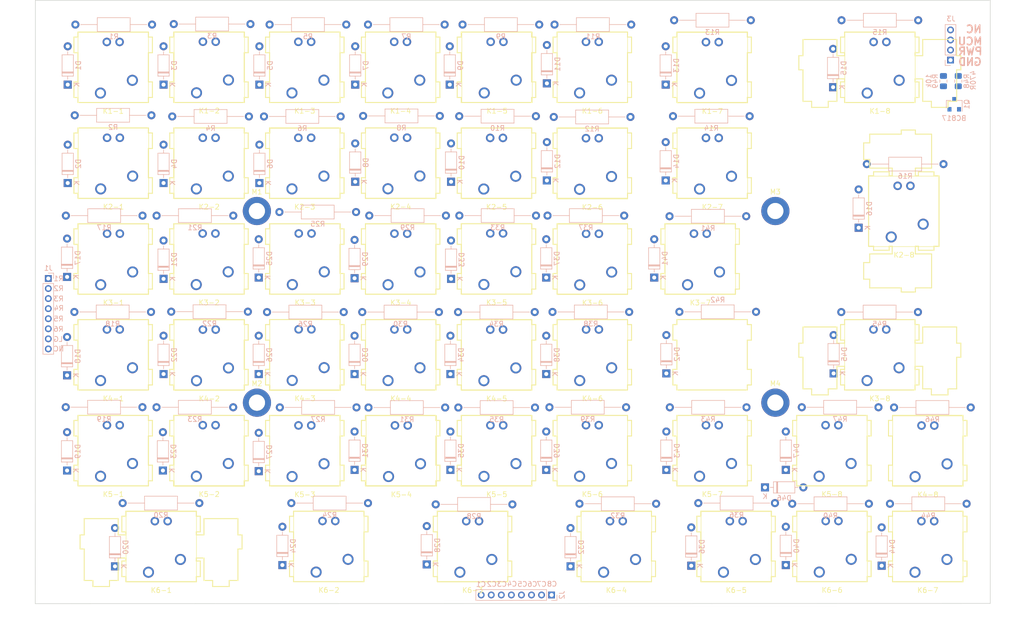
<source format=kicad_pcb>
(kicad_pcb (version 20171130) (host pcbnew 5.1.5+dfsg1-2build2)
  (layers (0 F.Cu signal) (31 B.Cu signal) (34 B.Paste user) (35 F.Paste user) (36 B.SilkS user) (37 F.SilkS user) (38 B.Mask user) (39 F.Mask user) (44 Edge.Cuts user))
  (net 0 "")
  (net 1 "Net-(K1-1-Pad3)")
  (net 2 "Net-(K1-2-Pad3)")
  (net 3 "Net-(K1-3-Pad3)")
  (net 4 "Net-(K1-4-Pad3)")
  (net 5 "Net-(K1-5-Pad3)")
  (net 6 "Net-(K1-6-Pad3)")
  (net 7 "Net-(K1-7-Pad3)")
  (net 8 "Net-(K1-8-Pad3)")
  (net 9 "Net-(K2-1-Pad3)")
  (net 10 "Net-(K2-2-Pad3)")
  (net 11 "Net-(K2-3-Pad3)")
  (net 12 "Net-(K2-4-Pad3)")
  (net 13 "Net-(K2-5-Pad3)")
  (net 14 "Net-(K2-7-Pad3)")
  (net 15 "Net-(K2-8-Pad3)")
  (net 16 "Net-(K2-6-Pad3)")
  (net 17 "Net-(D1-Pad2)")
  (net 18 ROW1)
  (net 19 "Net-(D2-Pad2)")
  (net 20 ROW2)
  (net 21 "Net-(D3-Pad2)")
  (net 22 "Net-(D4-Pad2)")
  (net 23 "Net-(D5-Pad2)")
  (net 24 "Net-(D6-Pad2)")
  (net 25 "Net-(D7-Pad2)")
  (net 26 "Net-(D8-Pad2)")
  (net 27 "Net-(D9-Pad2)")
  (net 28 "Net-(D10-Pad2)")
  (net 29 "Net-(D11-Pad2)")
  (net 30 "Net-(D12-Pad2)")
  (net 31 "Net-(D13-Pad2)")
  (net 32 "Net-(D14-Pad2)")
  (net 33 "Net-(D15-Pad2)")
  (net 34 "Net-(D16-Pad2)")
  (net 35 LED1-GND)
  (net 36 LED1-PWR)
  (net 37 "Net-(D17-Pad2)")
  (net 38 ROW3)
  (net 39 "Net-(D18-Pad2)")
  (net 40 ROW4)
  (net 41 "Net-(D19-Pad2)")
  (net 42 ROW5)
  (net 43 "Net-(D20-Pad2)")
  (net 44 ROW6)
  (net 45 "Net-(D21-Pad2)")
  (net 46 "Net-(D22-Pad2)")
  (net 47 "Net-(D23-Pad2)")
  (net 48 "Net-(D24-Pad2)")
  (net 49 "Net-(D25-Pad2)")
  (net 50 "Net-(D26-Pad2)")
  (net 51 "Net-(D27-Pad2)")
  (net 52 "Net-(D28-Pad2)")
  (net 53 "Net-(D29-Pad2)")
  (net 54 "Net-(D30-Pad2)")
  (net 55 "Net-(D31-Pad2)")
  (net 56 "Net-(D32-Pad2)")
  (net 57 "Net-(D33-Pad2)")
  (net 58 "Net-(D34-Pad2)")
  (net 59 "Net-(D35-Pad2)")
  (net 60 "Net-(D36-Pad2)")
  (net 61 "Net-(D37-Pad2)")
  (net 62 "Net-(D38-Pad2)")
  (net 63 "Net-(D39-Pad2)")
  (net 64 "Net-(D40-Pad2)")
  (net 65 "Net-(D41-Pad2)")
  (net 66 "Net-(D42-Pad2)")
  (net 67 "Net-(D43-Pad2)")
  (net 68 "Net-(D44-Pad2)")
  (net 69 "Net-(D45-Pad2)")
  (net 70 "Net-(D46-Pad2)")
  (net 71 "Net-(D47-Pad2)")
  (net 72 "Net-(K3-1-Pad3)")
  (net 73 "Net-(K3-2-Pad3)")
  (net 74 "Net-(K3-3-Pad3)")
  (net 75 "Net-(K3-4-Pad3)")
  (net 76 "Net-(K3-5-Pad3)")
  (net 77 "Net-(K3-6-Pad3)")
  (net 78 "Net-(K3-7-Pad3)")
  (net 79 "Net-(K3-8-Pad3)")
  (net 80 "Net-(K4-1-Pad3)")
  (net 81 "Net-(K4-2-Pad3)")
  (net 82 "Net-(K4-3-Pad3)")
  (net 83 "Net-(K4-4-Pad3)")
  (net 84 "Net-(K4-5-Pad3)")
  (net 85 "Net-(K4-6-Pad3)")
  (net 86 "Net-(K4-7-Pad3)")
  (net 87 "Net-(K4-8-Pad3)")
  (net 88 "Net-(K5-1-Pad3)")
  (net 89 "Net-(K5-2-Pad3)")
  (net 90 "Net-(K5-3-Pad3)")
  (net 91 "Net-(K5-4-Pad3)")
  (net 92 "Net-(K5-5-Pad3)")
  (net 93 "Net-(K5-6-Pad3)")
  (net 94 "Net-(K5-7-Pad3)")
  (net 95 "Net-(K5-8-Pad3)")
  (net 96 "Net-(K6-1-Pad3)")
  (net 97 "Net-(K6-2-Pad3)")
  (net 98 "Net-(K6-3-Pad3)")
  (net 99 "Net-(K6-4-Pad3)")
  (net 100 "Net-(K6-5-Pad3)")
  (net 101 "Net-(K6-6-Pad3)")
  (net 102 "Net-(K6-7-Pad3)")
  (net 103 COL1)
  (net 104 COL2)
  (net 105 COL3)
  (net 106 COL4)
  (net 107 COL5)
  (net 108 COL6)
  (net 109 COL7)
  (net 110 COL8)
  (net 111 GND)
  (net 112 "Net-(Q1-Pad1)")
  (net 113 MCU)
  (module MountingHole:MountingHole_3.2mm_M3_DIN965_Pad (layer F.Cu) (at 87.89416 87.8586)
    (fp_text reference M1 (at 0 -3.8) (layer F.SilkS))
    (fp_text value MountingHole_3.2mm_M3_DIN965_Pad)
    (pad 1 thru_hole circle (at 0 0) (size 5.6 5.6) (drill 3.2) (layers *.Cu *.Mask))
  )
  (module MountingHole:MountingHole_3.2mm_M3_DIN965_Pad (layer F.Cu) (at 87.9094 125.9586)
    (fp_text reference M2 (at 0 -3.8) (layer F.SilkS))
    (fp_text value MountingHole_3.2mm_M3_DIN965_Pad)
    (pad 2 thru_hole circle (at 0 0) (size 5.6 5.6) (drill 3.2) (layers *.Cu *.Mask))
  )
  (module MountingHole:MountingHole_3.2mm_M3_DIN965_Pad (layer F.Cu) (at 190.9572 87.8586)
    (fp_text reference M3 (at 0 -3.8) (layer F.SilkS))
    (fp_text value MountingHole_3.2mm_M3_DIN965_Pad)
    (pad 3 thru_hole circle (at 0 0) (size 5.6 5.6) (drill 3.2) (layers *.Cu *.Mask))
  )
  (module MountingHole:MountingHole_3.2mm_M3_DIN965_Pad (layer F.Cu) (at 190.9572 125.9586)
    (fp_text reference M4 (at 0 -3.8) (layer F.SilkS))
    (fp_text value MountingHole_3.2mm_M3_DIN965_Pad)
    (pad 4 thru_hole circle (at 0 0) (size 5.6 5.6) (drill 3.2) (layers *.Cu *.Mask))
  )
  (module MXfoot:CherryMX_1.00u_PCB_LED (layer F.Cu) (at 135.5344 78.4098 180)
    (fp_text reference K2-5 (at 0 -8.6625) (layer F.SilkS))
    (fp_text value CherryMX_LED)
    (pad 4 thru_hole circle (at 1.27 5.08 180) (size 1.6906 1.6906) (drill 0.9906) (layers *.Cu *.Mask) (net 36 LED1-PWR))
    (pad 3 thru_hole circle (at -1.27 5.08 180) (size 1.6906 1.6906) (drill 0.9906) (layers *.Cu *.Mask) (net 13 "Net-(K2-5-Pad3)"))
    (pad 2 thru_hole circle (at 2.54 -5.08 180) (size 2.2 2.2) (drill 1.5) (layers *.Cu *.Mask) (net 28 "Net-(D10-Pad2)"))
    (pad 1 thru_hole circle (at -3.81 -2.54 180) (size 2.2 2.2) (drill 1.5) (layers *.Cu *.Mask) (net 107 COL5))
    (pad "" np_thru_hole circle (at 5.08 0 180) (size 1.75 1.75) (drill 1.75) (layers *.Cu *.Mask))
    (pad "" np_thru_hole circle (at -5.08 0 180) (size 1.75 1.75) (drill 1.75) (layers *.Cu *.Mask))
    (pad "" np_thru_hole circle (at 0 0 180) (size 4 4) (drill 4) (layers *.Cu *.Mask))
  )
  (module MXfoot:CherryMX_1.50u_PCB_LED (layer F.Cu) (at 102.2096 154.559 180)
    (fp_text reference K6-2 (at 0 -8.6625) (layer F.SilkS))
    (fp_text value CherryMX_LED)
    (pad 4 thru_hole circle (at 1.27 5.08 180) (size 1.6906 1.6906) (drill 0.9906) (layers *.Cu *.Mask) (net 36 LED1-PWR))
    (pad 3 thru_hole circle (at -1.27 5.08 180) (size 1.6906 1.6906) (drill 0.9906) (layers *.Cu *.Mask) (net 97 "Net-(K6-2-Pad3)"))
    (pad 2 thru_hole circle (at 2.54 -5.08 180) (size 2.2 2.2) (drill 1.5) (layers *.Cu *.Mask) (net 48 "Net-(D24-Pad2)"))
    (pad 1 thru_hole circle (at -3.81 -2.54 180) (size 2.2 2.2) (drill 1.5) (layers *.Cu *.Mask) (net 104 COL2))
    (pad "" np_thru_hole circle (at 5.08 0 180) (size 1.75 1.75) (drill 1.75) (layers *.Cu *.Mask))
    (pad "" np_thru_hole circle (at -5.08 0 180) (size 1.75 1.75) (drill 1.75) (layers *.Cu *.Mask))
    (pad "" np_thru_hole circle (at 0 0 180) (size 4 4) (drill 4) (layers *.Cu *.Mask))
  )
  (module MXfoot:CherryMX_1.25u_PCB_LED (layer F.Cu) (at 176.0474 97.4344 180)
    (fp_text reference K3-7 (at 0 -8.6625) (layer F.SilkS))
    (fp_text value CherryMX_LED)
    (pad 4 thru_hole circle (at 1.27 5.08 180) (size 1.6906 1.6906) (drill 0.9906) (layers *.Cu *.Mask) (net 36 LED1-PWR))
    (pad 3 thru_hole circle (at -1.27 5.08 180) (size 1.6906 1.6906) (drill 0.9906) (layers *.Cu *.Mask) (net 78 "Net-(K3-7-Pad3)"))
    (pad 2 thru_hole circle (at 2.54 -5.08 180) (size 2.2 2.2) (drill 1.5) (layers *.Cu *.Mask) (net 65 "Net-(D41-Pad2)"))
    (pad 1 thru_hole circle (at -3.81 -2.54 180) (size 2.2 2.2) (drill 1.5) (layers *.Cu *.Mask) (net 109 COL7))
    (pad "" np_thru_hole circle (at 5.08 0 180) (size 1.75 1.75) (drill 1.75) (layers *.Cu *.Mask))
    (pad "" np_thru_hole circle (at -5.08 0 180) (size 1.75 1.75) (drill 1.75) (layers *.Cu *.Mask))
    (pad "" np_thru_hole circle (at 0 0 180) (size 4 4) (drill 4) (layers *.Cu *.Mask))
  )
  (module MXfoot:CherryMX_1.00u_PCB_LED (layer F.Cu) (at 116.5098 116.4844 180)
    (fp_text reference K4-4 (at 0 -8.6625) (layer F.SilkS))
    (fp_text value CherryMX_LED)
    (pad 4 thru_hole circle (at 1.27 5.08 180) (size 1.6906 1.6906) (drill 0.9906) (layers *.Cu *.Mask) (net 36 LED1-PWR))
    (pad 3 thru_hole circle (at -1.27 5.08 180) (size 1.6906 1.6906) (drill 0.9906) (layers *.Cu *.Mask) (net 83 "Net-(K4-4-Pad3)"))
    (pad 2 thru_hole circle (at 2.54 -5.08 180) (size 2.2 2.2) (drill 1.5) (layers *.Cu *.Mask) (net 54 "Net-(D30-Pad2)"))
    (pad 1 thru_hole circle (at -3.81 -2.54 180) (size 2.2 2.2) (drill 1.5) (layers *.Cu *.Mask) (net 106 COL4))
    (pad "" np_thru_hole circle (at 5.08 0 180) (size 1.75 1.75) (drill 1.75) (layers *.Cu *.Mask))
    (pad "" np_thru_hole circle (at -5.08 0 180) (size 1.75 1.75) (drill 1.75) (layers *.Cu *.Mask))
    (pad "" np_thru_hole circle (at 0 0 180) (size 4 4) (drill 4) (layers *.Cu *.Mask))
  )
  (module MXfoot:CherryMX_1.00u_PCB_LED (layer F.Cu) (at 97.4344 135.5598 180)
    (fp_text reference K5-3 (at 0 -8.6625) (layer F.SilkS))
    (fp_text value CherryMX_LED)
    (pad 4 thru_hole circle (at 1.27 5.08 180) (size 1.6906 1.6906) (drill 0.9906) (layers *.Cu *.Mask) (net 36 LED1-PWR))
    (pad 3 thru_hole circle (at -1.27 5.08 180) (size 1.6906 1.6906) (drill 0.9906) (layers *.Cu *.Mask) (net 90 "Net-(K5-3-Pad3)"))
    (pad 2 thru_hole circle (at 2.54 -5.08 180) (size 2.2 2.2) (drill 1.5) (layers *.Cu *.Mask) (net 51 "Net-(D27-Pad2)"))
    (pad 1 thru_hole circle (at -3.81 -2.54 180) (size 2.2 2.2) (drill 1.5) (layers *.Cu *.Mask) (net 105 COL3))
    (pad "" np_thru_hole circle (at 5.08 0 180) (size 1.75 1.75) (drill 1.75) (layers *.Cu *.Mask))
    (pad "" np_thru_hole circle (at -5.08 0 180) (size 1.75 1.75) (drill 1.75) (layers *.Cu *.Mask))
    (pad "" np_thru_hole circle (at 0 0 180) (size 4 4) (drill 4) (layers *.Cu *.Mask))
  )
  (module MXfoot:CherryMX_1.00u_PCB_LED (layer F.Cu) (at 135.5598 97.3836 180)
    (fp_text reference K3-5 (at 0 -8.6625) (layer F.SilkS))
    (fp_text value CherryMX_LED)
    (pad 4 thru_hole circle (at 1.27 5.08 180) (size 1.6906 1.6906) (drill 0.9906) (layers *.Cu *.Mask) (net 36 LED1-PWR))
    (pad 3 thru_hole circle (at -1.27 5.08 180) (size 1.6906 1.6906) (drill 0.9906) (layers *.Cu *.Mask) (net 76 "Net-(K3-5-Pad3)"))
    (pad 2 thru_hole circle (at 2.54 -5.08 180) (size 2.2 2.2) (drill 1.5) (layers *.Cu *.Mask) (net 57 "Net-(D33-Pad2)"))
    (pad 1 thru_hole circle (at -3.81 -2.54 180) (size 2.2 2.2) (drill 1.5) (layers *.Cu *.Mask) (net 107 COL5))
    (pad "" np_thru_hole circle (at 5.08 0 180) (size 1.75 1.75) (drill 1.75) (layers *.Cu *.Mask))
    (pad "" np_thru_hole circle (at -5.08 0 180) (size 1.75 1.75) (drill 1.75) (layers *.Cu *.Mask))
    (pad "" np_thru_hole circle (at 0 0 180) (size 4 4) (drill 4) (layers *.Cu *.Mask))
  )
  (module MXfoot:CherryMX_1.00u_PCB_LED (layer F.Cu) (at 135.5852 135.5344 180)
    (fp_text reference K5-5 (at 0 -8.6625) (layer F.SilkS))
    (fp_text value CherryMX_LED)
    (pad 4 thru_hole circle (at 1.27 5.08 180) (size 1.6906 1.6906) (drill 0.9906) (layers *.Cu *.Mask) (net 36 LED1-PWR))
    (pad 3 thru_hole circle (at -1.27 5.08 180) (size 1.6906 1.6906) (drill 0.9906) (layers *.Cu *.Mask) (net 92 "Net-(K5-5-Pad3)"))
    (pad 2 thru_hole circle (at 2.54 -5.08 180) (size 2.2 2.2) (drill 1.5) (layers *.Cu *.Mask) (net 59 "Net-(D35-Pad2)"))
    (pad 1 thru_hole circle (at -3.81 -2.54 180) (size 2.2 2.2) (drill 1.5) (layers *.Cu *.Mask) (net 107 COL5))
    (pad "" np_thru_hole circle (at 5.08 0 180) (size 1.75 1.75) (drill 1.75) (layers *.Cu *.Mask))
    (pad "" np_thru_hole circle (at -5.08 0 180) (size 1.75 1.75) (drill 1.75) (layers *.Cu *.Mask))
    (pad "" np_thru_hole circle (at 0 0 180) (size 4 4) (drill 4) (layers *.Cu *.Mask))
  )
  (module MXfoot:CherryMX_1.00u_PCB_LED (layer F.Cu) (at 211.7344 116.4844 180)
    (fp_text reference K3-8 (at 0 -8.6625) (layer F.SilkS))
    (fp_text value CherryMX_LED)
    (pad 4 thru_hole circle (at 1.27 5.08 180) (size 1.6906 1.6906) (drill 0.9906) (layers *.Cu *.Mask) (net 36 LED1-PWR))
    (pad 3 thru_hole circle (at -1.27 5.08 180) (size 1.6906 1.6906) (drill 0.9906) (layers *.Cu *.Mask) (net 79 "Net-(K3-8-Pad3)"))
    (pad 2 thru_hole circle (at 2.54 -5.08 180) (size 2.2 2.2) (drill 1.5) (layers *.Cu *.Mask) (net 69 "Net-(D45-Pad2)"))
    (pad 1 thru_hole circle (at -3.81 -2.54 180) (size 2.2 2.2) (drill 1.5) (layers *.Cu *.Mask) (net 110 COL8))
    (pad "" np_thru_hole circle (at 5.08 0 180) (size 1.75 1.75) (drill 1.75) (layers *.Cu *.Mask))
    (pad "" np_thru_hole circle (at -5.08 0 180) (size 1.75 1.75) (drill 1.75) (layers *.Cu *.Mask))
    (pad "" np_thru_hole circle (at 0 0 180) (size 4 4) (drill 4) (layers *.Cu *.Mask))
  )
  (module MXfoot:CherryMX_1.00u_PCB_LED (layer F.Cu) (at 59.3598 135.509 180)
    (fp_text reference K5-1 (at 0 -8.6625) (layer F.SilkS))
    (fp_text value CherryMX_LED)
    (pad 4 thru_hole circle (at 1.27 5.08 180) (size 1.6906 1.6906) (drill 0.9906) (layers *.Cu *.Mask) (net 36 LED1-PWR))
    (pad 3 thru_hole circle (at -1.27 5.08 180) (size 1.6906 1.6906) (drill 0.9906) (layers *.Cu *.Mask) (net 88 "Net-(K5-1-Pad3)"))
    (pad 2 thru_hole circle (at 2.54 -5.08 180) (size 2.2 2.2) (drill 1.5) (layers *.Cu *.Mask) (net 41 "Net-(D19-Pad2)"))
    (pad 1 thru_hole circle (at -3.81 -2.54 180) (size 2.2 2.2) (drill 1.5) (layers *.Cu *.Mask) (net 103 COL1))
    (pad "" np_thru_hole circle (at 5.08 0 180) (size 1.75 1.75) (drill 1.75) (layers *.Cu *.Mask))
    (pad "" np_thru_hole circle (at -5.08 0 180) (size 1.75 1.75) (drill 1.75) (layers *.Cu *.Mask))
    (pad "" np_thru_hole circle (at 0 0 180) (size 4 4) (drill 4) (layers *.Cu *.Mask))
  )
  (module MXfoot:CherryMX_1.00u_PCB_LED (layer F.Cu) (at 183.1848 154.5844 180)
    (fp_text reference K6-5 (at 0 -8.6625) (layer F.SilkS))
    (fp_text value CherryMX_LED)
    (pad 4 thru_hole circle (at 1.27 5.08 180) (size 1.6906 1.6906) (drill 0.9906) (layers *.Cu *.Mask) (net 36 LED1-PWR))
    (pad 3 thru_hole circle (at -1.27 5.08 180) (size 1.6906 1.6906) (drill 0.9906) (layers *.Cu *.Mask) (net 100 "Net-(K6-5-Pad3)"))
    (pad 2 thru_hole circle (at 2.54 -5.08 180) (size 2.2 2.2) (drill 1.5) (layers *.Cu *.Mask) (net 60 "Net-(D36-Pad2)"))
    (pad 1 thru_hole circle (at -3.81 -2.54 180) (size 2.2 2.2) (drill 1.5) (layers *.Cu *.Mask) (net 107 COL5))
    (pad "" np_thru_hole circle (at 5.08 0 180) (size 1.75 1.75) (drill 1.75) (layers *.Cu *.Mask))
    (pad "" np_thru_hole circle (at -5.08 0 180) (size 1.75 1.75) (drill 1.75) (layers *.Cu *.Mask))
    (pad "" np_thru_hole circle (at 0 0 180) (size 4 4) (drill 4) (layers *.Cu *.Mask))
  )
  (module MXfoot:CherryMX_1.50u_PCB_LED (layer F.Cu) (at 130.7846 154.5844 180)
    (fp_text reference K6-3 (at 0 -8.6625) (layer F.SilkS))
    (fp_text value CherryMX_LED)
    (pad 4 thru_hole circle (at 1.27 5.08 180) (size 1.6906 1.6906) (drill 0.9906) (layers *.Cu *.Mask) (net 36 LED1-PWR))
    (pad 3 thru_hole circle (at -1.27 5.08 180) (size 1.6906 1.6906) (drill 0.9906) (layers *.Cu *.Mask) (net 98 "Net-(K6-3-Pad3)"))
    (pad 2 thru_hole circle (at 2.54 -5.08 180) (size 2.2 2.2) (drill 1.5) (layers *.Cu *.Mask) (net 52 "Net-(D28-Pad2)"))
    (pad 1 thru_hole circle (at -3.81 -2.54 180) (size 2.2 2.2) (drill 1.5) (layers *.Cu *.Mask) (net 105 COL3))
    (pad "" np_thru_hole circle (at 5.08 0 180) (size 1.75 1.75) (drill 1.75) (layers *.Cu *.Mask))
    (pad "" np_thru_hole circle (at -5.08 0 180) (size 1.75 1.75) (drill 1.75) (layers *.Cu *.Mask))
    (pad "" np_thru_hole circle (at 0 0 180) (size 4 4) (drill 4) (layers *.Cu *.Mask))
  )
  (module MXfoot:CherryMX_1.00u_PCB_LED (layer F.Cu) (at 154.5844 135.509 180)
    (fp_text reference K5-6 (at 0 -8.6625) (layer F.SilkS))
    (fp_text value CherryMX_LED)
    (pad 4 thru_hole circle (at 1.27 5.08 180) (size 1.6906 1.6906) (drill 0.9906) (layers *.Cu *.Mask) (net 36 LED1-PWR))
    (pad 3 thru_hole circle (at -1.27 5.08 180) (size 1.6906 1.6906) (drill 0.9906) (layers *.Cu *.Mask) (net 93 "Net-(K5-6-Pad3)"))
    (pad 2 thru_hole circle (at 2.54 -5.08 180) (size 2.2 2.2) (drill 1.5) (layers *.Cu *.Mask) (net 63 "Net-(D39-Pad2)"))
    (pad 1 thru_hole circle (at -3.81 -2.54 180) (size 2.2 2.2) (drill 1.5) (layers *.Cu *.Mask) (net 108 COL6))
    (pad "" np_thru_hole circle (at 5.08 0 180) (size 1.75 1.75) (drill 1.75) (layers *.Cu *.Mask))
    (pad "" np_thru_hole circle (at -5.08 0 180) (size 1.75 1.75) (drill 1.75) (layers *.Cu *.Mask))
    (pad "" np_thru_hole circle (at 0 0 180) (size 4 4) (drill 4) (layers *.Cu *.Mask))
  )
  (module MXfoot:CherryMX_1.50u_PCB_LED (layer F.Cu) (at 159.3596 154.5844 180)
    (fp_text reference K6-4 (at 0 -8.6625) (layer F.SilkS))
    (fp_text value CherryMX_LED)
    (pad 4 thru_hole circle (at 1.27 5.08 180) (size 1.6906 1.6906) (drill 0.9906) (layers *.Cu *.Mask) (net 36 LED1-PWR))
    (pad 3 thru_hole circle (at -1.27 5.08 180) (size 1.6906 1.6906) (drill 0.9906) (layers *.Cu *.Mask) (net 99 "Net-(K6-4-Pad3)"))
    (pad 2 thru_hole circle (at 2.54 -5.08 180) (size 2.2 2.2) (drill 1.5) (layers *.Cu *.Mask) (net 56 "Net-(D32-Pad2)"))
    (pad 1 thru_hole circle (at -3.81 -2.54 180) (size 2.2 2.2) (drill 1.5) (layers *.Cu *.Mask) (net 106 COL4))
    (pad "" np_thru_hole circle (at 5.08 0 180) (size 1.75 1.75) (drill 1.75) (layers *.Cu *.Mask))
    (pad "" np_thru_hole circle (at -5.08 0 180) (size 1.75 1.75) (drill 1.75) (layers *.Cu *.Mask))
    (pad "" np_thru_hole circle (at 0 0 180) (size 4 4) (drill 4) (layers *.Cu *.Mask))
  )
  (module MXfoot:CherryMX_1.00u_PCB_LED (layer F.Cu) (at 154.5844 78.4606 180)
    (fp_text reference K2-6 (at 0 -8.6625) (layer F.SilkS))
    (fp_text value CherryMX_LED)
    (pad 4 thru_hole circle (at 1.27 5.08 180) (size 1.6906 1.6906) (drill 0.9906) (layers *.Cu *.Mask) (net 36 LED1-PWR))
    (pad 3 thru_hole circle (at -1.27 5.08 180) (size 1.6906 1.6906) (drill 0.9906) (layers *.Cu *.Mask) (net 16 "Net-(K2-6-Pad3)"))
    (pad 2 thru_hole circle (at 2.54 -5.08 180) (size 2.2 2.2) (drill 1.5) (layers *.Cu *.Mask) (net 30 "Net-(D12-Pad2)"))
    (pad 1 thru_hole circle (at -3.81 -2.54 180) (size 2.2 2.2) (drill 1.5) (layers *.Cu *.Mask) (net 108 COL6))
    (pad "" np_thru_hole circle (at 5.08 0 180) (size 1.75 1.75) (drill 1.75) (layers *.Cu *.Mask))
    (pad "" np_thru_hole circle (at -5.08 0 180) (size 1.75 1.75) (drill 1.75) (layers *.Cu *.Mask))
    (pad "" np_thru_hole circle (at 0 0 180) (size 4 4) (drill 4) (layers *.Cu *.Mask))
  )
  (module MXfoot:CherryMX_1.00u_PCB_LED (layer F.Cu) (at 154.6098 97.4598 180)
    (fp_text reference K3-6 (at 0 -8.6625) (layer F.SilkS))
    (fp_text value CherryMX_LED)
    (pad 4 thru_hole circle (at 1.27 5.08 180) (size 1.6906 1.6906) (drill 0.9906) (layers *.Cu *.Mask) (net 36 LED1-PWR))
    (pad 3 thru_hole circle (at -1.27 5.08 180) (size 1.6906 1.6906) (drill 0.9906) (layers *.Cu *.Mask) (net 77 "Net-(K3-6-Pad3)"))
    (pad 2 thru_hole circle (at 2.54 -5.08 180) (size 2.2 2.2) (drill 1.5) (layers *.Cu *.Mask) (net 61 "Net-(D37-Pad2)"))
    (pad 1 thru_hole circle (at -3.81 -2.54 180) (size 2.2 2.2) (drill 1.5) (layers *.Cu *.Mask) (net 108 COL6))
    (pad "" np_thru_hole circle (at 5.08 0 180) (size 1.75 1.75) (drill 1.75) (layers *.Cu *.Mask))
    (pad "" np_thru_hole circle (at -5.08 0 180) (size 1.75 1.75) (drill 1.75) (layers *.Cu *.Mask))
    (pad "" np_thru_hole circle (at 0 0 180) (size 4 4) (drill 4) (layers *.Cu *.Mask))
  )
  (module MXfoot:CherryMX_1.00u_PCB_LED (layer F.Cu) (at 154.6098 116.4844 180)
    (fp_text reference K4-6 (at 0 -8.6625) (layer F.SilkS))
    (fp_text value CherryMX_LED)
    (pad 4 thru_hole circle (at 1.27 5.08 180) (size 1.6906 1.6906) (drill 0.9906) (layers *.Cu *.Mask) (net 36 LED1-PWR))
    (pad 3 thru_hole circle (at -1.27 5.08 180) (size 1.6906 1.6906) (drill 0.9906) (layers *.Cu *.Mask) (net 85 "Net-(K4-6-Pad3)"))
    (pad 2 thru_hole circle (at 2.54 -5.08 180) (size 2.2 2.2) (drill 1.5) (layers *.Cu *.Mask) (net 62 "Net-(D38-Pad2)"))
    (pad 1 thru_hole circle (at -3.81 -2.54 180) (size 2.2 2.2) (drill 1.5) (layers *.Cu *.Mask) (net 108 COL6))
    (pad "" np_thru_hole circle (at 5.08 0 180) (size 1.75 1.75) (drill 1.75) (layers *.Cu *.Mask))
    (pad "" np_thru_hole circle (at -5.08 0 180) (size 1.75 1.75) (drill 1.75) (layers *.Cu *.Mask))
    (pad "" np_thru_hole circle (at 0 0 180) (size 4 4) (drill 4) (layers *.Cu *.Mask))
  )
  (module MXfoot:CherryMX_1.00u_PCB_LED (layer F.Cu) (at 202.2348 154.559 180)
    (fp_text reference K6-6 (at 0 -8.6625) (layer F.SilkS))
    (fp_text value CherryMX_LED)
    (pad 4 thru_hole circle (at 1.27 5.08 180) (size 1.6906 1.6906) (drill 0.9906) (layers *.Cu *.Mask) (net 36 LED1-PWR))
    (pad 3 thru_hole circle (at -1.27 5.08 180) (size 1.6906 1.6906) (drill 0.9906) (layers *.Cu *.Mask) (net 101 "Net-(K6-6-Pad3)"))
    (pad 2 thru_hole circle (at 2.54 -5.08 180) (size 2.2 2.2) (drill 1.5) (layers *.Cu *.Mask) (net 64 "Net-(D40-Pad2)"))
    (pad 1 thru_hole circle (at -3.81 -2.54 180) (size 2.2 2.2) (drill 1.5) (layers *.Cu *.Mask) (net 108 COL6))
    (pad "" np_thru_hole circle (at 5.08 0 180) (size 1.75 1.75) (drill 1.75) (layers *.Cu *.Mask))
    (pad "" np_thru_hole circle (at -5.08 0 180) (size 1.75 1.75) (drill 1.75) (layers *.Cu *.Mask))
    (pad "" np_thru_hole circle (at 0 0 180) (size 4 4) (drill 4) (layers *.Cu *.Mask))
  )
  (module MXfoot:CherryMX_1.00u_PCB_LED (layer F.Cu) (at 202.2094 135.509 180)
    (fp_text reference K5-8 (at 0 -8.6625) (layer F.SilkS))
    (fp_text value CherryMX_LED)
    (pad 4 thru_hole circle (at 1.27 5.08 180) (size 1.6906 1.6906) (drill 0.9906) (layers *.Cu *.Mask) (net 36 LED1-PWR))
    (pad 3 thru_hole circle (at -1.27 5.08 180) (size 1.6906 1.6906) (drill 0.9906) (layers *.Cu *.Mask) (net 95 "Net-(K5-8-Pad3)"))
    (pad 2 thru_hole circle (at 2.54 -5.08 180) (size 2.2 2.2) (drill 1.5) (layers *.Cu *.Mask) (net 71 "Net-(D47-Pad2)"))
    (pad 1 thru_hole circle (at -3.81 -2.54 180) (size 2.2 2.2) (drill 1.5) (layers *.Cu *.Mask) (net 110 COL8))
    (pad "" np_thru_hole circle (at 5.08 0 180) (size 1.75 1.75) (drill 1.75) (layers *.Cu *.Mask))
    (pad "" np_thru_hole circle (at -5.08 0 180) (size 1.75 1.75) (drill 1.75) (layers *.Cu *.Mask))
    (pad "" np_thru_hole circle (at 0 0 180) (size 4 4) (drill 4) (layers *.Cu *.Mask))
  )
  (module MXfoot:CherryMX_1.00u_PCB_LED (layer F.Cu) (at 97.4598 116.459 180)
    (fp_text reference K4-3 (at 0 -8.6625) (layer F.SilkS))
    (fp_text value CherryMX_LED)
    (pad 4 thru_hole circle (at 1.27 5.08 180) (size 1.6906 1.6906) (drill 0.9906) (layers *.Cu *.Mask) (net 36 LED1-PWR))
    (pad 3 thru_hole circle (at -1.27 5.08 180) (size 1.6906 1.6906) (drill 0.9906) (layers *.Cu *.Mask) (net 82 "Net-(K4-3-Pad3)"))
    (pad 2 thru_hole circle (at 2.54 -5.08 180) (size 2.2 2.2) (drill 1.5) (layers *.Cu *.Mask) (net 50 "Net-(D26-Pad2)"))
    (pad 1 thru_hole circle (at -3.81 -2.54 180) (size 2.2 2.2) (drill 1.5) (layers *.Cu *.Mask) (net 105 COL3))
    (pad "" np_thru_hole circle (at 5.08 0 180) (size 1.75 1.75) (drill 1.75) (layers *.Cu *.Mask))
    (pad "" np_thru_hole circle (at -5.08 0 180) (size 1.75 1.75) (drill 1.75) (layers *.Cu *.Mask))
    (pad "" np_thru_hole circle (at 0 0 180) (size 4 4) (drill 4) (layers *.Cu *.Mask))
  )
  (module MXfoot:CherryMX_1.00u_PCB_LED (layer F.Cu) (at 78.3844 97.409 180)
    (fp_text reference K3-2 (at 0 -8.6625) (layer F.SilkS))
    (fp_text value CherryMX_LED)
    (pad 4 thru_hole circle (at 1.27 5.08 180) (size 1.6906 1.6906) (drill 0.9906) (layers *.Cu *.Mask) (net 36 LED1-PWR))
    (pad 3 thru_hole circle (at -1.27 5.08 180) (size 1.6906 1.6906) (drill 0.9906) (layers *.Cu *.Mask) (net 73 "Net-(K3-2-Pad3)"))
    (pad 2 thru_hole circle (at 2.54 -5.08 180) (size 2.2 2.2) (drill 1.5) (layers *.Cu *.Mask) (net 45 "Net-(D21-Pad2)"))
    (pad 1 thru_hole circle (at -3.81 -2.54 180) (size 2.2 2.2) (drill 1.5) (layers *.Cu *.Mask) (net 104 COL2))
    (pad "" np_thru_hole circle (at 5.08 0 180) (size 1.75 1.75) (drill 1.75) (layers *.Cu *.Mask))
    (pad "" np_thru_hole circle (at -5.08 0 180) (size 1.75 1.75) (drill 1.75) (layers *.Cu *.Mask))
    (pad "" np_thru_hole circle (at 0 0 180) (size 4 4) (drill 4) (layers *.Cu *.Mask))
  )
  (module MXfoot:CherryMX_1.00u_PCB_LED (layer F.Cu) (at 116.5098 97.4344 180)
    (fp_text reference K3-4 (at 0 -8.6625) (layer F.SilkS))
    (fp_text value CherryMX_LED)
    (pad 4 thru_hole circle (at 1.27 5.08 180) (size 1.6906 1.6906) (drill 0.9906) (layers *.Cu *.Mask) (net 36 LED1-PWR))
    (pad 3 thru_hole circle (at -1.27 5.08 180) (size 1.6906 1.6906) (drill 0.9906) (layers *.Cu *.Mask) (net 75 "Net-(K3-4-Pad3)"))
    (pad 2 thru_hole circle (at 2.54 -5.08 180) (size 2.2 2.2) (drill 1.5) (layers *.Cu *.Mask) (net 53 "Net-(D29-Pad2)"))
    (pad 1 thru_hole circle (at -3.81 -2.54 180) (size 2.2 2.2) (drill 1.5) (layers *.Cu *.Mask) (net 106 COL4))
    (pad "" np_thru_hole circle (at 5.08 0 180) (size 1.75 1.75) (drill 1.75) (layers *.Cu *.Mask))
    (pad "" np_thru_hole circle (at -5.08 0 180) (size 1.75 1.75) (drill 1.75) (layers *.Cu *.Mask))
    (pad "" np_thru_hole circle (at 0 0 180) (size 4 4) (drill 4) (layers *.Cu *.Mask))
  )
  (module MXfoot:CherryMX_1.00u_PCB_LED (layer F.Cu) (at 97.4852 97.409 180)
    (fp_text reference K3-3 (at 0 -8.6625) (layer F.SilkS))
    (fp_text value CherryMX_LED)
    (pad 4 thru_hole circle (at 1.27 5.08 180) (size 1.6906 1.6906) (drill 0.9906) (layers *.Cu *.Mask) (net 36 LED1-PWR))
    (pad 3 thru_hole circle (at -1.27 5.08 180) (size 1.6906 1.6906) (drill 0.9906) (layers *.Cu *.Mask) (net 74 "Net-(K3-3-Pad3)"))
    (pad 2 thru_hole circle (at 2.54 -5.08 180) (size 2.2 2.2) (drill 1.5) (layers *.Cu *.Mask) (net 49 "Net-(D25-Pad2)"))
    (pad 1 thru_hole circle (at -3.81 -2.54 180) (size 2.2 2.2) (drill 1.5) (layers *.Cu *.Mask) (net 105 COL3))
    (pad "" np_thru_hole circle (at 5.08 0 180) (size 1.75 1.75) (drill 1.75) (layers *.Cu *.Mask))
    (pad "" np_thru_hole circle (at -5.08 0 180) (size 1.75 1.75) (drill 1.75) (layers *.Cu *.Mask))
    (pad "" np_thru_hole circle (at 0 0 180) (size 4 4) (drill 4) (layers *.Cu *.Mask))
  )
  (module MXfoot:CherryMX_1.50u_PCB_LED (layer F.Cu) (at 178.435 78.4098 180)
    (fp_text reference K2-7 (at 0 -8.6625) (layer F.SilkS))
    (fp_text value CherryMX_LED)
    (pad 4 thru_hole circle (at 1.27 5.08 180) (size 1.6906 1.6906) (drill 0.9906) (layers *.Cu *.Mask) (net 36 LED1-PWR))
    (pad 3 thru_hole circle (at -1.27 5.08 180) (size 1.6906 1.6906) (drill 0.9906) (layers *.Cu *.Mask) (net 14 "Net-(K2-7-Pad3)"))
    (pad 2 thru_hole circle (at 2.54 -5.08 180) (size 2.2 2.2) (drill 1.5) (layers *.Cu *.Mask) (net 32 "Net-(D14-Pad2)"))
    (pad 1 thru_hole circle (at -3.81 -2.54 180) (size 2.2 2.2) (drill 1.5) (layers *.Cu *.Mask) (net 109 COL7))
    (pad "" np_thru_hole circle (at 5.08 0 180) (size 1.75 1.75) (drill 1.75) (layers *.Cu *.Mask))
    (pad "" np_thru_hole circle (at -5.08 0 180) (size 1.75 1.75) (drill 1.75) (layers *.Cu *.Mask))
    (pad "" np_thru_hole circle (at 0 0 180) (size 4 4) (drill 4) (layers *.Cu *.Mask))
  )
  (module MXfoot:CherryMX_1.00u_PCB_LED (layer F.Cu) (at 97.409 78.3844 180)
    (fp_text reference K2-3 (at 0 -8.6625) (layer F.SilkS))
    (fp_text value CherryMX_LED)
    (pad 4 thru_hole circle (at 1.27 5.08 180) (size 1.6906 1.6906) (drill 0.9906) (layers *.Cu *.Mask) (net 36 LED1-PWR))
    (pad 3 thru_hole circle (at -1.27 5.08 180) (size 1.6906 1.6906) (drill 0.9906) (layers *.Cu *.Mask) (net 11 "Net-(K2-3-Pad3)"))
    (pad 2 thru_hole circle (at 2.54 -5.08 180) (size 2.2 2.2) (drill 1.5) (layers *.Cu *.Mask) (net 24 "Net-(D6-Pad2)"))
    (pad 1 thru_hole circle (at -3.81 -2.54 180) (size 2.2 2.2) (drill 1.5) (layers *.Cu *.Mask) (net 105 COL3))
    (pad "" np_thru_hole circle (at 5.08 0 180) (size 1.75 1.75) (drill 1.75) (layers *.Cu *.Mask))
    (pad "" np_thru_hole circle (at -5.08 0 180) (size 1.75 1.75) (drill 1.75) (layers *.Cu *.Mask))
    (pad "" np_thru_hole circle (at 0 0 180) (size 4 4) (drill 4) (layers *.Cu *.Mask))
  )
  (module MXfoot:CherryMX_1.00u_PCB_LED (layer F.Cu) (at 116.6114 135.5598 180)
    (fp_text reference K5-4 (at 0 -8.6625) (layer F.SilkS))
    (fp_text value CherryMX_LED)
    (pad 4 thru_hole circle (at 1.27 5.08 180) (size 1.6906 1.6906) (drill 0.9906) (layers *.Cu *.Mask) (net 36 LED1-PWR))
    (pad 3 thru_hole circle (at -1.27 5.08 180) (size 1.6906 1.6906) (drill 0.9906) (layers *.Cu *.Mask) (net 91 "Net-(K5-4-Pad3)"))
    (pad 2 thru_hole circle (at 2.54 -5.08 180) (size 2.2 2.2) (drill 1.5) (layers *.Cu *.Mask) (net 55 "Net-(D31-Pad2)"))
    (pad 1 thru_hole circle (at -3.81 -2.54 180) (size 2.2 2.2) (drill 1.5) (layers *.Cu *.Mask) (net 106 COL4))
    (pad "" np_thru_hole circle (at 5.08 0 180) (size 1.75 1.75) (drill 1.75) (layers *.Cu *.Mask))
    (pad "" np_thru_hole circle (at -5.08 0 180) (size 1.75 1.75) (drill 1.75) (layers *.Cu *.Mask))
    (pad "" np_thru_hole circle (at 0 0 180) (size 4 4) (drill 4) (layers *.Cu *.Mask))
  )
  (module MXfoot:CherryMX_1.00u_PCB_LED (layer F.Cu) (at 221.2594 154.5844 180)
    (fp_text reference K6-7 (at 0 -8.6625) (layer F.SilkS))
    (fp_text value CherryMX_LED)
    (pad 4 thru_hole circle (at 1.27 5.08 180) (size 1.6906 1.6906) (drill 0.9906) (layers *.Cu *.Mask) (net 36 LED1-PWR))
    (pad 3 thru_hole circle (at -1.27 5.08 180) (size 1.6906 1.6906) (drill 0.9906) (layers *.Cu *.Mask) (net 102 "Net-(K6-7-Pad3)"))
    (pad 2 thru_hole circle (at 2.54 -5.08 180) (size 2.2 2.2) (drill 1.5) (layers *.Cu *.Mask) (net 68 "Net-(D44-Pad2)"))
    (pad 1 thru_hole circle (at -3.81 -2.54 180) (size 2.2 2.2) (drill 1.5) (layers *.Cu *.Mask) (net 109 COL7))
    (pad "" np_thru_hole circle (at 5.08 0 180) (size 1.75 1.75) (drill 1.75) (layers *.Cu *.Mask))
    (pad "" np_thru_hole circle (at -5.08 0 180) (size 1.75 1.75) (drill 1.75) (layers *.Cu *.Mask))
    (pad "" np_thru_hole circle (at 0 0 180) (size 4 4) (drill 4) (layers *.Cu *.Mask))
  )
  (module MXfoot:CherryMX_1.00u_PCB_LED (layer F.Cu) (at 78.4098 78.3844 180)
    (fp_text reference K2-2 (at 0 -8.6625) (layer F.SilkS))
    (fp_text value CherryMX_LED)
    (pad 4 thru_hole circle (at 1.27 5.08 180) (size 1.6906 1.6906) (drill 0.9906) (layers *.Cu *.Mask) (net 36 LED1-PWR))
    (pad 3 thru_hole circle (at -1.27 5.08 180) (size 1.6906 1.6906) (drill 0.9906) (layers *.Cu *.Mask) (net 10 "Net-(K2-2-Pad3)"))
    (pad 2 thru_hole circle (at 2.54 -5.08 180) (size 2.2 2.2) (drill 1.5) (layers *.Cu *.Mask) (net 22 "Net-(D4-Pad2)"))
    (pad 1 thru_hole circle (at -3.81 -2.54 180) (size 2.2 2.2) (drill 1.5) (layers *.Cu *.Mask) (net 104 COL2))
    (pad "" np_thru_hole circle (at 5.08 0 180) (size 1.75 1.75) (drill 1.75) (layers *.Cu *.Mask))
    (pad "" np_thru_hole circle (at -5.08 0 180) (size 1.75 1.75) (drill 1.75) (layers *.Cu *.Mask))
    (pad "" np_thru_hole circle (at 0 0 180) (size 4 4) (drill 4) (layers *.Cu *.Mask))
  )
  (module MXfoot:CherryMX_1.00u_PCB_LED (layer F.Cu) (at 59.3852 78.3844 180)
    (fp_text reference K2-1 (at 0 -8.6625) (layer F.SilkS))
    (fp_text value CherryMX_LED)
    (pad 4 thru_hole circle (at 1.27 5.08 180) (size 1.6906 1.6906) (drill 0.9906) (layers *.Cu *.Mask) (net 36 LED1-PWR))
    (pad 3 thru_hole circle (at -1.27 5.08 180) (size 1.6906 1.6906) (drill 0.9906) (layers *.Cu *.Mask) (net 9 "Net-(K2-1-Pad3)"))
    (pad 2 thru_hole circle (at 2.54 -5.08 180) (size 2.2 2.2) (drill 1.5) (layers *.Cu *.Mask) (net 19 "Net-(D2-Pad2)"))
    (pad 1 thru_hole circle (at -3.81 -2.54 180) (size 2.2 2.2) (drill 1.5) (layers *.Cu *.Mask) (net 103 COL1))
    (pad "" np_thru_hole circle (at 5.08 0 180) (size 1.75 1.75) (drill 1.75) (layers *.Cu *.Mask))
    (pad "" np_thru_hole circle (at -5.08 0 180) (size 1.75 1.75) (drill 1.75) (layers *.Cu *.Mask))
    (pad "" np_thru_hole circle (at 0 0 180) (size 4 4) (drill 4) (layers *.Cu *.Mask))
  )
  (module MXfoot:CherryMX_2.00u_PCB_LED (layer F.Cu) (at 68.8848 154.5844 180)
    (fp_text reference K6-1 (at 0 -8.6625) (layer F.SilkS))
    (fp_text value CherryMX_LED)
    (pad 4 thru_hole circle (at 1.27 5.08 180) (size 1.6906 1.6906) (drill 0.9906) (layers *.Cu *.Mask) (net 36 LED1-PWR))
    (pad 3 thru_hole circle (at -1.27 5.08 180) (size 1.6906 1.6906) (drill 0.9906) (layers *.Cu *.Mask) (net 96 "Net-(K6-1-Pad3)"))
    (pad 2 thru_hole circle (at 2.54 -5.08 180) (size 2.2 2.2) (drill 1.5) (layers *.Cu *.Mask) (net 43 "Net-(D20-Pad2)"))
    (pad 1 thru_hole circle (at -3.81 -2.54 180) (size 2.2 2.2) (drill 1.5) (layers *.Cu *.Mask) (net 103 COL1))
    (pad "" np_thru_hole circle (at 5.08 0 180) (size 1.75 1.75) (drill 1.75) (layers *.Cu *.Mask))
    (pad "" np_thru_hole circle (at -5.08 0 180) (size 1.75 1.75) (drill 1.75) (layers *.Cu *.Mask))
    (pad "" np_thru_hole circle (at 0 0 180) (size 4 4) (drill 4) (layers *.Cu *.Mask))
  )
  (module MXfoot:CherryMX_1.00u_PCB_LED (layer F.Cu) (at 116.4844 78.359 180)
    (fp_text reference K2-4 (at 0 -8.6625) (layer F.SilkS))
    (fp_text value CherryMX_LED)
    (pad 4 thru_hole circle (at 1.27 5.08 180) (size 1.6906 1.6906) (drill 0.9906) (layers *.Cu *.Mask) (net 36 LED1-PWR))
    (pad 3 thru_hole circle (at -1.27 5.08 180) (size 1.6906 1.6906) (drill 0.9906) (layers *.Cu *.Mask) (net 12 "Net-(K2-4-Pad3)"))
    (pad 2 thru_hole circle (at 2.54 -5.08 180) (size 2.2 2.2) (drill 1.5) (layers *.Cu *.Mask) (net 26 "Net-(D8-Pad2)"))
    (pad 1 thru_hole circle (at -3.81 -2.54 180) (size 2.2 2.2) (drill 1.5) (layers *.Cu *.Mask) (net 106 COL4))
    (pad "" np_thru_hole circle (at 5.08 0 180) (size 1.75 1.75) (drill 1.75) (layers *.Cu *.Mask))
    (pad "" np_thru_hole circle (at -5.08 0 180) (size 1.75 1.75) (drill 1.75) (layers *.Cu *.Mask))
    (pad "" np_thru_hole circle (at 0 0 180) (size 4 4) (drill 4) (layers *.Cu *.Mask))
  )
  (module MXfoot:CherryMX_1.00u_PCB_LED (layer F.Cu) (at 135.5598 116.5098 180)
    (fp_text reference K4-5 (at 0 -8.6625) (layer F.SilkS))
    (fp_text value CherryMX_LED)
    (pad 4 thru_hole circle (at 1.27 5.08 180) (size 1.6906 1.6906) (drill 0.9906) (layers *.Cu *.Mask) (net 36 LED1-PWR))
    (pad 3 thru_hole circle (at -1.27 5.08 180) (size 1.6906 1.6906) (drill 0.9906) (layers *.Cu *.Mask) (net 84 "Net-(K4-5-Pad3)"))
    (pad 2 thru_hole circle (at 2.54 -5.08 180) (size 2.2 2.2) (drill 1.5) (layers *.Cu *.Mask) (net 58 "Net-(D34-Pad2)"))
    (pad 1 thru_hole circle (at -3.81 -2.54 180) (size 2.2 2.2) (drill 1.5) (layers *.Cu *.Mask) (net 107 COL5))
    (pad "" np_thru_hole circle (at 5.08 0 180) (size 1.75 1.75) (drill 1.75) (layers *.Cu *.Mask))
    (pad "" np_thru_hole circle (at -5.08 0 180) (size 1.75 1.75) (drill 1.75) (layers *.Cu *.Mask))
    (pad "" np_thru_hole circle (at 0 0 180) (size 4 4) (drill 4) (layers *.Cu *.Mask))
  )
  (module MXfoot:CherryMX_1.50u_PCB_LED (layer F.Cu) (at 178.435 135.509 180)
    (fp_text reference K5-7 (at 0 -8.6625) (layer F.SilkS))
    (fp_text value CherryMX_LED)
    (pad 4 thru_hole circle (at 1.27 5.08 180) (size 1.6906 1.6906) (drill 0.9906) (layers *.Cu *.Mask) (net 36 LED1-PWR))
    (pad 3 thru_hole circle (at -1.27 5.08 180) (size 1.6906 1.6906) (drill 0.9906) (layers *.Cu *.Mask) (net 94 "Net-(K5-7-Pad3)"))
    (pad 2 thru_hole circle (at 2.54 -5.08 180) (size 2.2 2.2) (drill 1.5) (layers *.Cu *.Mask) (net 67 "Net-(D43-Pad2)"))
    (pad 1 thru_hole circle (at -3.81 -2.54 180) (size 2.2 2.2) (drill 1.5) (layers *.Cu *.Mask) (net 109 COL7))
    (pad "" np_thru_hole circle (at 5.08 0 180) (size 1.75 1.75) (drill 1.75) (layers *.Cu *.Mask))
    (pad "" np_thru_hole circle (at -5.08 0 180) (size 1.75 1.75) (drill 1.75) (layers *.Cu *.Mask))
    (pad "" np_thru_hole circle (at 0 0 180) (size 4 4) (drill 4) (layers *.Cu *.Mask))
  )
  (module MXfoot:CherryMX_1.00u_PCB_LED (layer F.Cu) (at 59.3598 116.4844 180)
    (fp_text reference K4-1 (at 0 -8.6625) (layer F.SilkS))
    (fp_text value CherryMX_LED)
    (pad 4 thru_hole circle (at 1.27 5.08 180) (size 1.6906 1.6906) (drill 0.9906) (layers *.Cu *.Mask) (net 36 LED1-PWR))
    (pad 3 thru_hole circle (at -1.27 5.08 180) (size 1.6906 1.6906) (drill 0.9906) (layers *.Cu *.Mask) (net 80 "Net-(K4-1-Pad3)"))
    (pad 2 thru_hole circle (at 2.54 -5.08 180) (size 2.2 2.2) (drill 1.5) (layers *.Cu *.Mask) (net 39 "Net-(D18-Pad2)"))
    (pad 1 thru_hole circle (at -3.81 -2.54 180) (size 2.2 2.2) (drill 1.5) (layers *.Cu *.Mask) (net 103 COL1))
    (pad "" np_thru_hole circle (at 5.08 0 180) (size 1.75 1.75) (drill 1.75) (layers *.Cu *.Mask))
    (pad "" np_thru_hole circle (at -5.08 0 180) (size 1.75 1.75) (drill 1.75) (layers *.Cu *.Mask))
    (pad "" np_thru_hole circle (at 0 0 180) (size 4 4) (drill 4) (layers *.Cu *.Mask))
  )
  (module MXfoot:CherryMX_1.00u_PCB_LED (layer F.Cu) (at 59.3852 97.4344 180)
    (fp_text reference K3-1 (at 0 -8.6625) (layer F.SilkS))
    (fp_text value CherryMX_LED)
    (pad 4 thru_hole circle (at 1.27 5.08 180) (size 1.6906 1.6906) (drill 0.9906) (layers *.Cu *.Mask) (net 36 LED1-PWR))
    (pad 3 thru_hole circle (at -1.27 5.08 180) (size 1.6906 1.6906) (drill 0.9906) (layers *.Cu *.Mask) (net 72 "Net-(K3-1-Pad3)"))
    (pad 2 thru_hole circle (at 2.54 -5.08 180) (size 2.2 2.2) (drill 1.5) (layers *.Cu *.Mask) (net 37 "Net-(D17-Pad2)"))
    (pad 1 thru_hole circle (at -3.81 -2.54 180) (size 2.2 2.2) (drill 1.5) (layers *.Cu *.Mask) (net 103 COL1))
    (pad "" np_thru_hole circle (at 5.08 0 180) (size 1.75 1.75) (drill 1.75) (layers *.Cu *.Mask))
    (pad "" np_thru_hole circle (at -5.08 0 180) (size 1.75 1.75) (drill 1.75) (layers *.Cu *.Mask))
    (pad "" np_thru_hole circle (at 0 0 180) (size 4 4) (drill 4) (layers *.Cu *.Mask))
  )
  (module MXfoot:CherryMX_1.00u_PCB_LED (layer F.Cu) (at 78.4098 135.509 180)
    (fp_text reference K5-2 (at 0 -8.6625) (layer F.SilkS))
    (fp_text value CherryMX_LED)
    (pad 4 thru_hole circle (at 1.27 5.08 180) (size 1.6906 1.6906) (drill 0.9906) (layers *.Cu *.Mask) (net 36 LED1-PWR))
    (pad 3 thru_hole circle (at -1.27 5.08 180) (size 1.6906 1.6906) (drill 0.9906) (layers *.Cu *.Mask) (net 89 "Net-(K5-2-Pad3)"))
    (pad 2 thru_hole circle (at 2.54 -5.08 180) (size 2.2 2.2) (drill 1.5) (layers *.Cu *.Mask) (net 47 "Net-(D23-Pad2)"))
    (pad 1 thru_hole circle (at -3.81 -2.54 180) (size 2.2 2.2) (drill 1.5) (layers *.Cu *.Mask) (net 104 COL2))
    (pad "" np_thru_hole circle (at 5.08 0 180) (size 1.75 1.75) (drill 1.75) (layers *.Cu *.Mask))
    (pad "" np_thru_hole circle (at -5.08 0 180) (size 1.75 1.75) (drill 1.75) (layers *.Cu *.Mask))
    (pad "" np_thru_hole circle (at 0 0 180) (size 4 4) (drill 4) (layers *.Cu *.Mask))
  )
  (module MXfoot:CherryMX_1.00u_PCB_LED (layer F.Cu) (at 78.4352 116.5098 180)
    (fp_text reference K4-2 (at 0 -8.6625) (layer F.SilkS))
    (fp_text value CherryMX_LED)
    (pad 4 thru_hole circle (at 1.27 5.08 180) (size 1.6906 1.6906) (drill 0.9906) (layers *.Cu *.Mask) (net 36 LED1-PWR))
    (pad 3 thru_hole circle (at -1.27 5.08 180) (size 1.6906 1.6906) (drill 0.9906) (layers *.Cu *.Mask) (net 81 "Net-(K4-2-Pad3)"))
    (pad 2 thru_hole circle (at 2.54 -5.08 180) (size 2.2 2.2) (drill 1.5) (layers *.Cu *.Mask) (net 46 "Net-(D22-Pad2)"))
    (pad 1 thru_hole circle (at -3.81 -2.54 180) (size 2.2 2.2) (drill 1.5) (layers *.Cu *.Mask) (net 104 COL2))
    (pad "" np_thru_hole circle (at 5.08 0 180) (size 1.75 1.75) (drill 1.75) (layers *.Cu *.Mask))
    (pad "" np_thru_hole circle (at -5.08 0 180) (size 1.75 1.75) (drill 1.75) (layers *.Cu *.Mask))
    (pad "" np_thru_hole circle (at 0 0 180) (size 4 4) (drill 4) (layers *.Cu *.Mask))
  )
  (module Connector_PinHeader_2.00mm:PinHeader_1x04_P2.00mm_Vertical (layer B.Cu) (at 225.7806 57.8612)
    (fp_text reference J3 (at 0.1016 -8.2042) (layer B.SilkS) (effects (justify mirror)))
    (fp_text value Conn_01x04_MountingPin)
    (pad 4 thru_hole oval (at 0 -6) (size 1.35 1.35) (drill 0.8) (layers *.Cu *.Mask))
    (pad 3 thru_hole oval (at 0 -4) (size 1.35 1.35) (drill 0.8) (layers *.Cu *.Mask) (net 113 MCU))
    (pad 2 thru_hole oval (at 0 -2) (size 1.35 1.35) (drill 0.8) (layers *.Cu *.Mask) (net 36 LED1-PWR))
    (pad 1 thru_hole rect (at 0 0) (size 1.35 1.35) (drill 0.8) (layers *.Cu *.Mask) (net 111 GND))
  )
  (module Resistor_SMD:R_0805_2012Metric_Pad1.15x1.40mm_HandSolder (layer B.Cu) (at 224.3712 62.0414 270)
    (fp_text reference R49 (at 0 1.65 270) (layer B.SilkS) (effects (justify mirror)))
    (fp_text value 10k)
    (pad 2 smd roundrect (at 1.025 0 270) (size 1.15 1.4) (layers B.Cu B.Paste B.Mask) (roundrect_rratio 0.217391) (net 112 "Net-(Q1-Pad1)"))
    (pad 1 smd roundrect (at -1.025 0 270) (size 1.15 1.4) (layers B.Cu B.Paste B.Mask) (roundrect_rratio 0.217391) (net 111 GND))
  )
  (module Resistor_SMD:R_0805_2012Metric_Pad1.15x1.40mm_HandSolder (layer B.Cu) (at 227.3212 62.0414 90)
    (fp_text reference R48 (at 0 1.65 270) (layer B.SilkS) (effects (justify mirror)))
    (fp_text value 470R)
    (pad 2 smd roundrect (at 1.025 0 90) (size 1.15 1.4) (layers B.Cu B.Paste B.Mask) (roundrect_rratio 0.217391) (net 113 MCU))
    (pad 1 smd roundrect (at -1.025 0 90) (size 1.15 1.4) (layers B.Cu B.Paste B.Mask) (roundrect_rratio 0.217391) (net 112 "Net-(Q1-Pad1)"))
  )
  (module Package_TO_SOT_SMD:SOT-23 (layer B.Cu) (at 226.5212 66.6414 90)
    (fp_text reference Q1 (at 0 2.5 -90) (layer B.SilkS) (effects (justify mirror)))
    (fp_text value BC817)
    (pad 3 smd rect (at 1 0 90) (size 0.9 0.8) (layers B.Cu B.Paste B.Mask) (net 35 LED1-GND))
    (pad 2 smd rect (at -1 -0.95 90) (size 0.9 0.8) (layers B.Cu B.Paste B.Mask) (net 111 GND))
    (pad 1 smd rect (at -1 0.95 90) (size 0.9 0.8) (layers B.Cu B.Paste B.Mask) (net 112 "Net-(Q1-Pad1)"))
  )
  (module Connector_PinHeader_2.00mm:PinHeader_1x08_P2.00mm_Vertical (layer B.Cu) (at 146.4818 164.1856 90)
    (fp_text reference J2 (at 0 2.06 -90) (layer B.SilkS) (effects (justify mirror)))
    (fp_text value Conn_01x08_MountingPin)
    (pad 8 thru_hole oval (at 0 -14 90) (size 1.35 1.35) (drill 0.8) (layers *.Cu *.Mask) (net 103 COL1))
    (pad 7 thru_hole oval (at 0 -12 90) (size 1.35 1.35) (drill 0.8) (layers *.Cu *.Mask) (net 104 COL2))
    (pad 6 thru_hole oval (at 0 -10 90) (size 1.35 1.35) (drill 0.8) (layers *.Cu *.Mask) (net 105 COL3))
    (pad 5 thru_hole oval (at 0 -8 90) (size 1.35 1.35) (drill 0.8) (layers *.Cu *.Mask) (net 106 COL4))
    (pad 4 thru_hole oval (at 0 -6 90) (size 1.35 1.35) (drill 0.8) (layers *.Cu *.Mask) (net 107 COL5))
    (pad 3 thru_hole oval (at 0 -4 90) (size 1.35 1.35) (drill 0.8) (layers *.Cu *.Mask) (net 108 COL6))
    (pad 2 thru_hole oval (at 0 -2 90) (size 1.35 1.35) (drill 0.8) (layers *.Cu *.Mask) (net 109 COL7))
    (pad 1 thru_hole rect (at 0 0 90) (size 1.35 1.35) (drill 0.8) (layers *.Cu *.Mask) (net 110 COL8))
  )
  (module Connector_PinHeader_2.00mm:PinHeader_1x08_P2.00mm_Vertical (layer B.Cu) (at 46.4312 101.2698 180)
    (fp_text reference J1 (at 0 2.06) (layer B.SilkS) (effects (justify mirror)))
    (fp_text value Conn_01x08_MountingPin)
    (pad 8 thru_hole oval (at 0 -14 180) (size 1.35 1.35) (drill 0.8) (layers *.Cu *.Mask))
    (pad 7 thru_hole oval (at 0 -12 180) (size 1.35 1.35) (drill 0.8) (layers *.Cu *.Mask))
    (pad 6 thru_hole oval (at 0 -10 180) (size 1.35 1.35) (drill 0.8) (layers *.Cu *.Mask) (net 44 ROW6))
    (pad 5 thru_hole oval (at 0 -8 180) (size 1.35 1.35) (drill 0.8) (layers *.Cu *.Mask) (net 42 ROW5))
    (pad 4 thru_hole oval (at 0 -6 180) (size 1.35 1.35) (drill 0.8) (layers *.Cu *.Mask) (net 40 ROW4))
    (pad 3 thru_hole oval (at 0 -4 180) (size 1.35 1.35) (drill 0.8) (layers *.Cu *.Mask) (net 38 ROW3))
    (pad 2 thru_hole oval (at 0 -2 180) (size 1.35 1.35) (drill 0.8) (layers *.Cu *.Mask) (net 20 ROW2))
    (pad 1 thru_hole rect (at 0 0 180) (size 1.35 1.35) (drill 0.8) (layers *.Cu *.Mask) (net 18 ROW1))
  )
  (module MXfoot:CherryMX_2.00u_PCB_LED (layer F.Cu) (at 221.2848 135.5852 180)
    (fp_text reference K4-8 (at 0 -8.6625) (layer F.SilkS))
    (fp_text value CherryMX_LED)
    (pad 4 thru_hole circle (at 1.27 5.08 180) (size 1.6906 1.6906) (drill 0.9906) (layers *.Cu *.Mask) (net 36 LED1-PWR))
    (pad 3 thru_hole circle (at -1.27 5.08 180) (size 1.6906 1.6906) (drill 0.9906) (layers *.Cu *.Mask) (net 87 "Net-(K4-8-Pad3)"))
    (pad 2 thru_hole circle (at 2.54 -5.08 180) (size 2.2 2.2) (drill 1.5) (layers *.Cu *.Mask) (net 70 "Net-(D46-Pad2)"))
    (pad 1 thru_hole circle (at -3.81 -2.54 180) (size 2.2 2.2) (drill 1.5) (layers *.Cu *.Mask) (net 110 COL8))
    (pad "" np_thru_hole circle (at 5.08 0 180) (size 1.75 1.75) (drill 1.75) (layers *.Cu *.Mask))
    (pad "" np_thru_hole circle (at -5.08 0 180) (size 1.75 1.75) (drill 1.75) (layers *.Cu *.Mask))
    (pad "" np_thru_hole circle (at 0 0 180) (size 4 4) (drill 4) (layers *.Cu *.Mask))
  )
  (module Resistor_THT:R_Axial_DIN0207_L6.3mm_D2.5mm_P15.24mm_Horizontal (layer B.Cu) (at 204.0636 107.95)
    (fp_text reference R45 (at 7.62 2.37) (layer B.SilkS) (effects (justify mirror)))
    (fp_text value R)
    (pad 2 thru_hole oval (at 15.24 0) (size 1.6 1.6) (drill 0.8) (layers *.Cu *.Mask) (net 79 "Net-(K3-8-Pad3)"))
    (pad 1 thru_hole circle (at 0 0) (size 1.6 1.6) (drill 0.8) (layers *.Cu *.Mask) (net 35 LED1-GND))
  )
  (module Diode_THT:D_DO-35_SOD27_P7.62mm_Horizontal (layer B.Cu) (at 202.5396 120.142 90)
    (fp_text reference D45 (at 3.81 2.12 90) (layer B.SilkS) (effects (justify mirror)))
    (fp_text value 1N4148)
    (fp_text user K (at 0 1.8 90) (layer B.SilkS) (effects (justify mirror)))
    (pad 2 thru_hole oval (at 7.62 0 90) (size 1.6 1.6) (drill 0.8) (layers *.Cu *.Mask) (net 69 "Net-(D45-Pad2)"))
    (pad 1 thru_hole rect (at 0 0 90) (size 1.6 1.6) (drill 0.8) (layers *.Cu *.Mask) (net 38 ROW3))
  )
  (module Resistor_THT:R_Axial_DIN0207_L6.3mm_D2.5mm_P15.24mm_Horizontal (layer B.Cu) (at 196.215 126.873)
    (fp_text reference R47 (at 7.62 2.37) (layer B.SilkS) (effects (justify mirror)))
    (fp_text value R)
    (pad 2 thru_hole oval (at 15.24 0) (size 1.6 1.6) (drill 0.8) (layers *.Cu *.Mask) (net 95 "Net-(K5-8-Pad3)"))
    (pad 1 thru_hole circle (at 0 0) (size 1.6 1.6) (drill 0.8) (layers *.Cu *.Mask) (net 35 LED1-GND))
  )
  (module Resistor_THT:R_Axial_DIN0207_L6.3mm_D2.5mm_P15.24mm_Horizontal (layer B.Cu) (at 214.55634 126.9111)
    (fp_text reference R46 (at 7.62 2.37) (layer B.SilkS) (effects (justify mirror)))
    (fp_text value R)
    (pad 2 thru_hole oval (at 15.24 0) (size 1.6 1.6) (drill 0.8) (layers *.Cu *.Mask) (net 87 "Net-(K4-8-Pad3)"))
    (pad 1 thru_hole circle (at 0 0) (size 1.6 1.6) (drill 0.8) (layers *.Cu *.Mask) (net 35 LED1-GND))
  )
  (module Resistor_THT:R_Axial_DIN0207_L6.3mm_D2.5mm_P15.24mm_Horizontal (layer B.Cu) (at 213.741 146.05)
    (fp_text reference R44 (at 7.62 2.37) (layer B.SilkS) (effects (justify mirror)))
    (fp_text value R)
    (pad 2 thru_hole oval (at 15.24 0) (size 1.6 1.6) (drill 0.8) (layers *.Cu *.Mask) (net 102 "Net-(K6-7-Pad3)"))
    (pad 1 thru_hole circle (at 0 0) (size 1.6 1.6) (drill 0.8) (layers *.Cu *.Mask) (net 35 LED1-GND))
  )
  (module Resistor_THT:R_Axial_DIN0207_L6.3mm_D2.5mm_P15.24mm_Horizontal (layer B.Cu) (at 169.98442 126.8857)
    (fp_text reference R43 (at 7.62 2.37) (layer B.SilkS) (effects (justify mirror)))
    (fp_text value R)
    (pad 2 thru_hole oval (at 15.24 0) (size 1.6 1.6) (drill 0.8) (layers *.Cu *.Mask) (net 94 "Net-(K5-7-Pad3)"))
    (pad 1 thru_hole circle (at 0 0) (size 1.6 1.6) (drill 0.8) (layers *.Cu *.Mask) (net 35 LED1-GND))
  )
  (module Resistor_THT:R_Axial_DIN0207_L6.3mm_D2.5mm_P15.24mm_Horizontal (layer B.Cu) (at 187.1218 107.8992 180)
    (fp_text reference R42 (at 7.62 2.37) (layer B.SilkS) (effects (justify mirror)))
    (fp_text value R)
    (pad 2 thru_hole oval (at 15.24 0 180) (size 1.6 1.6) (drill 0.8) (layers *.Cu *.Mask) (net 86 "Net-(K4-7-Pad3)"))
    (pad 1 thru_hole circle (at 0 0 180) (size 1.6 1.6) (drill 0.8) (layers *.Cu *.Mask) (net 35 LED1-GND))
  )
  (module Resistor_THT:R_Axial_DIN0207_L6.3mm_D2.5mm_P15.24mm_Horizontal (layer B.Cu) (at 169.926 88.9)
    (fp_text reference R41 (at 7.62 2.37) (layer B.SilkS) (effects (justify mirror)))
    (fp_text value R)
    (pad 2 thru_hole oval (at 15.24 0) (size 1.6 1.6) (drill 0.8) (layers *.Cu *.Mask) (net 78 "Net-(K3-7-Pad3)"))
    (pad 1 thru_hole circle (at 0 0) (size 1.6 1.6) (drill 0.8) (layers *.Cu *.Mask) (net 35 LED1-GND))
  )
  (module Resistor_THT:R_Axial_DIN0207_L6.3mm_D2.5mm_P15.24mm_Horizontal (layer B.Cu) (at 194.31 146.05)
    (fp_text reference R40 (at 7.62 2.37) (layer B.SilkS) (effects (justify mirror)))
    (fp_text value R)
    (pad 2 thru_hole oval (at 15.24 0) (size 1.6 1.6) (drill 0.8) (layers *.Cu *.Mask) (net 101 "Net-(K6-6-Pad3)"))
    (pad 1 thru_hole circle (at 0 0) (size 1.6 1.6) (drill 0.8) (layers *.Cu *.Mask) (net 35 LED1-GND))
  )
  (module Resistor_THT:R_Axial_DIN0207_L6.3mm_D2.5mm_P15.24mm_Horizontal (layer B.Cu) (at 146.05 126.873)
    (fp_text reference R39 (at 7.62 2.37) (layer B.SilkS) (effects (justify mirror)))
    (fp_text value R)
    (pad 2 thru_hole oval (at 15.24 0) (size 1.6 1.6) (drill 0.8) (layers *.Cu *.Mask) (net 93 "Net-(K5-6-Pad3)"))
    (pad 1 thru_hole circle (at 0 0) (size 1.6 1.6) (drill 0.8) (layers *.Cu *.Mask) (net 35 LED1-GND))
  )
  (module Resistor_THT:R_Axial_DIN0207_L6.3mm_D2.5mm_P15.24mm_Horizontal (layer B.Cu) (at 146.6596 107.9246)
    (fp_text reference R38 (at 7.62 2.37) (layer B.SilkS) (effects (justify mirror)))
    (fp_text value R)
    (pad 2 thru_hole oval (at 15.24 0) (size 1.6 1.6) (drill 0.8) (layers *.Cu *.Mask) (net 85 "Net-(K4-6-Pad3)"))
    (pad 1 thru_hole circle (at 0 0) (size 1.6 1.6) (drill 0.8) (layers *.Cu *.Mask) (net 35 LED1-GND))
  )
  (module Resistor_THT:R_Axial_DIN0207_L6.3mm_D2.5mm_P15.24mm_Horizontal (layer B.Cu) (at 145.669 88.773)
    (fp_text reference R37 (at 7.62 2.37) (layer B.SilkS) (effects (justify mirror)))
    (fp_text value R)
    (pad 2 thru_hole oval (at 15.24 0) (size 1.6 1.6) (drill 0.8) (layers *.Cu *.Mask) (net 77 "Net-(K3-6-Pad3)"))
    (pad 1 thru_hole circle (at 0 0) (size 1.6 1.6) (drill 0.8) (layers *.Cu *.Mask) (net 35 LED1-GND))
  )
  (module Resistor_THT:R_Axial_DIN0207_L6.3mm_D2.5mm_P15.24mm_Horizontal (layer B.Cu) (at 175.641 145.923)
    (fp_text reference R36 (at 7.62 2.37) (layer B.SilkS) (effects (justify mirror)))
    (fp_text value R)
    (pad 2 thru_hole oval (at 15.24 0) (size 1.6 1.6) (drill 0.8) (layers *.Cu *.Mask) (net 100 "Net-(K6-5-Pad3)"))
    (pad 1 thru_hole circle (at 0 0) (size 1.6 1.6) (drill 0.8) (layers *.Cu *.Mask) (net 35 LED1-GND))
  )
  (module Resistor_THT:R_Axial_DIN0207_L6.3mm_D2.5mm_P15.24mm_Horizontal (layer B.Cu) (at 127.9398 126.9238)
    (fp_text reference R35 (at 7.62 2.37) (layer B.SilkS) (effects (justify mirror)))
    (fp_text value R)
    (pad 2 thru_hole oval (at 15.24 0) (size 1.6 1.6) (drill 0.8) (layers *.Cu *.Mask) (net 92 "Net-(K5-5-Pad3)"))
    (pad 1 thru_hole circle (at 0 0) (size 1.6 1.6) (drill 0.8) (layers *.Cu *.Mask) (net 35 LED1-GND))
  )
  (module Resistor_THT:R_Axial_DIN0207_L6.3mm_D2.5mm_P15.24mm_Horizontal (layer B.Cu) (at 127.889 107.95)
    (fp_text reference R34 (at 7.62 2.37) (layer B.SilkS) (effects (justify mirror)))
    (fp_text value R)
    (pad 2 thru_hole oval (at 15.24 0) (size 1.6 1.6) (drill 0.8) (layers *.Cu *.Mask) (net 84 "Net-(K4-5-Pad3)"))
    (pad 1 thru_hole circle (at 0 0) (size 1.6 1.6) (drill 0.8) (layers *.Cu *.Mask) (net 35 LED1-GND))
  )
  (module Resistor_THT:R_Axial_DIN0207_L6.3mm_D2.5mm_P15.24mm_Horizontal (layer B.Cu) (at 128.143 88.773)
    (fp_text reference R33 (at 7.62 2.37) (layer B.SilkS) (effects (justify mirror)))
    (fp_text value R)
    (pad 2 thru_hole oval (at 15.24 0) (size 1.6 1.6) (drill 0.8) (layers *.Cu *.Mask) (net 76 "Net-(K3-5-Pad3)"))
    (pad 1 thru_hole circle (at 0 0) (size 1.6 1.6) (drill 0.8) (layers *.Cu *.Mask) (net 35 LED1-GND))
  )
  (module Resistor_THT:R_Axial_DIN0207_L6.3mm_D2.5mm_P15.24mm_Horizontal (layer B.Cu) (at 152.019 146.05)
    (fp_text reference R32 (at 7.62 2.37) (layer B.SilkS) (effects (justify mirror)))
    (fp_text value R)
    (pad 2 thru_hole oval (at 15.24 0) (size 1.6 1.6) (drill 0.8) (layers *.Cu *.Mask) (net 99 "Net-(K6-4-Pad3)"))
    (pad 1 thru_hole circle (at 0 0) (size 1.6 1.6) (drill 0.8) (layers *.Cu *.Mask) (net 35 LED1-GND))
  )
  (module Resistor_THT:R_Axial_DIN0207_L6.3mm_D2.5mm_P15.24mm_Horizontal (layer B.Cu) (at 110.0836 126.9238)
    (fp_text reference R31 (at 7.62 2.37) (layer B.SilkS) (effects (justify mirror)))
    (fp_text value R)
    (pad 2 thru_hole oval (at 15.24 0) (size 1.6 1.6) (drill 0.8) (layers *.Cu *.Mask) (net 91 "Net-(K5-4-Pad3)"))
    (pad 1 thru_hole circle (at 0 0) (size 1.6 1.6) (drill 0.8) (layers *.Cu *.Mask) (net 35 LED1-GND))
  )
  (module Resistor_THT:R_Axial_DIN0207_L6.3mm_D2.5mm_P15.24mm_Horizontal (layer B.Cu) (at 108.839 107.95)
    (fp_text reference R30 (at 7.62 2.37) (layer B.SilkS) (effects (justify mirror)))
    (fp_text value R)
    (pad 2 thru_hole oval (at 15.24 0) (size 1.6 1.6) (drill 0.8) (layers *.Cu *.Mask) (net 83 "Net-(K4-4-Pad3)"))
    (pad 1 thru_hole circle (at 0 0) (size 1.6 1.6) (drill 0.8) (layers *.Cu *.Mask) (net 35 LED1-GND))
  )
  (module Resistor_THT:R_Axial_DIN0207_L6.3mm_D2.5mm_P15.24mm_Horizontal (layer B.Cu) (at 110.236 88.773)
    (fp_text reference R29 (at 7.62 2.37) (layer B.SilkS) (effects (justify mirror)))
    (fp_text value R)
    (pad 2 thru_hole oval (at 15.24 0) (size 1.6 1.6) (drill 0.8) (layers *.Cu *.Mask) (net 75 "Net-(K3-4-Pad3)"))
    (pad 1 thru_hole circle (at 0 0) (size 1.6 1.6) (drill 0.8) (layers *.Cu *.Mask) (net 35 LED1-GND))
  )
  (module Resistor_THT:R_Axial_DIN0207_L6.3mm_D2.5mm_P15.24mm_Horizontal (layer B.Cu) (at 123.444 146.177)
    (fp_text reference R28 (at 7.62 2.37) (layer B.SilkS) (effects (justify mirror)))
    (fp_text value R)
    (pad 2 thru_hole oval (at 15.24 0) (size 1.6 1.6) (drill 0.8) (layers *.Cu *.Mask) (net 98 "Net-(K6-3-Pad3)"))
    (pad 1 thru_hole circle (at 0 0) (size 1.6 1.6) (drill 0.8) (layers *.Cu *.Mask) (net 35 LED1-GND))
  )
  (module Resistor_THT:R_Axial_DIN0207_L6.3mm_D2.5mm_P15.24mm_Horizontal (layer B.Cu) (at 92.456 126.8984)
    (fp_text reference R27 (at 7.62 2.37) (layer B.SilkS) (effects (justify mirror)))
    (fp_text value R)
    (pad 2 thru_hole oval (at 15.24 0) (size 1.6 1.6) (drill 0.8) (layers *.Cu *.Mask) (net 90 "Net-(K5-3-Pad3)"))
    (pad 1 thru_hole circle (at 0 0) (size 1.6 1.6) (drill 0.8) (layers *.Cu *.Mask) (net 35 LED1-GND))
  )
  (module Resistor_THT:R_Axial_DIN0207_L6.3mm_D2.5mm_P15.24mm_Horizontal (layer B.Cu) (at 89.916 107.95)
    (fp_text reference R26 (at 7.62 2.37) (layer B.SilkS) (effects (justify mirror)))
    (fp_text value R)
    (pad 2 thru_hole oval (at 15.24 0) (size 1.6 1.6) (drill 0.8) (layers *.Cu *.Mask) (net 82 "Net-(K4-3-Pad3)"))
    (pad 1 thru_hole circle (at 0 0) (size 1.6 1.6) (drill 0.8) (layers *.Cu *.Mask) (net 35 LED1-GND))
  )
  (module Resistor_THT:R_Axial_DIN0207_L6.3mm_D2.5mm_P15.24mm_Horizontal (layer B.Cu) (at 92.37218 88.06434)
    (fp_text reference R25 (at 7.62 2.37) (layer B.SilkS) (effects (justify mirror)))
    (fp_text value R)
    (pad 2 thru_hole oval (at 15.24 0) (size 1.6 1.6) (drill 0.8) (layers *.Cu *.Mask) (net 74 "Net-(K3-3-Pad3)"))
    (pad 1 thru_hole circle (at 0 0) (size 1.6 1.6) (drill 0.8) (layers *.Cu *.Mask) (net 35 LED1-GND))
  )
  (module Resistor_THT:R_Axial_DIN0207_L6.3mm_D2.5mm_P15.24mm_Horizontal (layer B.Cu) (at 94.742 145.923)
    (fp_text reference R24 (at 7.62 2.37) (layer B.SilkS) (effects (justify mirror)))
    (fp_text value R)
    (pad 2 thru_hole oval (at 15.24 0) (size 1.6 1.6) (drill 0.8) (layers *.Cu *.Mask) (net 97 "Net-(K6-2-Pad3)"))
    (pad 1 thru_hole circle (at 0 0) (size 1.6 1.6) (drill 0.8) (layers *.Cu *.Mask) (net 35 LED1-GND))
  )
  (module Resistor_THT:R_Axial_DIN0207_L6.3mm_D2.5mm_P15.24mm_Horizontal (layer B.Cu) (at 67.945 126.873)
    (fp_text reference R23 (at 7.62 2.37) (layer B.SilkS) (effects (justify mirror)))
    (fp_text value R)
    (pad 2 thru_hole oval (at 15.24 0) (size 1.6 1.6) (drill 0.8) (layers *.Cu *.Mask) (net 89 "Net-(K5-2-Pad3)"))
    (pad 1 thru_hole circle (at 0 0) (size 1.6 1.6) (drill 0.8) (layers *.Cu *.Mask) (net 35 LED1-GND))
  )
  (module Resistor_THT:R_Axial_DIN0207_L6.3mm_D2.5mm_P15.24mm_Horizontal (layer B.Cu) (at 70.866 107.8738)
    (fp_text reference R22 (at 7.62 2.37) (layer B.SilkS) (effects (justify mirror)))
    (fp_text value R)
    (pad 2 thru_hole oval (at 15.24 0) (size 1.6 1.6) (drill 0.8) (layers *.Cu *.Mask) (net 81 "Net-(K4-2-Pad3)"))
    (pad 1 thru_hole circle (at 0 0) (size 1.6 1.6) (drill 0.8) (layers *.Cu *.Mask) (net 35 LED1-GND))
  )
  (module Resistor_THT:R_Axial_DIN0207_L6.3mm_D2.5mm_P15.24mm_Horizontal (layer B.Cu) (at 67.96024 88.78062)
    (fp_text reference R21 (at 7.62 2.37) (layer B.SilkS) (effects (justify mirror)))
    (fp_text value R)
    (pad 2 thru_hole oval (at 15.24 0) (size 1.6 1.6) (drill 0.8) (layers *.Cu *.Mask) (net 73 "Net-(K3-2-Pad3)"))
    (pad 1 thru_hole circle (at 0 0) (size 1.6 1.6) (drill 0.8) (layers *.Cu *.Mask) (net 35 LED1-GND))
  )
  (module Resistor_THT:R_Axial_DIN0207_L6.3mm_D2.5mm_P15.24mm_Horizontal (layer B.Cu) (at 61.214 145.923)
    (fp_text reference R20 (at 7.62 2.37) (layer B.SilkS) (effects (justify mirror)))
    (fp_text value R)
    (pad 2 thru_hole oval (at 15.24 0) (size 1.6 1.6) (drill 0.8) (layers *.Cu *.Mask) (net 96 "Net-(K6-1-Pad3)"))
    (pad 1 thru_hole circle (at 0 0) (size 1.6 1.6) (drill 0.8) (layers *.Cu *.Mask) (net 35 LED1-GND))
  )
  (module Resistor_THT:R_Axial_DIN0207_L6.3mm_D2.5mm_P15.24mm_Horizontal (layer B.Cu) (at 49.90084 126.85776)
    (fp_text reference R19 (at 7.62 2.37) (layer B.SilkS) (effects (justify mirror)))
    (fp_text value R)
    (pad 2 thru_hole oval (at 15.24 0) (size 1.6 1.6) (drill 0.8) (layers *.Cu *.Mask) (net 88 "Net-(K5-1-Pad3)"))
    (pad 1 thru_hole circle (at 0 0) (size 1.6 1.6) (drill 0.8) (layers *.Cu *.Mask) (net 35 LED1-GND))
  )
  (module Resistor_THT:R_Axial_DIN0207_L6.3mm_D2.5mm_P15.24mm_Horizontal (layer B.Cu) (at 51.6128 107.9246)
    (fp_text reference R18 (at 7.62 2.37) (layer B.SilkS) (effects (justify mirror)))
    (fp_text value R)
    (pad 2 thru_hole oval (at 15.24 0) (size 1.6 1.6) (drill 0.8) (layers *.Cu *.Mask) (net 80 "Net-(K4-1-Pad3)"))
    (pad 1 thru_hole circle (at 0 0) (size 1.6 1.6) (drill 0.8) (layers *.Cu *.Mask) (net 35 LED1-GND))
  )
  (module Resistor_THT:R_Axial_DIN0207_L6.3mm_D2.5mm_P15.24mm_Horizontal (layer B.Cu) (at 49.9237 88.78062)
    (fp_text reference R17 (at 7.62 2.37) (layer B.SilkS) (effects (justify mirror)))
    (fp_text value R)
    (pad 2 thru_hole oval (at 15.24 0) (size 1.6 1.6) (drill 0.8) (layers *.Cu *.Mask) (net 72 "Net-(K3-1-Pad3)"))
    (pad 1 thru_hole circle (at 0 0) (size 1.6 1.6) (drill 0.8) (layers *.Cu *.Mask) (net 35 LED1-GND))
  )
  (module Diode_THT:D_DO-35_SOD27_P7.62mm_Horizontal (layer B.Cu) (at 193.04 139.319 90)
    (fp_text reference D47 (at 3.81 2.12 270) (layer B.SilkS) (effects (justify mirror)))
    (fp_text value 1N4148)
    (fp_text user K (at 0 1.8 270) (layer B.SilkS) (effects (justify mirror)))
    (pad 2 thru_hole oval (at 7.62 0 90) (size 1.6 1.6) (drill 0.8) (layers *.Cu *.Mask) (net 71 "Net-(D47-Pad2)"))
    (pad 1 thru_hole rect (at 0 0 90) (size 1.6 1.6) (drill 0.8) (layers *.Cu *.Mask) (net 42 ROW5))
  )
  (module Diode_THT:D_DO-35_SOD27_P7.62mm_Horizontal (layer B.Cu) (at 188.8998 142.7988)
    (fp_text reference D46 (at 3.81 2.12) (layer B.SilkS) (effects (justify mirror)))
    (fp_text value 1N4148)
    (fp_text user K (at 0 1.8) (layer B.SilkS) (effects (justify mirror)))
    (pad 2 thru_hole oval (at 7.62 0) (size 1.6 1.6) (drill 0.8) (layers *.Cu *.Mask) (net 70 "Net-(D46-Pad2)"))
    (pad 1 thru_hole rect (at 0 0) (size 1.6 1.6) (drill 0.8) (layers *.Cu *.Mask) (net 40 ROW4))
  )
  (module Diode_THT:D_DO-35_SOD27_P7.62mm_Horizontal (layer B.Cu) (at 212.09 158.369 90)
    (fp_text reference D44 (at 3.81 2.12 90) (layer B.SilkS) (effects (justify mirror)))
    (fp_text value 1N4148)
    (fp_text user K (at 0 1.8 90) (layer B.SilkS) (effects (justify mirror)))
    (pad 2 thru_hole oval (at 7.62 0 90) (size 1.6 1.6) (drill 0.8) (layers *.Cu *.Mask) (net 68 "Net-(D44-Pad2)"))
    (pad 1 thru_hole rect (at 0 0 90) (size 1.6 1.6) (drill 0.8) (layers *.Cu *.Mask) (net 44 ROW6))
  )
  (module Diode_THT:D_DO-35_SOD27_P7.62mm_Horizontal (layer B.Cu) (at 169.291 139.319 90)
    (fp_text reference D43 (at 3.81 2.12 270) (layer B.SilkS) (effects (justify mirror)))
    (fp_text value 1N4148)
    (fp_text user K (at 0 1.8 270) (layer B.SilkS) (effects (justify mirror)))
    (pad 2 thru_hole oval (at 7.62 0 90) (size 1.6 1.6) (drill 0.8) (layers *.Cu *.Mask) (net 67 "Net-(D43-Pad2)"))
    (pad 1 thru_hole rect (at 0 0 90) (size 1.6 1.6) (drill 0.8) (layers *.Cu *.Mask) (net 42 ROW5))
  )
  (module Diode_THT:D_DO-35_SOD27_P7.62mm_Horizontal (layer B.Cu) (at 169.291 120.142 90)
    (fp_text reference D42 (at 3.81 2.12 270) (layer B.SilkS) (effects (justify mirror)))
    (fp_text value 1N4148)
    (fp_text user K (at 0 1.8 270) (layer B.SilkS) (effects (justify mirror)))
    (pad 2 thru_hole oval (at 7.62 0 90) (size 1.6 1.6) (drill 0.8) (layers *.Cu *.Mask) (net 66 "Net-(D42-Pad2)"))
    (pad 1 thru_hole rect (at 0 0 90) (size 1.6 1.6) (drill 0.8) (layers *.Cu *.Mask) (net 40 ROW4))
  )
  (module Diode_THT:D_DO-35_SOD27_P7.62mm_Horizontal (layer B.Cu) (at 166.878 101.092 90)
    (fp_text reference D41 (at 3.81 2.12 90) (layer B.SilkS) (effects (justify mirror)))
    (fp_text value 1N4148)
    (fp_text user K (at 0 1.8 90) (layer B.SilkS) (effects (justify mirror)))
    (pad 2 thru_hole oval (at 7.62 0 90) (size 1.6 1.6) (drill 0.8) (layers *.Cu *.Mask) (net 65 "Net-(D41-Pad2)"))
    (pad 1 thru_hole rect (at 0 0 90) (size 1.6 1.6) (drill 0.8) (layers *.Cu *.Mask) (net 38 ROW3))
  )
  (module Diode_THT:D_DO-35_SOD27_P7.62mm_Horizontal (layer B.Cu) (at 193.04 158.242 90)
    (fp_text reference D40 (at 3.81 2.12 90) (layer B.SilkS) (effects (justify mirror)))
    (fp_text value 1N4148)
    (fp_text user K (at 0 1.8 90) (layer B.SilkS) (effects (justify mirror)))
    (pad 2 thru_hole oval (at 7.62 0 90) (size 1.6 1.6) (drill 0.8) (layers *.Cu *.Mask) (net 64 "Net-(D40-Pad2)"))
    (pad 1 thru_hole rect (at 0 0 90) (size 1.6 1.6) (drill 0.8) (layers *.Cu *.Mask) (net 44 ROW6))
  )
  (module Diode_THT:D_DO-35_SOD27_P7.62mm_Horizontal (layer B.Cu) (at 145.415 139.319 90)
    (fp_text reference D39 (at 3.81 2.12 90) (layer B.SilkS) (effects (justify mirror)))
    (fp_text value 1N4148)
    (fp_text user K (at 0 1.8 90) (layer B.SilkS) (effects (justify mirror)))
    (pad 2 thru_hole oval (at 7.62 0 90) (size 1.6 1.6) (drill 0.8) (layers *.Cu *.Mask) (net 63 "Net-(D39-Pad2)"))
    (pad 1 thru_hole rect (at 0 0 90) (size 1.6 1.6) (drill 0.8) (layers *.Cu *.Mask) (net 42 ROW5))
  )
  (module Diode_THT:D_DO-35_SOD27_P7.62mm_Horizontal (layer B.Cu) (at 145.415 120.269 90)
    (fp_text reference D38 (at 3.81 2.12 270) (layer B.SilkS) (effects (justify mirror)))
    (fp_text value 1N4148)
    (fp_text user K (at 0 1.8 270) (layer B.SilkS) (effects (justify mirror)))
    (pad 2 thru_hole oval (at 7.62 0 90) (size 1.6 1.6) (drill 0.8) (layers *.Cu *.Mask) (net 62 "Net-(D38-Pad2)"))
    (pad 1 thru_hole rect (at 0 0 90) (size 1.6 1.6) (drill 0.8) (layers *.Cu *.Mask) (net 40 ROW4))
  )
  (module Diode_THT:D_DO-35_SOD27_P7.62mm_Horizontal (layer B.Cu) (at 145.415 101.092 90)
    (fp_text reference D37 (at 3.81 2.12 90) (layer B.SilkS) (effects (justify mirror)))
    (fp_text value 1N4148)
    (fp_text user K (at 0 1.8 90) (layer B.SilkS) (effects (justify mirror)))
    (pad 2 thru_hole oval (at 7.62 0 90) (size 1.6 1.6) (drill 0.8) (layers *.Cu *.Mask) (net 61 "Net-(D37-Pad2)"))
    (pad 1 thru_hole rect (at 0 0 90) (size 1.6 1.6) (drill 0.8) (layers *.Cu *.Mask) (net 38 ROW3))
  )
  (module Diode_THT:D_DO-35_SOD27_P7.62mm_Horizontal (layer B.Cu) (at 174.244 158.369 90)
    (fp_text reference D36 (at 3.81 2.12 90) (layer B.SilkS) (effects (justify mirror)))
    (fp_text value 1N4148)
    (fp_text user K (at 0 1.8 90) (layer B.SilkS) (effects (justify mirror)))
    (pad 2 thru_hole oval (at 7.62 0 90) (size 1.6 1.6) (drill 0.8) (layers *.Cu *.Mask) (net 60 "Net-(D36-Pad2)"))
    (pad 1 thru_hole rect (at 0 0 90) (size 1.6 1.6) (drill 0.8) (layers *.Cu *.Mask) (net 44 ROW6))
  )
  (module Diode_THT:D_DO-35_SOD27_P7.62mm_Horizontal (layer B.Cu) (at 126.365 139.319 90)
    (fp_text reference D35 (at 3.81 2.12 90) (layer B.SilkS) (effects (justify mirror)))
    (fp_text value 1N4148)
    (fp_text user K (at 0 1.8 90) (layer B.SilkS) (effects (justify mirror)))
    (pad 2 thru_hole oval (at 7.62 0 90) (size 1.6 1.6) (drill 0.8) (layers *.Cu *.Mask) (net 59 "Net-(D35-Pad2)"))
    (pad 1 thru_hole rect (at 0 0 90) (size 1.6 1.6) (drill 0.8) (layers *.Cu *.Mask) (net 42 ROW5))
  )
  (module Diode_THT:D_DO-35_SOD27_P7.62mm_Horizontal (layer B.Cu) (at 126.365 120.269 90)
    (fp_text reference D34 (at 3.81 2.12 270) (layer B.SilkS) (effects (justify mirror)))
    (fp_text value 1N4148)
    (fp_text user K (at 0 1.8 270) (layer B.SilkS) (effects (justify mirror)))
    (pad 2 thru_hole oval (at 7.62 0 90) (size 1.6 1.6) (drill 0.8) (layers *.Cu *.Mask) (net 58 "Net-(D34-Pad2)"))
    (pad 1 thru_hole rect (at 0 0 90) (size 1.6 1.6) (drill 0.8) (layers *.Cu *.Mask) (net 40 ROW4))
  )
  (module Diode_THT:D_DO-35_SOD27_P7.62mm_Horizontal (layer B.Cu) (at 126.492 101.346 90)
    (fp_text reference D33 (at 3.81 2.12 270) (layer B.SilkS) (effects (justify mirror)))
    (fp_text value 1N4148)
    (fp_text user K (at 0 1.8 270) (layer B.SilkS) (effects (justify mirror)))
    (pad 2 thru_hole oval (at 7.62 0 90) (size 1.6 1.6) (drill 0.8) (layers *.Cu *.Mask) (net 57 "Net-(D33-Pad2)"))
    (pad 1 thru_hole rect (at 0 0 90) (size 1.6 1.6) (drill 0.8) (layers *.Cu *.Mask) (net 38 ROW3))
  )
  (module Diode_THT:D_DO-35_SOD27_P7.62mm_Horizontal (layer B.Cu) (at 150.241 158.496 90)
    (fp_text reference D32 (at 3.81 2.12 270) (layer B.SilkS) (effects (justify mirror)))
    (fp_text value 1N4148)
    (fp_text user K (at 0 1.8 270) (layer B.SilkS) (effects (justify mirror)))
    (pad 2 thru_hole oval (at 7.62 0 90) (size 1.6 1.6) (drill 0.8) (layers *.Cu *.Mask) (net 56 "Net-(D32-Pad2)"))
    (pad 1 thru_hole rect (at 0 0 90) (size 1.6 1.6) (drill 0.8) (layers *.Cu *.Mask) (net 44 ROW6))
  )
  (module Diode_THT:D_DO-35_SOD27_P7.62mm_Horizontal (layer B.Cu) (at 107.315 139.319 90)
    (fp_text reference D31 (at 3.81 2.12 270) (layer B.SilkS) (effects (justify mirror)))
    (fp_text value 1N4148)
    (fp_text user K (at 0 1.8 270) (layer B.SilkS) (effects (justify mirror)))
    (pad 2 thru_hole oval (at 7.62 0 90) (size 1.6 1.6) (drill 0.8) (layers *.Cu *.Mask) (net 55 "Net-(D31-Pad2)"))
    (pad 1 thru_hole rect (at 0 0 90) (size 1.6 1.6) (drill 0.8) (layers *.Cu *.Mask) (net 42 ROW5))
  )
  (module Diode_THT:D_DO-35_SOD27_P7.62mm_Horizontal (layer B.Cu) (at 107.315 120.269 90)
    (fp_text reference D30 (at 3.81 2.12 270) (layer B.SilkS) (effects (justify mirror)))
    (fp_text value 1N4148)
    (fp_text user K (at 0 1.8 270) (layer B.SilkS) (effects (justify mirror)))
    (pad 2 thru_hole oval (at 7.62 0 90) (size 1.6 1.6) (drill 0.8) (layers *.Cu *.Mask) (net 54 "Net-(D30-Pad2)"))
    (pad 1 thru_hole rect (at 0 0 90) (size 1.6 1.6) (drill 0.8) (layers *.Cu *.Mask) (net 40 ROW4))
  )
  (module Diode_THT:D_DO-35_SOD27_P7.62mm_Horizontal (layer B.Cu) (at 107.315 101.219 90)
    (fp_text reference D29 (at 3.81 2.12 270) (layer B.SilkS) (effects (justify mirror)))
    (fp_text value 1N4148)
    (fp_text user K (at 0 1.8 270) (layer B.SilkS) (effects (justify mirror)))
    (pad 2 thru_hole oval (at 7.62 0 90) (size 1.6 1.6) (drill 0.8) (layers *.Cu *.Mask) (net 53 "Net-(D29-Pad2)"))
    (pad 1 thru_hole rect (at 0 0 90) (size 1.6 1.6) (drill 0.8) (layers *.Cu *.Mask) (net 38 ROW3))
  )
  (module Diode_THT:D_DO-35_SOD27_P7.62mm_Horizontal (layer B.Cu) (at 121.666 158.115 90)
    (fp_text reference D28 (at 3.81 2.12 270) (layer B.SilkS) (effects (justify mirror)))
    (fp_text value 1N4148)
    (fp_text user K (at 0 1.8 270) (layer B.SilkS) (effects (justify mirror)))
    (pad 2 thru_hole oval (at 7.62 0 90) (size 1.6 1.6) (drill 0.8) (layers *.Cu *.Mask) (net 52 "Net-(D28-Pad2)"))
    (pad 1 thru_hole rect (at 0 0 90) (size 1.6 1.6) (drill 0.8) (layers *.Cu *.Mask) (net 44 ROW6))
  )
  (module Diode_THT:D_DO-35_SOD27_P7.62mm_Horizontal (layer B.Cu) (at 88.265 139.573 90)
    (fp_text reference D27 (at 3.81 2.12 270) (layer B.SilkS) (effects (justify mirror)))
    (fp_text value 1N4148)
    (fp_text user K (at 0 1.8 270) (layer B.SilkS) (effects (justify mirror)))
    (pad 2 thru_hole oval (at 7.62 0 90) (size 1.6 1.6) (drill 0.8) (layers *.Cu *.Mask) (net 51 "Net-(D27-Pad2)"))
    (pad 1 thru_hole rect (at 0 0 90) (size 1.6 1.6) (drill 0.8) (layers *.Cu *.Mask) (net 42 ROW5))
  )
  (module Diode_THT:D_DO-35_SOD27_P7.62mm_Horizontal (layer B.Cu) (at 88.265 120.269 90)
    (fp_text reference D26 (at 3.81 2.12 -90) (layer B.SilkS) (effects (justify mirror)))
    (fp_text value 1N4148)
    (fp_text user K (at 0 1.8 -90) (layer B.SilkS) (effects (justify mirror)))
    (pad 2 thru_hole oval (at 7.62 0 90) (size 1.6 1.6) (drill 0.8) (layers *.Cu *.Mask) (net 50 "Net-(D26-Pad2)"))
    (pad 1 thru_hole rect (at 0 0 90) (size 1.6 1.6) (drill 0.8) (layers *.Cu *.Mask) (net 40 ROW4))
  )
  (module Diode_THT:D_DO-35_SOD27_P7.62mm_Horizontal (layer B.Cu) (at 88.265 101.092 90)
    (fp_text reference D25 (at 3.81 2.12 90) (layer B.SilkS) (effects (justify mirror)))
    (fp_text value 1N4148)
    (fp_text user K (at 0 1.8 90) (layer B.SilkS) (effects (justify mirror)))
    (pad 2 thru_hole oval (at 7.62 0 90) (size 1.6 1.6) (drill 0.8) (layers *.Cu *.Mask) (net 49 "Net-(D25-Pad2)"))
    (pad 1 thru_hole rect (at 0 0 90) (size 1.6 1.6) (drill 0.8) (layers *.Cu *.Mask) (net 38 ROW3))
  )
  (module Diode_THT:D_DO-35_SOD27_P7.62mm_Horizontal (layer B.Cu) (at 92.964 158.242 90)
    (fp_text reference D24 (at 3.81 2.12 270) (layer B.SilkS) (effects (justify mirror)))
    (fp_text value 1N4148)
    (fp_text user K (at 0 1.8 270) (layer B.SilkS) (effects (justify mirror)))
    (pad 2 thru_hole oval (at 7.62 0 90) (size 1.6 1.6) (drill 0.8) (layers *.Cu *.Mask) (net 48 "Net-(D24-Pad2)"))
    (pad 1 thru_hole rect (at 0 0 90) (size 1.6 1.6) (drill 0.8) (layers *.Cu *.Mask) (net 44 ROW6))
  )
  (module Diode_THT:D_DO-35_SOD27_P7.62mm_Horizontal (layer B.Cu) (at 69.215 139.446 90)
    (fp_text reference D23 (at 3.81 2.12 90) (layer B.SilkS) (effects (justify mirror)))
    (fp_text value 1N4148)
    (fp_text user K (at 0 1.8 90) (layer B.SilkS) (effects (justify mirror)))
    (pad 2 thru_hole oval (at 7.62 0 90) (size 1.6 1.6) (drill 0.8) (layers *.Cu *.Mask) (net 47 "Net-(D23-Pad2)"))
    (pad 1 thru_hole rect (at 0 0 90) (size 1.6 1.6) (drill 0.8) (layers *.Cu *.Mask) (net 42 ROW5))
  )
  (module Diode_THT:D_DO-35_SOD27_P7.62mm_Horizontal (layer B.Cu) (at 69.342 120.269 90)
    (fp_text reference D22 (at 3.81 2.12 270) (layer B.SilkS) (effects (justify mirror)))
    (fp_text value 1N4148)
    (fp_text user K (at 0 1.8 270) (layer B.SilkS) (effects (justify mirror)))
    (pad 2 thru_hole oval (at 7.62 0 90) (size 1.6 1.6) (drill 0.8) (layers *.Cu *.Mask) (net 46 "Net-(D22-Pad2)"))
    (pad 1 thru_hole rect (at 0 0 90) (size 1.6 1.6) (drill 0.8) (layers *.Cu *.Mask) (net 40 ROW4))
  )
  (module Diode_THT:D_DO-35_SOD27_P7.62mm_Horizontal (layer B.Cu) (at 69.342 101.346 90)
    (fp_text reference D21 (at 3.81 2.12 90) (layer B.SilkS) (effects (justify mirror)))
    (fp_text value 1N4148)
    (fp_text user K (at 0 1.8 90) (layer B.SilkS) (effects (justify mirror)))
    (pad 2 thru_hole oval (at 7.62 0 90) (size 1.6 1.6) (drill 0.8) (layers *.Cu *.Mask) (net 45 "Net-(D21-Pad2)"))
    (pad 1 thru_hole rect (at 0 0 90) (size 1.6 1.6) (drill 0.8) (layers *.Cu *.Mask) (net 38 ROW3))
  )
  (module Diode_THT:D_DO-35_SOD27_P7.62mm_Horizontal (layer B.Cu) (at 59.69 158.496 90)
    (fp_text reference D20 (at 3.81 2.12 -90) (layer B.SilkS) (effects (justify mirror)))
    (fp_text value 1N4148)
    (fp_text user K (at 0 1.8 -90) (layer B.SilkS) (effects (justify mirror)))
    (pad 2 thru_hole oval (at 7.62 0 90) (size 1.6 1.6) (drill 0.8) (layers *.Cu *.Mask) (net 43 "Net-(D20-Pad2)"))
    (pad 1 thru_hole rect (at 0 0 90) (size 1.6 1.6) (drill 0.8) (layers *.Cu *.Mask) (net 44 ROW6))
  )
  (module Diode_THT:D_DO-35_SOD27_P7.62mm_Horizontal (layer B.Cu) (at 50.165 139.446 90)
    (fp_text reference D19 (at 3.81 2.12 90) (layer B.SilkS) (effects (justify mirror)))
    (fp_text value 1N4148)
    (fp_text user K (at 0 1.8 90) (layer B.SilkS) (effects (justify mirror)))
    (pad 2 thru_hole oval (at 7.62 0 90) (size 1.6 1.6) (drill 0.8) (layers *.Cu *.Mask) (net 41 "Net-(D19-Pad2)"))
    (pad 1 thru_hole rect (at 0 0 90) (size 1.6 1.6) (drill 0.8) (layers *.Cu *.Mask) (net 42 ROW5))
  )
  (module Diode_THT:D_DO-35_SOD27_P7.62mm_Horizontal (layer B.Cu) (at 50.165 120.523 90)
    (fp_text reference D18 (at 3.81 2.12 270) (layer B.SilkS) (effects (justify mirror)))
    (fp_text value 1N4148)
    (fp_text user K (at 0 1.8 270) (layer B.SilkS) (effects (justify mirror)))
    (pad 2 thru_hole oval (at 7.62 0 90) (size 1.6 1.6) (drill 0.8) (layers *.Cu *.Mask) (net 39 "Net-(D18-Pad2)"))
    (pad 1 thru_hole rect (at 0 0 90) (size 1.6 1.6) (drill 0.8) (layers *.Cu *.Mask) (net 40 ROW4))
  )
  (module Diode_THT:D_DO-35_SOD27_P7.62mm_Horizontal (layer B.Cu) (at 50.165 100.965 90)
    (fp_text reference D17 (at 3.81 2.12 270) (layer B.SilkS) (effects (justify mirror)))
    (fp_text value 1N4148)
    (fp_text user K (at 0 1.8 270) (layer B.SilkS) (effects (justify mirror)))
    (pad 2 thru_hole oval (at 7.62 0 90) (size 1.6 1.6) (drill 0.8) (layers *.Cu *.Mask) (net 37 "Net-(D17-Pad2)"))
    (pad 1 thru_hole rect (at 0 0 90) (size 1.6 1.6) (drill 0.8) (layers *.Cu *.Mask) (net 38 ROW3))
  )
  (module Diode_THT:D_DO-35_SOD27_P7.62mm_Horizontal (layer B.Cu) (at 207.518 91.186 90)
    (fp_text reference D16 (at 3.81 2.12 -90) (layer B.SilkS) (effects (justify mirror)))
    (fp_text value 1N4148)
    (fp_text user K (at 0 1.8 -90) (layer B.SilkS) (effects (justify mirror)))
    (pad 2 thru_hole oval (at 7.62 0 90) (size 1.6 1.6) (drill 0.8) (layers *.Cu *.Mask) (net 34 "Net-(D16-Pad2)"))
    (pad 1 thru_hole rect (at 0 0 90) (size 1.6 1.6) (drill 0.8) (layers *.Cu *.Mask) (net 20 ROW2))
  )
  (module Diode_THT:D_DO-35_SOD27_P7.62mm_Horizontal (layer B.Cu) (at 202.438 63.246 90)
    (fp_text reference D15 (at 3.81 2.12 -90) (layer B.SilkS) (effects (justify mirror)))
    (fp_text value 1N4148)
    (fp_text user K (at 0 1.8 -90) (layer B.SilkS) (effects (justify mirror)))
    (pad 2 thru_hole oval (at 7.62 0 90) (size 1.6 1.6) (drill 0.8) (layers *.Cu *.Mask) (net 33 "Net-(D15-Pad2)"))
    (pad 1 thru_hole rect (at 0 0 90) (size 1.6 1.6) (drill 0.8) (layers *.Cu *.Mask) (net 18 ROW1))
  )
  (module Diode_THT:D_DO-35_SOD27_P7.62mm_Horizontal (layer B.Cu) (at 169.164 81.788 90)
    (fp_text reference D14 (at 3.81 2.12 -90) (layer B.SilkS) (effects (justify mirror)))
    (fp_text value 1N4148)
    (fp_text user K (at 0 1.8 -90) (layer B.SilkS) (effects (justify mirror)))
    (pad 2 thru_hole oval (at 7.62 0 90) (size 1.6 1.6) (drill 0.8) (layers *.Cu *.Mask) (net 32 "Net-(D14-Pad2)"))
    (pad 1 thru_hole rect (at 0 0 90) (size 1.6 1.6) (drill 0.8) (layers *.Cu *.Mask) (net 20 ROW2))
  )
  (module Diode_THT:D_DO-35_SOD27_P7.62mm_Horizontal (layer B.Cu) (at 169.164 62.738 90)
    (fp_text reference D13 (at 3.81 2.12 -90) (layer B.SilkS) (effects (justify mirror)))
    (fp_text value 1N4148)
    (fp_text user K (at 0 1.8 -90) (layer B.SilkS) (effects (justify mirror)))
    (pad 2 thru_hole oval (at 7.62 0 90) (size 1.6 1.6) (drill 0.8) (layers *.Cu *.Mask) (net 31 "Net-(D13-Pad2)"))
    (pad 1 thru_hole rect (at 0 0 90) (size 1.6 1.6) (drill 0.8) (layers *.Cu *.Mask) (net 18 ROW1))
  )
  (module Diode_THT:D_DO-35_SOD27_P7.62mm_Horizontal (layer B.Cu) (at 145.542 81.788 90)
    (fp_text reference D12 (at 3.81 2.12 -90) (layer B.SilkS) (effects (justify mirror)))
    (fp_text value 1N4148)
    (fp_text user K (at 0 1.8 -90) (layer B.SilkS) (effects (justify mirror)))
    (pad 2 thru_hole oval (at 7.62 0 90) (size 1.6 1.6) (drill 0.8) (layers *.Cu *.Mask) (net 30 "Net-(D12-Pad2)"))
    (pad 1 thru_hole rect (at 0 0 90) (size 1.6 1.6) (drill 0.8) (layers *.Cu *.Mask) (net 20 ROW2))
  )
  (module Diode_THT:D_DO-35_SOD27_P7.62mm_Horizontal (layer B.Cu) (at 145.542 62.484 90)
    (fp_text reference D11 (at 3.81 2.12 -90) (layer B.SilkS) (effects (justify mirror)))
    (fp_text value 1N4148)
    (fp_text user K (at 0 1.8 -90) (layer B.SilkS) (effects (justify mirror)))
    (pad 2 thru_hole oval (at 7.62 0 90) (size 1.6 1.6) (drill 0.8) (layers *.Cu *.Mask) (net 29 "Net-(D11-Pad2)"))
    (pad 1 thru_hole rect (at 0 0 90) (size 1.6 1.6) (drill 0.8) (layers *.Cu *.Mask) (net 18 ROW1))
  )
  (module Diode_THT:D_DO-35_SOD27_P7.62mm_Horizontal (layer B.Cu) (at 126.492 82.042 90)
    (fp_text reference D10 (at 3.81 2.12 -90) (layer B.SilkS) (effects (justify mirror)))
    (fp_text value 1N4148)
    (fp_text user K (at 0 1.8 -90) (layer B.SilkS) (effects (justify mirror)))
    (pad 2 thru_hole oval (at 7.62 0 90) (size 1.6 1.6) (drill 0.8) (layers *.Cu *.Mask) (net 28 "Net-(D10-Pad2)"))
    (pad 1 thru_hole rect (at 0 0 90) (size 1.6 1.6) (drill 0.8) (layers *.Cu *.Mask) (net 20 ROW2))
  )
  (module Diode_THT:D_DO-35_SOD27_P7.62mm_Horizontal (layer B.Cu) (at 126.238 62.738 90)
    (fp_text reference D9 (at 3.81 2.12 -90) (layer B.SilkS) (effects (justify mirror)))
    (fp_text value 1N4148)
    (fp_text user K (at 0 1.8 -90) (layer B.SilkS) (effects (justify mirror)))
    (pad 2 thru_hole oval (at 7.62 0 90) (size 1.6 1.6) (drill 0.8) (layers *.Cu *.Mask) (net 27 "Net-(D9-Pad2)"))
    (pad 1 thru_hole rect (at 0 0 90) (size 1.6 1.6) (drill 0.8) (layers *.Cu *.Mask) (net 18 ROW1))
  )
  (module Diode_THT:D_DO-35_SOD27_P7.62mm_Horizontal (layer B.Cu) (at 107.442 82.042 90)
    (fp_text reference D8 (at 3.81 2.12 -90) (layer B.SilkS) (effects (justify mirror)))
    (fp_text value 1N4148)
    (fp_text user K (at 0 1.8 -90) (layer B.SilkS) (effects (justify mirror)))
    (pad 2 thru_hole oval (at 7.62 0 90) (size 1.6 1.6) (drill 0.8) (layers *.Cu *.Mask) (net 26 "Net-(D8-Pad2)"))
    (pad 1 thru_hole rect (at 0 0 90) (size 1.6 1.6) (drill 0.8) (layers *.Cu *.Mask) (net 20 ROW2))
  )
  (module Diode_THT:D_DO-35_SOD27_P7.62mm_Horizontal (layer B.Cu) (at 107.442 62.738 90)
    (fp_text reference D7 (at 3.81 2.12 -90) (layer B.SilkS) (effects (justify mirror)))
    (fp_text value 1N4148)
    (fp_text user K (at 0 1.8 -90) (layer B.SilkS) (effects (justify mirror)))
    (pad 2 thru_hole oval (at 7.62 0 90) (size 1.6 1.6) (drill 0.8) (layers *.Cu *.Mask) (net 25 "Net-(D7-Pad2)"))
    (pad 1 thru_hole rect (at 0 0 90) (size 1.6 1.6) (drill 0.8) (layers *.Cu *.Mask) (net 18 ROW1))
  )
  (module Diode_THT:D_DO-35_SOD27_P7.62mm_Horizontal (layer B.Cu) (at 88.392 82.296 90)
    (fp_text reference D6 (at 3.81 2.12 -90) (layer B.SilkS) (effects (justify mirror)))
    (fp_text value 1N4148)
    (fp_text user K (at 0 1.8 -90) (layer B.SilkS) (effects (justify mirror)))
    (pad 2 thru_hole oval (at 7.62 0 90) (size 1.6 1.6) (drill 0.8) (layers *.Cu *.Mask) (net 24 "Net-(D6-Pad2)"))
    (pad 1 thru_hole rect (at 0 0 90) (size 1.6 1.6) (drill 0.8) (layers *.Cu *.Mask) (net 20 ROW2))
  )
  (module Diode_THT:D_DO-35_SOD27_P7.62mm_Horizontal (layer B.Cu) (at 88.392 62.738 90)
    (fp_text reference D5 (at 3.81 2.12 -90) (layer B.SilkS) (effects (justify mirror)))
    (fp_text value 1N4148)
    (fp_text user K (at 0 1.8 -90) (layer B.SilkS) (effects (justify mirror)))
    (pad 2 thru_hole oval (at 7.62 0 90) (size 1.6 1.6) (drill 0.8) (layers *.Cu *.Mask) (net 23 "Net-(D5-Pad2)"))
    (pad 1 thru_hole rect (at 0 0 90) (size 1.6 1.6) (drill 0.8) (layers *.Cu *.Mask) (net 18 ROW1))
  )
  (module Diode_THT:D_DO-35_SOD27_P7.62mm_Horizontal (layer B.Cu) (at 69.342 82.296 90)
    (fp_text reference D4 (at 3.81 2.12 -90) (layer B.SilkS) (effects (justify mirror)))
    (fp_text value 1N4148)
    (fp_text user K (at 0 1.8 -90) (layer B.SilkS) (effects (justify mirror)))
    (pad 2 thru_hole oval (at 7.62 0 90) (size 1.6 1.6) (drill 0.8) (layers *.Cu *.Mask) (net 22 "Net-(D4-Pad2)"))
    (pad 1 thru_hole rect (at 0 0 90) (size 1.6 1.6) (drill 0.8) (layers *.Cu *.Mask) (net 20 ROW2))
  )
  (module Diode_THT:D_DO-35_SOD27_P7.62mm_Horizontal (layer B.Cu) (at 69.342 62.738 90)
    (fp_text reference D3 (at 3.81 2.12 -90) (layer B.SilkS) (effects (justify mirror)))
    (fp_text value 1N4148)
    (fp_text user K (at 0 1.8 -90) (layer B.SilkS) (effects (justify mirror)))
    (pad 2 thru_hole oval (at 7.62 0 90) (size 1.6 1.6) (drill 0.8) (layers *.Cu *.Mask) (net 21 "Net-(D3-Pad2)"))
    (pad 1 thru_hole rect (at 0 0 90) (size 1.6 1.6) (drill 0.8) (layers *.Cu *.Mask) (net 18 ROW1))
  )
  (module Diode_THT:D_DO-35_SOD27_P7.62mm_Horizontal (layer B.Cu) (at 50.292 82.296 90)
    (fp_text reference D2 (at 3.81 2.12 -90) (layer B.SilkS) (effects (justify mirror)))
    (fp_text value 1N4148)
    (fp_text user K (at 0 1.8 -90) (layer B.SilkS) (effects (justify mirror)))
    (pad 2 thru_hole oval (at 7.62 0 90) (size 1.6 1.6) (drill 0.8) (layers *.Cu *.Mask) (net 19 "Net-(D2-Pad2)"))
    (pad 1 thru_hole rect (at 0 0 90) (size 1.6 1.6) (drill 0.8) (layers *.Cu *.Mask) (net 20 ROW2))
  )
  (module Diode_THT:D_DO-35_SOD27_P7.62mm_Horizontal (layer B.Cu) (at 50.292 62.738 90)
    (fp_text reference D1 (at 3.81 2.12 -90) (layer B.SilkS) (effects (justify mirror)))
    (fp_text value 1N4148)
    (fp_text user K (at 0 1.8 -90) (layer B.SilkS) (effects (justify mirror)))
    (pad 2 thru_hole oval (at 7.62 0 90) (size 1.6 1.6) (drill 0.8) (layers *.Cu *.Mask) (net 17 "Net-(D1-Pad2)"))
    (pad 1 thru_hole rect (at 0 0 90) (size 1.6 1.6) (drill 0.8) (layers *.Cu *.Mask) (net 18 ROW1))
  )
  (module MXfoot:CherryMX_1.00u_PCB_LED (layer F.Cu) (at 154.5844 59.309 180)
    (fp_text reference K1-6 (at 0 -8.6625) (layer F.SilkS))
    (fp_text value CherryMX_LED)
    (pad 4 thru_hole circle (at 1.27 5.08 180) (size 1.6906 1.6906) (drill 0.9906) (layers *.Cu *.Mask) (net 36 LED1-PWR))
    (pad 3 thru_hole circle (at -1.27 5.08 180) (size 1.6906 1.6906) (drill 0.9906) (layers *.Cu *.Mask) (net 6 "Net-(K1-6-Pad3)"))
    (pad 2 thru_hole circle (at 2.54 -5.08 180) (size 2.2 2.2) (drill 1.5) (layers *.Cu *.Mask) (net 29 "Net-(D11-Pad2)"))
    (pad 1 thru_hole circle (at -3.81 -2.54 180) (size 2.2 2.2) (drill 1.5) (layers *.Cu *.Mask) (net 108 COL6))
    (pad "" np_thru_hole circle (at 5.08 0 180) (size 1.75 1.75) (drill 1.75) (layers *.Cu *.Mask))
    (pad "" np_thru_hole circle (at -5.08 0 180) (size 1.75 1.75) (drill 1.75) (layers *.Cu *.Mask))
    (pad "" np_thru_hole circle (at 0 0 180) (size 4 4) (drill 4) (layers *.Cu *.Mask))
  )
  (module MXfoot:CherryMX_2.00u_PCB_LED (layer F.Cu) (at 211.7598 59.3344 180)
    (fp_text reference K1-8 (at 0 -8.6625) (layer F.SilkS))
    (fp_text value CherryMX_LED)
    (pad 4 thru_hole circle (at 1.27 5.08 180) (size 1.6906 1.6906) (drill 0.9906) (layers *.Cu *.Mask) (net 36 LED1-PWR))
    (pad 3 thru_hole circle (at -1.27 5.08 180) (size 1.6906 1.6906) (drill 0.9906) (layers *.Cu *.Mask) (net 8 "Net-(K1-8-Pad3)"))
    (pad 2 thru_hole circle (at 2.54 -5.08 180) (size 2.2 2.2) (drill 1.5) (layers *.Cu *.Mask) (net 33 "Net-(D15-Pad2)"))
    (pad 1 thru_hole circle (at -3.81 -2.54 180) (size 2.2 2.2) (drill 1.5) (layers *.Cu *.Mask) (net 110 COL8))
    (pad "" np_thru_hole circle (at 5.08 0 180) (size 1.75 1.75) (drill 1.75) (layers *.Cu *.Mask))
    (pad "" np_thru_hole circle (at -5.08 0 180) (size 1.75 1.75) (drill 1.75) (layers *.Cu *.Mask))
    (pad "" np_thru_hole circle (at 0 0 180) (size 4 4) (drill 4) (layers *.Cu *.Mask))
  )
  (module MXfoot:CherryMX_2.25u_PCB_LED (layer F.Cu) (at 216.535 87.9348 180)
    (fp_text reference K2-8 (at 0 -8.6625) (layer F.SilkS))
    (fp_text value CherryMX_LED)
    (pad 4 thru_hole circle (at 1.27 5.08 180) (size 1.6906 1.6906) (drill 0.9906) (layers *.Cu *.Mask) (net 36 LED1-PWR))
    (pad 3 thru_hole circle (at -1.27 5.08 180) (size 1.6906 1.6906) (drill 0.9906) (layers *.Cu *.Mask) (net 15 "Net-(K2-8-Pad3)"))
    (pad 2 thru_hole circle (at 2.54 -5.08 180) (size 2.2 2.2) (drill 1.5) (layers *.Cu *.Mask) (net 34 "Net-(D16-Pad2)"))
    (pad 1 thru_hole circle (at -3.81 -2.54 180) (size 2.2 2.2) (drill 1.5) (layers *.Cu *.Mask) (net 110 COL8))
    (pad "" np_thru_hole circle (at 5.08 0 180) (size 1.75 1.75) (drill 1.75) (layers *.Cu *.Mask))
    (pad "" np_thru_hole circle (at -5.08 0 180) (size 1.75 1.75) (drill 1.75) (layers *.Cu *.Mask))
    (pad "" np_thru_hole circle (at 0 0 180) (size 4 4) (drill 4) (layers *.Cu *.Mask))
  )
  (module MXfoot:CherryMX_1.00u_PCB_LED (layer F.Cu) (at 178.435 59.3598 180)
    (fp_text reference K1-7 (at 0 -8.6625) (layer F.SilkS))
    (fp_text value CherryMX_LED)
    (pad 4 thru_hole circle (at 1.27 5.08 180) (size 1.6906 1.6906) (drill 0.9906) (layers *.Cu *.Mask) (net 36 LED1-PWR))
    (pad 3 thru_hole circle (at -1.27 5.08 180) (size 1.6906 1.6906) (drill 0.9906) (layers *.Cu *.Mask) (net 7 "Net-(K1-7-Pad3)"))
    (pad 2 thru_hole circle (at 2.54 -5.08 180) (size 2.2 2.2) (drill 1.5) (layers *.Cu *.Mask) (net 31 "Net-(D13-Pad2)"))
    (pad 1 thru_hole circle (at -3.81 -2.54 180) (size 2.2 2.2) (drill 1.5) (layers *.Cu *.Mask) (net 109 COL7))
    (pad "" np_thru_hole circle (at 5.08 0 180) (size 1.75 1.75) (drill 1.75) (layers *.Cu *.Mask))
    (pad "" np_thru_hole circle (at -5.08 0 180) (size 1.75 1.75) (drill 1.75) (layers *.Cu *.Mask))
    (pad "" np_thru_hole circle (at 0 0 180) (size 4 4) (drill 4) (layers *.Cu *.Mask))
  )
  (module MXfoot:CherryMX_1.00u_PCB_LED (layer F.Cu) (at 135.636 59.309 180)
    (fp_text reference K1-5 (at 0 -8.6625) (layer F.SilkS))
    (fp_text value CherryMX_LED)
    (pad 4 thru_hole circle (at 1.27 5.08 180) (size 1.6906 1.6906) (drill 0.9906) (layers *.Cu *.Mask) (net 36 LED1-PWR))
    (pad 3 thru_hole circle (at -1.27 5.08 180) (size 1.6906 1.6906) (drill 0.9906) (layers *.Cu *.Mask) (net 5 "Net-(K1-5-Pad3)"))
    (pad 2 thru_hole circle (at 2.54 -5.08 180) (size 2.2 2.2) (drill 1.5) (layers *.Cu *.Mask) (net 27 "Net-(D9-Pad2)"))
    (pad 1 thru_hole circle (at -3.81 -2.54 180) (size 2.2 2.2) (drill 1.5) (layers *.Cu *.Mask) (net 107 COL5))
    (pad "" np_thru_hole circle (at 5.08 0 180) (size 1.75 1.75) (drill 1.75) (layers *.Cu *.Mask))
    (pad "" np_thru_hole circle (at -5.08 0 180) (size 1.75 1.75) (drill 1.75) (layers *.Cu *.Mask))
    (pad "" np_thru_hole circle (at 0 0 180) (size 4 4) (drill 4) (layers *.Cu *.Mask))
  )
  (module MXfoot:CherryMX_1.00u_PCB_LED (layer F.Cu) (at 116.459 59.309 180)
    (fp_text reference K1-4 (at 0 -8.6625) (layer F.SilkS))
    (fp_text value CherryMX_LED)
    (pad 4 thru_hole circle (at 1.27 5.08 180) (size 1.6906 1.6906) (drill 0.9906) (layers *.Cu *.Mask) (net 36 LED1-PWR))
    (pad 3 thru_hole circle (at -1.27 5.08 180) (size 1.6906 1.6906) (drill 0.9906) (layers *.Cu *.Mask) (net 4 "Net-(K1-4-Pad3)"))
    (pad 2 thru_hole circle (at 2.54 -5.08 180) (size 2.2 2.2) (drill 1.5) (layers *.Cu *.Mask) (net 25 "Net-(D7-Pad2)"))
    (pad 1 thru_hole circle (at -3.81 -2.54 180) (size 2.2 2.2) (drill 1.5) (layers *.Cu *.Mask) (net 106 COL4))
    (pad "" np_thru_hole circle (at 5.08 0 180) (size 1.75 1.75) (drill 1.75) (layers *.Cu *.Mask))
    (pad "" np_thru_hole circle (at -5.08 0 180) (size 1.75 1.75) (drill 1.75) (layers *.Cu *.Mask))
    (pad "" np_thru_hole circle (at 0 0 180) (size 4 4) (drill 4) (layers *.Cu *.Mask))
  )
  (module MXfoot:CherryMX_1.00u_PCB_LED (layer F.Cu) (at 97.409 59.309 180)
    (fp_text reference K1-3 (at 0 -8.6625) (layer F.SilkS))
    (fp_text value CherryMX_LED)
    (pad 4 thru_hole circle (at 1.27 5.08 180) (size 1.6906 1.6906) (drill 0.9906) (layers *.Cu *.Mask) (net 36 LED1-PWR))
    (pad 3 thru_hole circle (at -1.27 5.08 180) (size 1.6906 1.6906) (drill 0.9906) (layers *.Cu *.Mask) (net 3 "Net-(K1-3-Pad3)"))
    (pad 2 thru_hole circle (at 2.54 -5.08 180) (size 2.2 2.2) (drill 1.5) (layers *.Cu *.Mask) (net 23 "Net-(D5-Pad2)"))
    (pad 1 thru_hole circle (at -3.81 -2.54 180) (size 2.2 2.2) (drill 1.5) (layers *.Cu *.Mask) (net 105 COL3))
    (pad "" np_thru_hole circle (at 5.08 0 180) (size 1.75 1.75) (drill 1.75) (layers *.Cu *.Mask))
    (pad "" np_thru_hole circle (at -5.08 0 180) (size 1.75 1.75) (drill 1.75) (layers *.Cu *.Mask))
    (pad "" np_thru_hole circle (at 0 0 180) (size 4 4) (drill 4) (layers *.Cu *.Mask))
  )
  (module MXfoot:CherryMX_1.00u_PCB_LED (layer F.Cu) (at 78.4352 59.2836 180)
    (fp_text reference K1-2 (at 0 -8.6625) (layer F.SilkS))
    (fp_text value CherryMX_LED)
    (pad 4 thru_hole circle (at 1.27 5.08 180) (size 1.6906 1.6906) (drill 0.9906) (layers *.Cu *.Mask) (net 36 LED1-PWR))
    (pad 3 thru_hole circle (at -1.27 5.08 180) (size 1.6906 1.6906) (drill 0.9906) (layers *.Cu *.Mask) (net 2 "Net-(K1-2-Pad3)"))
    (pad 2 thru_hole circle (at 2.54 -5.08 180) (size 2.2 2.2) (drill 1.5) (layers *.Cu *.Mask) (net 21 "Net-(D3-Pad2)"))
    (pad 1 thru_hole circle (at -3.81 -2.54 180) (size 2.2 2.2) (drill 1.5) (layers *.Cu *.Mask) (net 104 COL2))
    (pad "" np_thru_hole circle (at 5.08 0 180) (size 1.75 1.75) (drill 1.75) (layers *.Cu *.Mask))
    (pad "" np_thru_hole circle (at -5.08 0 180) (size 1.75 1.75) (drill 1.75) (layers *.Cu *.Mask))
    (pad "" np_thru_hole circle (at 0 0 180) (size 4 4) (drill 4) (layers *.Cu *.Mask))
  )
  (module MXfoot:CherryMX_1.00u_PCB_LED (layer F.Cu) (at 59.3344 59.3344 180)
    (fp_text reference K1-1 (at 0 -8.6625) (layer F.SilkS))
    (fp_text value CherryMX_LED)
    (pad 4 thru_hole circle (at 1.27 5.08 180) (size 1.6906 1.6906) (drill 0.9906) (layers *.Cu *.Mask) (net 36 LED1-PWR))
    (pad 3 thru_hole circle (at -1.27 5.08 180) (size 1.6906 1.6906) (drill 0.9906) (layers *.Cu *.Mask) (net 1 "Net-(K1-1-Pad3)"))
    (pad 2 thru_hole circle (at 2.54 -5.08 180) (size 2.2 2.2) (drill 1.5) (layers *.Cu *.Mask) (net 17 "Net-(D1-Pad2)"))
    (pad 1 thru_hole circle (at -3.81 -2.54 180) (size 2.2 2.2) (drill 1.5) (layers *.Cu *.Mask) (net 103 COL1))
    (pad "" np_thru_hole circle (at 5.08 0 180) (size 1.75 1.75) (drill 1.75) (layers *.Cu *.Mask))
    (pad "" np_thru_hole circle (at -5.08 0 180) (size 1.75 1.75) (drill 1.75) (layers *.Cu *.Mask))
    (pad "" np_thru_hole circle (at 0 0 180) (size 4 4) (drill 4) (layers *.Cu *.Mask))
  )
  (module Resistor_THT:R_Axial_DIN0207_L6.3mm_D2.5mm_P15.24mm_Horizontal (layer B.Cu) (at 209.1436 78.5368)
    (fp_text reference R16 (at 7.62 2.37) (layer B.SilkS) (effects (justify mirror)))
    (fp_text value R)
    (pad 2 thru_hole oval (at 15.24 0) (size 1.6 1.6) (drill 0.8) (layers *.Cu *.Mask) (net 15 "Net-(K2-8-Pad3)"))
    (pad 1 thru_hole circle (at 0 0) (size 1.6 1.6) (drill 0.8) (layers *.Cu *.Mask) (net 35 LED1-GND))
  )
  (module Resistor_THT:R_Axial_DIN0207_L6.3mm_D2.5mm_P15.24mm_Horizontal (layer B.Cu) (at 204.1144 49.9364)
    (fp_text reference R15 (at 7.62 2.37) (layer B.SilkS) (effects (justify mirror)))
    (fp_text value R)
    (pad 2 thru_hole oval (at 15.24 0) (size 1.6 1.6) (drill 0.8) (layers *.Cu *.Mask) (net 8 "Net-(K1-8-Pad3)"))
    (pad 1 thru_hole circle (at 0 0) (size 1.6 1.6) (drill 0.8) (layers *.Cu *.Mask) (net 35 LED1-GND))
  )
  (module Resistor_THT:R_Axial_DIN0207_L6.3mm_D2.5mm_P15.24mm_Horizontal (layer B.Cu) (at 170.6118 69.0118)
    (fp_text reference R14 (at 7.62 2.37) (layer B.SilkS) (effects (justify mirror)))
    (fp_text value R)
    (pad 2 thru_hole oval (at 15.24 0) (size 1.6 1.6) (drill 0.8) (layers *.Cu *.Mask) (net 14 "Net-(K2-7-Pad3)"))
    (pad 1 thru_hole circle (at 0 0) (size 1.6 1.6) (drill 0.8) (layers *.Cu *.Mask) (net 35 LED1-GND))
  )
  (module Resistor_THT:R_Axial_DIN0207_L6.3mm_D2.5mm_P15.24mm_Horizontal (layer B.Cu) (at 170.8404 49.9364)
    (fp_text reference R13 (at 7.62 2.37) (layer B.SilkS) (effects (justify mirror)))
    (fp_text value R)
    (pad 2 thru_hole oval (at 15.24 0) (size 1.6 1.6) (drill 0.8) (layers *.Cu *.Mask) (net 7 "Net-(K1-7-Pad3)"))
    (pad 1 thru_hole circle (at 0 0) (size 1.6 1.6) (drill 0.8) (layers *.Cu *.Mask) (net 35 LED1-GND))
  )
  (module Resistor_THT:R_Axial_DIN0207_L6.3mm_D2.5mm_P15.24mm_Horizontal (layer B.Cu) (at 146.9136 69.1642)
    (fp_text reference R12 (at 7.62 2.37) (layer B.SilkS) (effects (justify mirror)))
    (fp_text value R)
    (pad 2 thru_hole oval (at 15.24 0) (size 1.6 1.6) (drill 0.8) (layers *.Cu *.Mask) (net 16 "Net-(K2-6-Pad3)"))
    (pad 1 thru_hole circle (at 0 0) (size 1.6 1.6) (drill 0.8) (layers *.Cu *.Mask) (net 35 LED1-GND))
  )
  (module Resistor_THT:R_Axial_DIN0207_L6.3mm_D2.5mm_P15.24mm_Horizontal (layer B.Cu) (at 147.066 50.8)
    (fp_text reference R11 (at 7.62 2.37) (layer B.SilkS) (effects (justify mirror)))
    (fp_text value R)
    (pad 2 thru_hole oval (at 15.24 0) (size 1.6 1.6) (drill 0.8) (layers *.Cu *.Mask) (net 6 "Net-(K1-6-Pad3)"))
    (pad 1 thru_hole circle (at 0 0) (size 1.6 1.6) (drill 0.8) (layers *.Cu *.Mask) (net 35 LED1-GND))
  )
  (module Resistor_THT:R_Axial_DIN0207_L6.3mm_D2.5mm_P15.24mm_Horizontal (layer B.Cu) (at 128.1176 69.0118)
    (fp_text reference R10 (at 7.62 2.37) (layer B.SilkS) (effects (justify mirror)))
    (fp_text value R)
    (pad 2 thru_hole oval (at 15.24 0) (size 1.6 1.6) (drill 0.8) (layers *.Cu *.Mask) (net 13 "Net-(K2-5-Pad3)"))
    (pad 1 thru_hole circle (at 0 0) (size 1.6 1.6) (drill 0.8) (layers *.Cu *.Mask) (net 35 LED1-GND))
  )
  (module Resistor_THT:R_Axial_DIN0207_L6.3mm_D2.5mm_P15.24mm_Horizontal (layer B.Cu) (at 128.778 50.8)
    (fp_text reference R9 (at 7.62 2.37) (layer B.SilkS) (effects (justify mirror)))
    (fp_text value R)
    (pad 2 thru_hole oval (at 15.24 0) (size 1.6 1.6) (drill 0.8) (layers *.Cu *.Mask) (net 5 "Net-(K1-5-Pad3)"))
    (pad 1 thru_hole circle (at 0 0) (size 1.6 1.6) (drill 0.8) (layers *.Cu *.Mask) (net 35 LED1-GND))
  )
  (module Resistor_THT:R_Axial_DIN0207_L6.3mm_D2.5mm_P15.24mm_Horizontal (layer B.Cu) (at 109.0168 68.961)
    (fp_text reference R8 (at 7.62 2.37) (layer B.SilkS) (effects (justify mirror)))
    (fp_text value R)
    (pad 2 thru_hole oval (at 15.24 0) (size 1.6 1.6) (drill 0.8) (layers *.Cu *.Mask) (net 12 "Net-(K2-4-Pad3)"))
    (pad 1 thru_hole circle (at 0 0) (size 1.6 1.6) (drill 0.8) (layers *.Cu *.Mask) (net 35 LED1-GND))
  )
  (module Resistor_THT:R_Axial_DIN0207_L6.3mm_D2.5mm_P15.24mm_Horizontal (layer B.Cu) (at 109.982 50.8)
    (fp_text reference R7 (at 7.62 2.37) (layer B.SilkS) (effects (justify mirror)))
    (fp_text value R)
    (pad 2 thru_hole oval (at 15.24 0) (size 1.6 1.6) (drill 0.8) (layers *.Cu *.Mask) (net 4 "Net-(K1-4-Pad3)"))
    (pad 1 thru_hole circle (at 0 0) (size 1.6 1.6) (drill 0.8) (layers *.Cu *.Mask) (net 35 LED1-GND))
  )
  (module Resistor_THT:R_Axial_DIN0207_L6.3mm_D2.5mm_P15.24mm_Horizontal (layer B.Cu) (at 89.3064 69.0626)
    (fp_text reference R6 (at 7.62 2.37) (layer B.SilkS) (effects (justify mirror)))
    (fp_text value R)
    (pad 2 thru_hole oval (at 15.24 0) (size 1.6 1.6) (drill 0.8) (layers *.Cu *.Mask) (net 11 "Net-(K2-3-Pad3)"))
    (pad 1 thru_hole circle (at 0 0) (size 1.6 1.6) (drill 0.8) (layers *.Cu *.Mask) (net 35 LED1-GND))
  )
  (module Resistor_THT:R_Axial_DIN0207_L6.3mm_D2.5mm_P15.24mm_Horizontal (layer B.Cu) (at 90.424 50.8)
    (fp_text reference R5 (at 7.62 2.37) (layer B.SilkS) (effects (justify mirror)))
    (fp_text value R)
    (pad 2 thru_hole oval (at 15.24 0) (size 1.6 1.6) (drill 0.8) (layers *.Cu *.Mask) (net 3 "Net-(K1-3-Pad3)"))
    (pad 1 thru_hole circle (at 0 0) (size 1.6 1.6) (drill 0.8) (layers *.Cu *.Mask) (net 35 LED1-GND))
  )
  (module Resistor_THT:R_Axial_DIN0207_L6.3mm_D2.5mm_P15.24mm_Horizontal (layer B.Cu) (at 71.0692 69.0626)
    (fp_text reference R4 (at 7.62 2.37) (layer B.SilkS) (effects (justify mirror)))
    (fp_text value R)
    (pad 2 thru_hole oval (at 15.24 0) (size 1.6 1.6) (drill 0.8) (layers *.Cu *.Mask) (net 10 "Net-(K2-2-Pad3)"))
    (pad 1 thru_hole circle (at 0 0) (size 1.6 1.6) (drill 0.8) (layers *.Cu *.Mask) (net 35 LED1-GND))
  )
  (module Resistor_THT:R_Axial_DIN0207_L6.3mm_D2.5mm_P15.24mm_Horizontal (layer B.Cu) (at 71.374 50.6984)
    (fp_text reference R3 (at 7.62 2.37) (layer B.SilkS) (effects (justify mirror)))
    (fp_text value R)
    (pad 2 thru_hole oval (at 15.24 0) (size 1.6 1.6) (drill 0.8) (layers *.Cu *.Mask) (net 2 "Net-(K1-2-Pad3)"))
    (pad 1 thru_hole circle (at 0 0) (size 1.6 1.6) (drill 0.8) (layers *.Cu *.Mask) (net 35 LED1-GND))
  )
  (module Resistor_THT:R_Axial_DIN0207_L6.3mm_D2.5mm_P15.24mm_Horizontal (layer B.Cu) (at 51.689 68.834)
    (fp_text reference R2 (at 7.62 2.37) (layer B.SilkS) (effects (justify mirror)))
    (fp_text value R)
    (pad 2 thru_hole oval (at 15.24 0) (size 1.6 1.6) (drill 0.8) (layers *.Cu *.Mask) (net 9 "Net-(K2-1-Pad3)"))
    (pad 1 thru_hole circle (at 0 0) (size 1.6 1.6) (drill 0.8) (layers *.Cu *.Mask) (net 35 LED1-GND))
  )
  (module Resistor_THT:R_Axial_DIN0207_L6.3mm_D2.5mm_P15.24mm_Horizontal (layer B.Cu) (at 51.816 50.8)
    (fp_text reference R1 (at 7.62 2.37) (layer B.SilkS) (effects (justify mirror)))
    (fp_text value R)
    (pad 2 thru_hole oval (at 15.24 0) (size 1.6 1.6) (drill 0.8) (layers *.Cu *.Mask) (net 1 "Net-(K1-1-Pad3)"))
    (pad 1 thru_hole circle (at 0 0) (size 1.6 1.6) (drill 0.8) (layers *.Cu *.Mask) (net 35 LED1-GND))
  )
  (gr_line (start 189.462035 87.665382) (end 189.563581 87.287199) (layer F.SilkS) (width 0.2))
  (gr_line (start 189.46183 88.056961) (end 189.462035 87.665382) (layer F.SilkS) (width 0.2))
  (gr_line (start 190.035334 89.051502) (end 189.758591 88.774469) (layer F.SilkS) (width 0.2))
  (gr_line (start 190.374348 89.247469) (end 190.035334 89.051502) (layer F.SilkS) (width 0.2))
  (gr_line (start 192.436164 88.058519) (end 192.334618 88.436702) (layer F.SilkS) (width 0.2))
  (gr_line (start 192.436369 87.66694) (end 192.436164 88.058519) (layer F.SilkS) (width 0.2))
  (gr_line (start 191.522398 89.24807) (end 191.144109 89.34922) (layer F.SilkS) (width 0.2))
  (gr_line (start 191.861618 89.052459) (end 191.522398 89.24807) (layer F.SilkS) (width 0.2))
  (gr_line (start 190.752531 89.349015) (end 190.374348 89.247469) (layer F.SilkS) (width 0.2))
  (gr_line (start 191.144109 89.34922) (end 190.752531 89.349015) (layer F.SilkS) (width 0.2))
  (gr_line (start 191.862865 86.672399) (end 192.139607 86.949432) (layer F.SilkS) (width 0.2))
  (gr_line (start 191.52385 86.476432) (end 191.862865 86.672399) (layer F.SilkS) (width 0.2))
  (gr_line (start 191.145668 86.374886) (end 191.52385 86.476432) (layer F.SilkS) (width 0.2))
  (gr_line (start 190.754089 86.374681) (end 191.145668 86.374886) (layer F.SilkS) (width 0.2))
  (gr_line (start 189.562979 88.43525) (end 189.46183 88.056961) (layer F.SilkS) (width 0.2))
  (gr_line (start 189.758591 88.774469) (end 189.562979 88.43525) (layer F.SilkS) (width 0.2))
  (gr_line (start 192.335219 87.288651) (end 192.436369 87.66694) (layer F.SilkS) (width 0.2))
  (gr_line (start 192.139607 86.949432) (end 192.335219 87.288651) (layer F.SilkS) (width 0.2))
  (gr_line (start 190.3758 86.475831) (end 190.754089 86.374681) (layer F.SilkS) (width 0.2))
  (gr_line (start 190.036581 86.671442) (end 190.3758 86.475831) (layer F.SilkS) (width 0.2))
  (gr_line (start 189.759548 86.948185) (end 190.036581 86.671442) (layer F.SilkS) (width 0.2))
  (gr_line (start 189.563581 87.287199) (end 189.759548 86.948185) (layer F.SilkS) (width 0.2))
  (gr_line (start 192.138651 88.775716) (end 191.861618 89.052459) (layer F.SilkS) (width 0.2))
  (gr_line (start 192.334618 88.436702) (end 192.138651 88.775716) (layer F.SilkS) (width 0.2))
  (gr_line (start 66.325 81.2379) (end 66.325 75.438) (layer F.SilkS) (width 0.2))
  (gr_line (start 143.323099 72.337) (end 142.525099 72.337) (layer F.SilkS) (width 0.2))
  (gr_line (start 128.524 72.337) (end 127.725 72.337) (layer F.SilkS) (width 0.2))
  (gr_line (start 128.524 84.337) (end 128.524 85.3375) (layer F.SilkS) (width 0.2))
  (gr_line (start 67.1229 84.337) (end 67.1229 81.2379) (layer F.SilkS) (width 0.2))
  (gr_line (start 66.325 84.337) (end 67.1229 84.337) (layer F.SilkS) (width 0.2))
  (gr_line (start 67.1229 72.337) (end 66.325 72.337) (layer F.SilkS) (width 0.2))
  (gr_line (start 67.1229 81.2379) (end 66.325 81.2379) (layer F.SilkS) (width 0.2))
  (gr_line (start 127.725 81.2379) (end 127.725 84.337) (layer F.SilkS) (width 0.2))
  (gr_line (start 142.525099 75.438) (end 143.323099 75.438) (layer F.SilkS) (width 0.2))
  (gr_line (start 143.323099 75.438) (end 143.323099 72.337) (layer F.SilkS) (width 0.2))
  (gr_line (start 142.525099 81.2379) (end 142.525099 75.438) (layer F.SilkS) (width 0.2))
  (gr_line (start 109.474 75.438) (end 109.474 81.2379) (layer F.SilkS) (width 0.2))
  (gr_line (start 142.525099 71.338) (end 128.524 71.338) (layer F.SilkS) (width 0.2))
  (gr_line (start 127.725 72.337) (end 127.725 75.438) (layer F.SilkS) (width 0.2))
  (gr_line (start 143.323099 81.2379) (end 142.525099 81.2379) (layer F.SilkS) (width 0.2))
  (gr_line (start 109.474 84.337) (end 109.474 85.3375) (layer F.SilkS) (width 0.2))
  (gr_line (start 51.5235 84.337) (end 52.3241 84.337) (layer F.SilkS) (width 0.2))
  (gr_line (start 109.474 81.2379) (end 108.675 81.2379) (layer F.SilkS) (width 0.2))
  (gr_line (start 52.3241 85.3375) (end 66.325 85.3375) (layer F.SilkS) (width 0.2))
  (gr_line (start 147.574099 85.3375) (end 161.574099 85.3375) (layer F.SilkS) (width 0.2))
  (gr_line (start 52.3241 75.438) (end 52.3241 81.2379) (layer F.SilkS) (width 0.2))
  (gr_line (start 162.373099 84.337) (end 162.373099 81.2379) (layer F.SilkS) (width 0.2))
  (gr_line (start 67.1229 75.438) (end 67.1229 72.337) (layer F.SilkS) (width 0.2))
  (gr_line (start 127.725 84.337) (end 128.524 84.337) (layer F.SilkS) (width 0.2))
  (gr_line (start 128.524 75.438) (end 128.524 81.2379) (layer F.SilkS) (width 0.2))
  (gr_line (start 142.525099 72.337) (end 142.525099 71.338) (layer F.SilkS) (width 0.2))
  (gr_line (start 214.249099 128.4879) (end 214.249099 129.4869) (layer F.SilkS) (width 0.2))
  (gr_line (start 214.249099 129.4869) (end 213.448099 129.4869) (layer F.SilkS) (width 0.2))
  (gr_line (start 89.198588 126.71195) (end 88.96021 127.02261) (layer F.SilkS) (width 0.2))
  (gr_line (start 88.96021 127.02261) (end 88.64955 127.260988) (layer F.SilkS) (width 0.2))
  (gr_line (start 86.83889 86.80129) (end 87.14955 86.562912) (layer F.SilkS) (width 0.2))
  (gr_line (start 87.14955 86.562912) (end 87.511322 86.413062) (layer F.SilkS) (width 0.2))
  (gr_line (start 105.2241 132.5861) (end 105.2241 129.4869) (layer F.SilkS) (width 0.2))
  (gr_line (start 171.386099 142.487499) (end 185.386099 142.487499) (layer F.SilkS) (width 0.2))
  (gr_line (start 108.675 132.5861) (end 109.474 132.5861) (layer F.SilkS) (width 0.2))
  (gr_line (start 147.574099 56.388) (end 147.574099 62.186) (layer F.SilkS) (width 0.2))
  (gr_line (start 146.775099 62.186) (end 146.775099 65.287) (layer F.SilkS) (width 0.2))
  (gr_line (start 147.574099 65.287) (end 147.574099 66.288) (layer F.SilkS) (width 0.2))
  (gr_line (start 147.574099 62.186) (end 146.775099 62.186) (layer F.SilkS) (width 0.2))
  (gr_line (start 147.574099 66.288) (end 161.574099 66.288) (layer F.SilkS) (width 0.2))
  (gr_line (start 146.775099 56.388) (end 147.574099 56.388) (layer F.SilkS) (width 0.2))
  (gr_line (start 128.524 109.437899) (end 128.524 110.4369) (layer F.SilkS) (width 0.2))
  (gr_line (start 108.675 122.437) (end 109.474 122.437) (layer F.SilkS) (width 0.2))
  (gr_line (start 146.775099 110.4369) (end 146.775099 113.5361) (layer F.SilkS) (width 0.2))
  (gr_line (start 128.524 119.3379) (end 127.725 119.3379) (layer F.SilkS) (width 0.2))
  (gr_line (start 147.574099 119.3379) (end 146.775099 119.3379) (layer F.SilkS) (width 0.2))
  (gr_line (start 171.386099 109.437899) (end 171.386099 110.4369) (layer F.SilkS) (width 0.2))
  (gr_line (start 109.474 122.437) (end 109.474 123.4375) (layer F.SilkS) (width 0.2))
  (gr_line (start 123.4751 109.437899) (end 109.474 109.437899) (layer F.SilkS) (width 0.2))
  (gr_line (start 109.474 109.437899) (end 109.474 110.4369) (layer F.SilkS) (width 0.2))
  (gr_line (start 142.525099 109.437899) (end 128.524 109.437899) (layer F.SilkS) (width 0.2))
  (gr_line (start 108.675 119.3379) (end 108.675 122.437) (layer F.SilkS) (width 0.2))
  (gr_line (start 143.323099 113.5361) (end 143.323099 110.4369) (layer F.SilkS) (width 0.2))
  (gr_line (start 109.474 110.4369) (end 108.675 110.4369) (layer F.SilkS) (width 0.2))
  (gr_line (start 162.373099 119.3379) (end 161.574099 119.3379) (layer F.SilkS) (width 0.2))
  (gr_line (start 147.574099 123.4375) (end 161.574099 123.4375) (layer F.SilkS) (width 0.2))
  (gr_line (start 142.525099 113.5361) (end 143.323099 113.5361) (layer F.SilkS) (width 0.2))
  (gr_line (start 109.474 113.5361) (end 109.474 119.3379) (layer F.SilkS) (width 0.2))
  (gr_line (start 143.323099 122.437) (end 143.323099 119.3379) (layer F.SilkS) (width 0.2))
  (gr_line (start 109.474 119.3379) (end 108.675 119.3379) (layer F.SilkS) (width 0.2))
  (gr_line (start 108.675 113.5361) (end 109.474 113.5361) (layer F.SilkS) (width 0.2))
  (gr_line (start 162.373099 122.437) (end 162.373099 119.3379) (layer F.SilkS) (width 0.2))
  (gr_line (start 108.675 110.4369) (end 108.675 113.5361) (layer F.SilkS) (width 0.2))
  (gr_line (start 161.574099 119.3379) (end 161.574099 113.5361) (layer F.SilkS) (width 0.2))
  (gr_line (start 146.775099 113.5361) (end 147.574099 113.5361) (layer F.SilkS) (width 0.2))
  (gr_line (start 146.775099 119.3379) (end 146.775099 122.437) (layer F.SilkS) (width 0.2))
  (gr_line (start 142.525099 110.4369) (end 142.525099 109.437899) (layer F.SilkS) (width 0.2))
  (gr_line (start 143.323099 110.4369) (end 142.525099 110.4369) (layer F.SilkS) (width 0.2))
  (gr_line (start 127.725 113.5361) (end 128.524 113.5361) (layer F.SilkS) (width 0.2))
  (gr_line (start 128.524 110.4369) (end 127.725 110.4369) (layer F.SilkS) (width 0.2))
  (gr_line (start 142.525099 119.3379) (end 142.525099 113.5361) (layer F.SilkS) (width 0.2))
  (gr_line (start 109.474 123.4375) (end 123.4751 123.4375) (layer F.SilkS) (width 0.2))
  (gr_line (start 143.323099 119.3379) (end 142.525099 119.3379) (layer F.SilkS) (width 0.2))
  (gr_line (start 147.574099 122.437) (end 147.574099 123.4375) (layer F.SilkS) (width 0.2))
  (gr_line (start 171.386099 123.4375) (end 185.386099 123.4375) (layer F.SilkS) (width 0.2))
  (gr_line (start 185.386099 109.437899) (end 171.386099 109.437899) (layer F.SilkS) (width 0.2))
  (gr_line (start 170.586099 122.437) (end 171.386099 122.437) (layer F.SilkS) (width 0.2))
  (gr_line (start 161.574099 109.437899) (end 147.574099 109.437899) (layer F.SilkS) (width 0.2))
  (gr_line (start 227.824099 116.937199) (end 227.824099 114.1372) (layer F.SilkS) (width 0.2))
  (gr_line (start 161.574099 110.4369) (end 161.574099 109.437899) (layer F.SilkS) (width 0.2))
  (gr_line (start 161.574099 122.437) (end 162.373099 122.437) (layer F.SilkS) (width 0.2))
  (gr_line (start 147.574099 113.5361) (end 147.574099 119.3379) (layer F.SilkS) (width 0.2))
  (gr_line (start 128.524 123.4375) (end 142.525099 123.4375) (layer F.SilkS) (width 0.2))
  (gr_line (start 171.386099 113.5361) (end 171.386099 119.3379) (layer F.SilkS) (width 0.2))
  (gr_line (start 161.574099 123.4375) (end 161.574099 122.437) (layer F.SilkS) (width 0.2))
  (gr_line (start 162.373099 113.5361) (end 162.373099 110.4369) (layer F.SilkS) (width 0.2))
  (gr_line (start 227.824099 114.1372) (end 227.000099 114.1372) (layer F.SilkS) (width 0.2))
  (gr_line (start 219.524099 110.4369) (end 218.724099 110.4369) (layer F.SilkS) (width 0.2))
  (gr_line (start 147.574099 109.437899) (end 147.574099 110.4369) (layer F.SilkS) (width 0.2))
  (gr_line (start 162.373099 110.4369) (end 161.574099 110.4369) (layer F.SilkS) (width 0.2))
  (gr_line (start 128.524 113.5361) (end 128.524 119.3379) (layer F.SilkS) (width 0.2))
  (gr_line (start 127.725 110.4369) (end 127.725 113.5361) (layer F.SilkS) (width 0.2))
  (gr_line (start 142.525099 123.4375) (end 142.525099 122.437) (layer F.SilkS) (width 0.2))
  (gr_line (start 227.000099 116.937199) (end 227.824099 116.937199) (layer F.SilkS) (width 0.2))
  (gr_line (start 171.386099 110.4369) (end 170.586099 110.4369) (layer F.SilkS) (width 0.2))
  (gr_line (start 171.386099 119.3379) (end 170.586099 119.3379) (layer F.SilkS) (width 0.2))
  (gr_line (start 161.574099 113.5361) (end 162.373099 113.5361) (layer F.SilkS) (width 0.2))
  (gr_line (start 147.574099 110.4369) (end 146.775099 110.4369) (layer F.SilkS) (width 0.2))
  (gr_line (start 127.725 119.3379) (end 127.725 122.437) (layer F.SilkS) (width 0.2))
  (gr_line (start 128.524 122.437) (end 128.524 123.4375) (layer F.SilkS) (width 0.2))
  (gr_line (start 142.525099 122.437) (end 143.323099 122.437) (layer F.SilkS) (width 0.2))
  (gr_line (start 127.725 122.437) (end 128.524 122.437) (layer F.SilkS) (width 0.2))
  (gr_line (start 218.724099 113.5361) (end 219.524099 113.5361) (layer F.SilkS) (width 0.2))
  (gr_line (start 185.386099 110.4369) (end 185.386099 109.437899) (layer F.SilkS) (width 0.2))
  (gr_line (start 146.775099 122.437) (end 147.574099 122.437) (layer F.SilkS) (width 0.2))
  (gr_line (start 170.586099 119.3379) (end 170.586099 122.437) (layer F.SilkS) (width 0.2))
  (gr_line (start 198.173099 124.4076) (end 201.473099 124.4076) (layer F.SilkS) (width 0.2))
  (gr_line (start 185.386099 123.4375) (end 185.386099 122.437) (layer F.SilkS) (width 0.2))
  (gr_line (start 220.249099 114.1372) (end 218.724099 114.1372) (layer F.SilkS) (width 0.2))
  (gr_line (start 203.199099 123.2075) (end 203.199099 118.7371) (layer F.SilkS) (width 0.2))
  (gr_line (start 186.187099 119.3379) (end 185.386099 119.3379) (layer F.SilkS) (width 0.2))
  (gr_line (start 225.275099 123.2075) (end 227.000099 123.2075) (layer F.SilkS) (width 0.2))
  (gr_line (start 196.449099 116.937199) (end 196.449099 123.2075) (layer F.SilkS) (width 0.2))
  (gr_line (start 221.973099 124.4076) (end 225.275099 124.4076) (layer F.SilkS) (width 0.2))
  (gr_line (start 204.724099 122.437) (end 204.724099 123.4375) (layer F.SilkS) (width 0.2))
  (gr_line (start 227.000099 114.1372) (end 227.000099 110.9068) (layer F.SilkS) (width 0.2))
  (gr_line (start 186.187099 110.4369) (end 185.386099 110.4369) (layer F.SilkS) (width 0.2))
  (gr_line (start 170.586099 110.4369) (end 170.586099 113.5361) (layer F.SilkS) (width 0.2))
  (gr_line (start 185.386099 119.3379) (end 185.386099 113.5361) (layer F.SilkS) (width 0.2))
  (gr_line (start 170.586099 113.5361) (end 171.386099 113.5361) (layer F.SilkS) (width 0.2))
  (gr_line (start 227.000099 123.2075) (end 227.000099 116.937199) (layer F.SilkS) (width 0.2))
  (gr_line (start 225.275099 124.4076) (end 225.275099 123.2075) (layer F.SilkS) (width 0.2))
  (gr_line (start 196.449099 123.2075) (end 198.173099 123.2075) (layer F.SilkS) (width 0.2))
  (gr_line (start 198.173099 123.2075) (end 198.173099 124.4076) (layer F.SilkS) (width 0.2))
  (gr_line (start 204.724099 114.1372) (end 203.199099 114.1372) (layer F.SilkS) (width 0.2))
  (gr_line (start 186.187099 122.437) (end 186.187099 119.3379) (layer F.SilkS) (width 0.2))
  (gr_line (start 218.724099 110.4369) (end 218.724099 109.437899) (layer F.SilkS) (width 0.2))
  (gr_line (start 185.386099 113.5361) (end 186.187099 113.5361) (layer F.SilkS) (width 0.2))
  (gr_line (start 227.000099 110.9068) (end 220.249099 110.9068) (layer F.SilkS) (width 0.2))
  (gr_line (start 204.724099 123.4375) (end 218.724099 123.4375) (layer F.SilkS) (width 0.2))
  (gr_line (start 171.386099 122.437) (end 171.386099 123.4375) (layer F.SilkS) (width 0.2))
  (gr_line (start 185.386099 122.437) (end 186.187099 122.437) (layer F.SilkS) (width 0.2))
  (gr_line (start 186.187099 113.5361) (end 186.187099 110.4369) (layer F.SilkS) (width 0.2))
  (gr_line (start 219.524099 113.5361) (end 219.524099 110.4369) (layer F.SilkS) (width 0.2))
  (gr_line (start 220.249099 110.9068) (end 220.249099 114.1372) (layer F.SilkS) (width 0.2))
  (gr_line (start 218.724099 114.1372) (end 218.724099 113.5361) (layer F.SilkS) (width 0.2))
  (gr_line (start 219.524099 122.437) (end 219.524099 119.3379) (layer F.SilkS) (width 0.2))
  (gr_line (start 66.325 132.5861) (end 67.1229 132.5861) (layer F.SilkS) (width 0.2))
  (gr_line (start 51.5235 138.3879) (end 51.5235 141.487) (layer F.SilkS) (width 0.2))
  (gr_line (start 196.449099 114.1372) (end 195.625099 114.1372) (layer F.SilkS) (width 0.2))
  (gr_line (start 66.325 141.487) (end 67.1229 141.487) (layer F.SilkS) (width 0.2))
  (gr_line (start 204.724099 118.7371) (end 204.724099 119.3379) (layer F.SilkS) (width 0.2))
  (gr_line (start 67.1229 141.487) (end 67.1229 138.3879) (layer F.SilkS) (width 0.2))
  (gr_line (start 203.923099 119.3379) (end 203.923099 122.437) (layer F.SilkS) (width 0.2))
  (gr_line (start 218.724099 118.7371) (end 220.249099 118.7371) (layer F.SilkS) (width 0.2))
  (gr_line (start 195.625099 114.1372) (end 195.625099 116.937199) (layer F.SilkS) (width 0.2))
  (gr_line (start 203.199099 110.9068) (end 196.449099 110.9068) (layer F.SilkS) (width 0.2))
  (gr_line (start 219.524099 119.3379) (end 218.724099 119.3379) (layer F.SilkS) (width 0.2))
  (gr_line (start 220.249099 118.7371) (end 220.249099 123.2075) (layer F.SilkS) (width 0.2))
  (gr_line (start 51.5235 141.487) (end 52.3241 141.487) (layer F.SilkS) (width 0.2))
  (gr_line (start 52.3241 142.487499) (end 66.325 142.487499) (layer F.SilkS) (width 0.2))
  (gr_line (start 195.625099 116.937199) (end 196.449099 116.937199) (layer F.SilkS) (width 0.2))
  (gr_line (start 218.724099 123.4375) (end 218.724099 122.437) (layer F.SilkS) (width 0.2))
  (gr_line (start 203.199099 118.7371) (end 204.724099 118.7371) (layer F.SilkS) (width 0.2))
  (gr_line (start 66.325 138.3879) (end 66.325 132.5861) (layer F.SilkS) (width 0.2))
  (gr_line (start 67.1229 138.3879) (end 66.325 138.3879) (layer F.SilkS) (width 0.2))
  (gr_line (start 220.249099 123.2075) (end 221.973099 123.2075) (layer F.SilkS) (width 0.2))
  (gr_line (start 86.1741 132.5861) (end 86.1741 129.4869) (layer F.SilkS) (width 0.2))
  (gr_line (start 204.724099 113.5361) (end 204.724099 114.1372) (layer F.SilkS) (width 0.2))
  (gr_line (start 203.199099 114.1372) (end 203.199099 110.9068) (layer F.SilkS) (width 0.2))
  (gr_line (start 204.724099 119.3379) (end 203.923099 119.3379) (layer F.SilkS) (width 0.2))
  (gr_line (start 201.473099 123.2075) (end 203.199099 123.2075) (layer F.SilkS) (width 0.2))
  (gr_line (start 218.724099 119.3379) (end 218.724099 118.7371) (layer F.SilkS) (width 0.2))
  (gr_line (start 196.449099 110.9068) (end 196.449099 114.1372) (layer F.SilkS) (width 0.2))
  (gr_line (start 201.473099 124.4076) (end 201.473099 123.2075) (layer F.SilkS) (width 0.2))
  (gr_line (start 218.724099 122.437) (end 219.524099 122.437) (layer F.SilkS) (width 0.2))
  (gr_line (start 221.973099 123.2075) (end 221.973099 124.4076) (layer F.SilkS) (width 0.2))
  (gr_line (start 203.923099 122.437) (end 204.724099 122.437) (layer F.SilkS) (width 0.2))
  (gr_line (start 85.3751 113.5361) (end 86.1741 113.5361) (layer F.SilkS) (width 0.2))
  (gr_line (start 70.5749 129.4869) (end 70.5749 132.5861) (layer F.SilkS) (width 0.2))
  (gr_line (start 70.5749 132.5861) (end 71.3741 132.5861) (layer F.SilkS) (width 0.2))
  (gr_line (start 204.724099 110.4369) (end 203.923099 110.4369) (layer F.SilkS) (width 0.2))
  (gr_line (start 52.3241 141.487) (end 52.3241 142.487499) (layer F.SilkS) (width 0.2))
  (gr_line (start 204.724099 109.437899) (end 204.724099 110.4369) (layer F.SilkS) (width 0.2))
  (gr_line (start 67.1229 129.4869) (end 66.325 129.4869) (layer F.SilkS) (width 0.2))
  (gr_line (start 51.5235 129.4869) (end 51.5235 132.5861) (layer F.SilkS) (width 0.2))
  (gr_line (start 70.5749 141.487) (end 71.3741 141.487) (layer F.SilkS) (width 0.2))
  (gr_line (start 71.3741 109.437899) (end 71.3741 110.4369) (layer F.SilkS) (width 0.2))
  (gr_line (start 218.724099 109.437899) (end 204.724099 109.437899) (layer F.SilkS) (width 0.2))
  (gr_line (start 66.325 142.487499) (end 66.325 141.487) (layer F.SilkS) (width 0.2))
  (gr_line (start 52.3241 132.5861) (end 52.3241 138.3879) (layer F.SilkS) (width 0.2))
  (gr_line (start 66.325 129.4869) (end 66.325 128.4879) (layer F.SilkS) (width 0.2))
  (gr_line (start 67.1229 132.5861) (end 67.1229 129.4869) (layer F.SilkS) (width 0.2))
  (gr_line (start 85.3751 132.5861) (end 86.1741 132.5861) (layer F.SilkS) (width 0.2))
  (gr_line (start 52.3241 138.3879) (end 51.5235 138.3879) (layer F.SilkS) (width 0.2))
  (gr_line (start 86.1741 110.4369) (end 85.3751 110.4369) (layer F.SilkS) (width 0.2))
  (gr_line (start 51.5235 132.5861) (end 52.3241 132.5861) (layer F.SilkS) (width 0.2))
  (gr_line (start 66.325 128.4879) (end 52.3241 128.4879) (layer F.SilkS) (width 0.2))
  (gr_line (start 70.5749 138.3879) (end 70.5749 141.487) (layer F.SilkS) (width 0.2))
  (gr_line (start 85.3751 128.4879) (end 71.3741 128.4879) (layer F.SilkS) (width 0.2))
  (gr_line (start 86.1741 119.3379) (end 85.3751 119.3379) (layer F.SilkS) (width 0.2))
  (gr_line (start 52.3241 128.4879) (end 52.3241 129.4869) (layer F.SilkS) (width 0.2))
  (gr_line (start 203.923099 113.5361) (end 204.724099 113.5361) (layer F.SilkS) (width 0.2))
  (gr_line (start 52.3241 129.4869) (end 51.5235 129.4869) (layer F.SilkS) (width 0.2))
  (gr_line (start 86.1741 138.3879) (end 85.3751 138.3879) (layer F.SilkS) (width 0.2))
  (gr_line (start 71.3741 138.3879) (end 70.5749 138.3879) (layer F.SilkS) (width 0.2))
  (gr_line (start 203.923099 110.4369) (end 203.923099 113.5361) (layer F.SilkS) (width 0.2))
  (gr_line (start 71.3741 141.487) (end 71.3741 142.487499) (layer F.SilkS) (width 0.2))
  (gr_line (start 86.1741 129.4869) (end 85.3751 129.4869) (layer F.SilkS) (width 0.2))
  (gr_line (start 85.3751 129.4869) (end 85.3751 128.4879) (layer F.SilkS) (width 0.2))
  (gr_line (start 85.3751 138.3879) (end 85.3751 132.5861) (layer F.SilkS) (width 0.2))
  (gr_line (start 67.1229 100.287901) (end 66.325 100.287901) (layer F.SilkS) (width 0.2))
  (gr_line (start 218.787099 96.3879) (end 218.787099 94.8625) (layer F.SilkS) (width 0.2))
  (gr_line (start 215.987099 103.137601) (end 215.987099 103.963101) (layer F.SilkS) (width 0.2))
  (gr_line (start 219.386099 80.062401) (end 219.386099 80.862901) (layer F.SilkS) (width 0.2))
  (gr_line (start 189.783361 125.017993) (end 190.067397 124.748442) (layer F.SilkS) (width 0.2))
  (gr_line (start 190.067397 124.748442) (end 190.411519 124.56159) (layer F.SilkS) (width 0.2))
  (gr_line (start 94.3861 148.537) (end 94.3861 151.6363) (layer F.SilkS) (width 0.2))
  (gr_line (start 138.5621 157.437799) (end 137.7611 157.437799) (layer F.SilkS) (width 0.2))
  (gr_line (start 215.987099 103.963101) (end 218.787099 103.963101) (layer F.SilkS) (width 0.2))
  (gr_line (start 66.325 94.487501) (end 67.1229 94.487501) (layer F.SilkS) (width 0.2))
  (gr_line (start 209.717099 103.137601) (end 215.987099 103.137601) (layer F.SilkS) (width 0.2))
  (gr_line (start 222.487099 80.062401) (end 219.386099 80.062401) (layer F.SilkS) (width 0.2))
  (gr_line (start 209.717099 101.4122) (end 209.717099 103.137601) (layer F.SilkS) (width 0.2))
  (gr_line (start 209.717099 72.588001) (end 209.717099 74.313) (layer F.SilkS) (width 0.2))
  (gr_line (start 222.017099 103.137601) (end 222.017099 96.3879) (layer F.SilkS) (width 0.2))
  (gr_line (start 209.717099 96.3879) (end 209.717099 98.1119) (layer F.SilkS) (width 0.2))
  (gr_line (start 222.017099 79.3375) (end 222.017099 72.588001) (layer F.SilkS) (width 0.2))
  (gr_line (start 223.486099 94.8625) (end 223.486099 80.862901) (layer F.SilkS) (width 0.2))
  (gr_line (start 209.717099 98.1119) (end 208.516099 98.1119) (layer F.SilkS) (width 0.2))
  (gr_line (start 223.486099 80.862901) (end 222.487099 80.862901) (layer F.SilkS) (width 0.2))
  (gr_line (start 218.787099 71.762) (end 215.987099 71.762) (layer F.SilkS) (width 0.2))
  (gr_line (start 218.787099 103.137601) (end 222.017099 103.137601) (layer F.SilkS) (width 0.2))
  (gr_line (start 67.1229 94.487501) (end 67.1229 91.386901) (layer F.SilkS) (width 0.2))
  (gr_line (start 218.787099 94.8625) (end 219.386099 94.8625) (layer F.SilkS) (width 0.2))
  (gr_line (start 218.787099 103.963101) (end 218.787099 103.137601) (layer F.SilkS) (width 0.2))
  (gr_line (start 213.586099 80.862901) (end 213.586099 80.062401) (layer F.SilkS) (width 0.2))
  (gr_line (start 209.717099 74.313) (end 208.516099 74.313) (layer F.SilkS) (width 0.2))
  (gr_line (start 219.386099 80.862901) (end 218.787099 80.862901) (layer F.SilkS) (width 0.2))
  (gr_line (start 222.487099 94.8625) (end 223.486099 94.8625) (layer F.SilkS) (width 0.2))
  (gr_line (start 218.787099 72.588001) (end 218.787099 71.762) (layer F.SilkS) (width 0.2))
  (gr_line (start 219.386099 94.8625) (end 219.386099 95.663) (layer F.SilkS) (width 0.2))
  (gr_line (start 219.386099 95.663) (end 222.487099 95.663) (layer F.SilkS) (width 0.2))
  (gr_line (start 215.987099 72.588001) (end 209.717099 72.588001) (layer F.SilkS) (width 0.2))
  (gr_line (start 215.987099 71.762) (end 215.987099 72.588001) (layer F.SilkS) (width 0.2))
  (gr_line (start 214.187099 94.8625) (end 214.187099 96.3879) (layer F.SilkS) (width 0.2))
  (gr_line (start 222.017099 96.3879) (end 218.787099 96.3879) (layer F.SilkS) (width 0.2))
  (gr_line (start 209.486099 80.862901) (end 209.486099 94.8625) (layer F.SilkS) (width 0.2))
  (gr_line (start 222.487099 80.862901) (end 222.487099 80.062401) (layer F.SilkS) (width 0.2))
  (gr_line (start 218.787099 80.862901) (end 218.787099 79.3375) (layer F.SilkS) (width 0.2))
  (gr_line (start 208.516099 98.1119) (end 208.516099 101.4122) (layer F.SilkS) (width 0.2))
  (gr_line (start 222.487099 95.663) (end 222.487099 94.8625) (layer F.SilkS) (width 0.2))
  (gr_line (start 222.017099 72.588001) (end 218.787099 72.588001) (layer F.SilkS) (width 0.2))
  (gr_line (start 208.516099 101.4122) (end 209.717099 101.4122) (layer F.SilkS) (width 0.2))
  (gr_line (start 218.787099 79.3375) (end 222.017099 79.3375) (layer F.SilkS) (width 0.2))
  (gr_line (start 210.487099 95.663) (end 213.586099 95.663) (layer F.SilkS) (width 0.2))
  (gr_line (start 213.586099 95.663) (end 213.586099 94.8625) (layer F.SilkS) (width 0.2))
  (gr_line (start 213.586099 94.8625) (end 214.187099 94.8625) (layer F.SilkS) (width 0.2))
  (gr_line (start 210.487099 94.8625) (end 210.487099 95.663) (layer F.SilkS) (width 0.2))
  (gr_line (start 214.187099 96.3879) (end 209.717099 96.3879) (layer F.SilkS) (width 0.2))
  (gr_line (start 209.486099 94.8625) (end 210.487099 94.8625) (layer F.SilkS) (width 0.2))
  (gr_line (start 195.625099 56.987) (end 195.625099 59.787) (layer F.SilkS) (width 0.2))
  (gr_line (start 221.973099 66.057) (end 221.973099 67.258) (layer F.SilkS) (width 0.2))
  (gr_line (start 203.199099 56.987) (end 203.199099 53.757) (layer F.SilkS) (width 0.2))
  (gr_line (start 203.923099 62.186) (end 203.923099 65.287) (layer F.SilkS) (width 0.2))
  (gr_line (start 203.199099 53.757) (end 196.449099 53.757) (layer F.SilkS) (width 0.2))
  (gr_line (start 218.724099 61.587) (end 220.249099 61.587) (layer F.SilkS) (width 0.2))
  (gr_line (start 220.249099 66.057) (end 221.973099 66.057) (layer F.SilkS) (width 0.2))
  (gr_line (start 198.173099 67.258) (end 201.473099 67.258) (layer F.SilkS) (width 0.2))
  (gr_line (start 203.199099 66.057) (end 203.199099 61.587) (layer F.SilkS) (width 0.2))
  (gr_line (start 196.449099 59.787) (end 196.449099 66.057) (layer F.SilkS) (width 0.2))
  (gr_line (start 204.724099 56.388) (end 204.724099 56.987) (layer F.SilkS) (width 0.2))
  (gr_line (start 218.724099 62.186) (end 218.724099 61.587) (layer F.SilkS) (width 0.2))
  (gr_line (start 196.449099 66.057) (end 198.173099 66.057) (layer F.SilkS) (width 0.2))
  (gr_line (start 203.199099 61.587) (end 204.724099 61.587) (layer F.SilkS) (width 0.2))
  (gr_line (start 219.524099 62.186) (end 218.724099 62.186) (layer F.SilkS) (width 0.2))
  (gr_line (start 220.249099 61.587) (end 220.249099 66.057) (layer F.SilkS) (width 0.2))
  (gr_line (start 196.449099 56.987) (end 195.625099 56.987) (layer F.SilkS) (width 0.2))
  (gr_line (start 218.724099 65.287) (end 219.524099 65.287) (layer F.SilkS) (width 0.2))
  (gr_line (start 204.724099 66.288) (end 218.724099 66.288) (layer F.SilkS) (width 0.2))
  (gr_line (start 201.473099 66.057) (end 203.199099 66.057) (layer F.SilkS) (width 0.2))
  (gr_line (start 218.724099 66.288) (end 218.724099 65.287) (layer F.SilkS) (width 0.2))
  (gr_line (start 201.473099 67.258) (end 201.473099 66.057) (layer F.SilkS) (width 0.2))
  (gr_line (start 203.923099 65.287) (end 204.724099 65.287) (layer F.SilkS) (width 0.2))
  (gr_line (start 195.625099 59.787) (end 196.449099 59.787) (layer F.SilkS) (width 0.2))
  (gr_line (start 196.449099 53.757) (end 196.449099 56.987) (layer F.SilkS) (width 0.2))
  (gr_line (start 219.524099 65.287) (end 219.524099 62.186) (layer F.SilkS) (width 0.2))
  (gr_line (start 204.724099 56.987) (end 203.199099 56.987) (layer F.SilkS) (width 0.2))
  (gr_line (start 198.173099 66.057) (end 198.173099 67.258) (layer F.SilkS) (width 0.2))
  (gr_line (start 204.724099 61.587) (end 204.724099 62.186) (layer F.SilkS) (width 0.2))
  (gr_line (start 204.724099 62.186) (end 203.923099 62.186) (layer F.SilkS) (width 0.2))
  (gr_line (start 204.724099 65.287) (end 204.724099 66.288) (layer F.SilkS) (width 0.2))
  (gr_line (start 147.574099 71.338) (end 147.574099 72.337) (layer F.SilkS) (width 0.2))
  (gr_line (start 170.586099 72.337) (end 170.586099 75.438) (layer F.SilkS) (width 0.2))
  (gr_line (start 52.3241 103.387) (end 52.3241 104.387501) (layer F.SilkS) (width 0.2))
  (gr_line (start 51.5235 103.387) (end 52.3241 103.387) (layer F.SilkS) (width 0.2))
  (gr_line (start 171.386099 75.438) (end 171.386099 81.2379) (layer F.SilkS) (width 0.2))
  (gr_line (start 185.386099 72.337) (end 185.386099 71.338) (layer F.SilkS) (width 0.2))
  (gr_line (start 52.3241 90.3879) (end 52.3241 91.386901) (layer F.SilkS) (width 0.2))
  (gr_line (start 147.574099 75.438) (end 147.574099 81.2379) (layer F.SilkS) (width 0.2))
  (gr_line (start 185.386099 84.337) (end 186.187099 84.337) (layer F.SilkS) (width 0.2))
  (gr_line (start 209.717099 79.3375) (end 214.187099 79.3375) (layer F.SilkS) (width 0.2))
  (gr_line (start 162.373099 75.438) (end 162.373099 72.337) (layer F.SilkS) (width 0.2))
  (gr_line (start 186.187099 81.2379) (end 185.386099 81.2379) (layer F.SilkS) (width 0.2))
  (gr_line (start 171.386099 84.337) (end 171.386099 85.3375) (layer F.SilkS) (width 0.2))
  (gr_line (start 170.586099 84.337) (end 171.386099 84.337) (layer F.SilkS) (width 0.2))
  (gr_line (start 147.574099 72.337) (end 146.775099 72.337) (layer F.SilkS) (width 0.2))
  (gr_line (start 186.187099 84.337) (end 186.187099 81.2379) (layer F.SilkS) (width 0.2))
  (gr_line (start 185.386099 81.2379) (end 185.386099 75.438) (layer F.SilkS) (width 0.2))
  (gr_line (start 185.386099 75.438) (end 186.187099 75.438) (layer F.SilkS) (width 0.2))
  (gr_line (start 67.1229 103.387) (end 67.1229 100.287901) (layer F.SilkS) (width 0.2))
  (gr_line (start 66.325 104.387501) (end 66.325 103.387) (layer F.SilkS) (width 0.2))
  (gr_line (start 210.487099 80.862901) (end 209.486099 80.862901) (layer F.SilkS) (width 0.2))
  (gr_line (start 52.3241 94.487501) (end 52.3241 100.287901) (layer F.SilkS) (width 0.2))
  (gr_line (start 52.3241 91.386901) (end 51.5235 91.386901) (layer F.SilkS) (width 0.2))
  (gr_line (start 209.717099 77.612001) (end 209.717099 79.3375) (layer F.SilkS) (width 0.2))
  (gr_line (start 208.516099 74.313) (end 208.516099 77.612001) (layer F.SilkS) (width 0.2))
  (gr_line (start 208.516099 77.612001) (end 209.717099 77.612001) (layer F.SilkS) (width 0.2))
  (gr_line (start 66.325 100.287901) (end 66.325 94.487501) (layer F.SilkS) (width 0.2))
  (gr_line (start 67.1229 91.386901) (end 66.325 91.386901) (layer F.SilkS) (width 0.2))
  (gr_line (start 66.325 91.386901) (end 66.325 90.3879) (layer F.SilkS) (width 0.2))
  (gr_line (start 210.487099 80.062401) (end 210.487099 80.862901) (layer F.SilkS) (width 0.2))
  (gr_line (start 52.3241 104.387501) (end 66.325 104.387501) (layer F.SilkS) (width 0.2))
  (gr_line (start 213.586099 80.062401) (end 210.487099 80.062401) (layer F.SilkS) (width 0.2))
  (gr_line (start 66.325 90.3879) (end 52.3241 90.3879) (layer F.SilkS) (width 0.2))
  (gr_line (start 52.3241 100.287901) (end 51.5235 100.287901) (layer F.SilkS) (width 0.2))
  (gr_line (start 51.5235 91.386901) (end 51.5235 94.487501) (layer F.SilkS) (width 0.2))
  (gr_line (start 214.187099 79.3375) (end 214.187099 80.862901) (layer F.SilkS) (width 0.2))
  (gr_line (start 66.325 103.387) (end 67.1229 103.387) (layer F.SilkS) (width 0.2))
  (gr_line (start 51.5235 100.287901) (end 51.5235 103.387) (layer F.SilkS) (width 0.2))
  (gr_line (start 51.5235 94.487501) (end 52.3241 94.487501) (layer F.SilkS) (width 0.2))
  (gr_line (start 214.187099 80.862901) (end 213.586099 80.862901) (layer F.SilkS) (width 0.2))
  (gr_line (start 161.574099 85.3375) (end 161.574099 84.337) (layer F.SilkS) (width 0.2))
  (gr_line (start 123.4751 71.338) (end 109.474 71.338) (layer F.SilkS) (width 0.2))
  (gr_line (start 109.474 71.338) (end 109.474 72.337) (layer F.SilkS) (width 0.2))
  (gr_line (start 146.775099 84.337) (end 147.574099 84.337) (layer F.SilkS) (width 0.2))
  (gr_line (start 142.525099 84.337) (end 143.323099 84.337) (layer F.SilkS) (width 0.2))
  (gr_line (start 123.4751 72.337) (end 123.4751 71.338) (layer F.SilkS) (width 0.2))
  (gr_line (start 123.4751 84.337) (end 124.2741 84.337) (layer F.SilkS) (width 0.2))
  (gr_line (start 108.675 81.2379) (end 108.675 84.337) (layer F.SilkS) (width 0.2))
  (gr_line (start 109.474 85.3375) (end 123.4751 85.3375) (layer F.SilkS) (width 0.2))
  (gr_line (start 128.524 85.3375) (end 142.525099 85.3375) (layer F.SilkS) (width 0.2))
  (gr_line (start 108.675 75.438) (end 109.474 75.438) (layer F.SilkS) (width 0.2))
  (gr_line (start 147.574099 84.337) (end 147.574099 85.3375) (layer F.SilkS) (width 0.2))
  (gr_line (start 123.4751 81.2379) (end 123.4751 75.438) (layer F.SilkS) (width 0.2))
  (gr_line (start 124.2741 81.2379) (end 123.4751 81.2379) (layer F.SilkS) (width 0.2))
  (gr_line (start 162.373099 81.2379) (end 161.574099 81.2379) (layer F.SilkS) (width 0.2))
  (gr_line (start 124.2741 84.337) (end 124.2741 81.2379) (layer F.SilkS) (width 0.2))
  (gr_line (start 108.675 72.337) (end 108.675 75.438) (layer F.SilkS) (width 0.2))
  (gr_line (start 123.4751 85.3375) (end 123.4751 84.337) (layer F.SilkS) (width 0.2))
  (gr_line (start 124.2741 75.438) (end 124.2741 72.337) (layer F.SilkS) (width 0.2))
  (gr_line (start 143.323099 84.337) (end 143.323099 81.2379) (layer F.SilkS) (width 0.2))
  (gr_line (start 183.805099 103.387) (end 183.805099 100.287901) (layer F.SilkS) (width 0.2))
  (gr_line (start 183.005099 91.386901) (end 183.005099 90.3879) (layer F.SilkS) (width 0.2))
  (gr_line (start 66.325 122.437) (end 67.1229 122.437) (layer F.SilkS) (width 0.2))
  (gr_line (start 66.325 119.3379) (end 66.325 113.5361) (layer F.SilkS) (width 0.2))
  (gr_line (start 88.64955 124.662911) (end 88.96021 124.901289) (layer F.SilkS) (width 0.2))
  (gr_line (start 88.96021 124.901289) (end 89.198588 125.21195) (layer F.SilkS) (width 0.2))
  (gr_line (start 86.600512 88.611951) (end 86.450661 88.250179) (layer F.SilkS) (width 0.2))
  (gr_line (start 89.39955 87.861951) (end 89.348439 88.250179) (layer F.SilkS) (width 0.2))
  (gr_line (start 192.114837 126.905906) (end 191.830802 127.175457) (layer F.SilkS) (width 0.2))
  (gr_line (start 191.830802 127.175457) (end 191.48668 127.362309) (layer F.SilkS) (width 0.2))
  (gr_line (start 167.137099 157.437799) (end 166.336099 157.437799) (layer F.SilkS) (width 0.2))
  (gr_line (start 95.1865 151.6363) (end 95.1865 157.437799) (layer F.SilkS) (width 0.2))
  (gr_line (start 171.386099 132.5861) (end 171.386099 138.3879) (layer F.SilkS) (width 0.2))
  (gr_line (start 137.7611 157.437799) (end 137.7611 151.6363) (layer F.SilkS) (width 0.2))
  (gr_line (start 122.9611 160.537) (end 123.7615 160.537) (layer F.SilkS) (width 0.2))
  (gr_line (start 170.586099 141.487) (end 171.386099 141.487) (layer F.SilkS) (width 0.2))
  (gr_line (start 185.386099 142.487499) (end 185.386099 141.487) (layer F.SilkS) (width 0.2))
  (gr_line (start 161.574099 142.487499) (end 161.574099 141.487) (layer F.SilkS) (width 0.2))
  (gr_line (start 137.7611 151.6363) (end 138.5621 151.6363) (layer F.SilkS) (width 0.2))
  (gr_line (start 123.7615 161.536099) (end 137.7611 161.536099) (layer F.SilkS) (width 0.2))
  (gr_line (start 89.348439 87.473722) (end 89.39955 87.861951) (layer F.SilkS) (width 0.2))
  (gr_line (start 123.4751 75.438) (end 124.2741 75.438) (layer F.SilkS) (width 0.2))
  (gr_line (start 162.373099 72.337) (end 161.574099 72.337) (layer F.SilkS) (width 0.2))
  (gr_line (start 186.187099 72.337) (end 185.386099 72.337) (layer F.SilkS) (width 0.2))
  (gr_line (start 108.675 84.337) (end 109.474 84.337) (layer F.SilkS) (width 0.2))
  (gr_line (start 146.775099 75.438) (end 147.574099 75.438) (layer F.SilkS) (width 0.2))
  (gr_line (start 142.525099 85.3375) (end 142.525099 84.337) (layer F.SilkS) (width 0.2))
  (gr_line (start 170.586099 75.438) (end 171.386099 75.438) (layer F.SilkS) (width 0.2))
  (gr_line (start 161.574099 81.2379) (end 161.574099 75.438) (layer F.SilkS) (width 0.2))
  (gr_line (start 161.574099 84.337) (end 162.373099 84.337) (layer F.SilkS) (width 0.2))
  (gr_line (start 185.386099 85.3375) (end 185.386099 84.337) (layer F.SilkS) (width 0.2))
  (gr_line (start 185.386099 71.338) (end 171.386099 71.338) (layer F.SilkS) (width 0.2))
  (gr_line (start 171.386099 72.337) (end 170.586099 72.337) (layer F.SilkS) (width 0.2))
  (gr_line (start 147.574099 81.2379) (end 146.775099 81.2379) (layer F.SilkS) (width 0.2))
  (gr_line (start 171.386099 81.2379) (end 170.586099 81.2379) (layer F.SilkS) (width 0.2))
  (gr_line (start 186.187099 75.438) (end 186.187099 72.337) (layer F.SilkS) (width 0.2))
  (gr_line (start 146.775099 81.2379) (end 146.775099 84.337) (layer F.SilkS) (width 0.2))
  (gr_line (start 161.574099 72.337) (end 161.574099 71.338) (layer F.SilkS) (width 0.2))
  (gr_line (start 171.386099 71.338) (end 171.386099 72.337) (layer F.SilkS) (width 0.2))
  (gr_line (start 161.574099 75.438) (end 162.373099 75.438) (layer F.SilkS) (width 0.2))
  (gr_line (start 161.574099 71.338) (end 147.574099 71.338) (layer F.SilkS) (width 0.2))
  (gr_line (start 171.386099 85.3375) (end 185.386099 85.3375) (layer F.SilkS) (width 0.2))
  (gr_line (start 170.586099 81.2379) (end 170.586099 84.337) (layer F.SilkS) (width 0.2))
  (gr_line (start 146.775099 72.337) (end 146.775099 75.438) (layer F.SilkS) (width 0.2))
  (gr_line (start 109.474 72.337) (end 108.675 72.337) (layer F.SilkS) (width 0.2))
  (gr_line (start 70.5749 84.337) (end 71.3741 84.337) (layer F.SilkS) (width 0.2))
  (gr_line (start 70.5749 81.2379) (end 70.5749 84.337) (layer F.SilkS) (width 0.2))
  (gr_line (start 52.3241 81.2379) (end 51.5235 81.2379) (layer F.SilkS) (width 0.2))
  (gr_line (start 90.424 84.337) (end 90.424 85.3375) (layer F.SilkS) (width 0.2))
  (gr_line (start 89.625 81.2379) (end 89.625 84.337) (layer F.SilkS) (width 0.2))
  (gr_line (start 71.3741 75.438) (end 71.3741 81.2379) (layer F.SilkS) (width 0.2))
  (gr_line (start 66.325 85.3375) (end 66.325 84.337) (layer F.SilkS) (width 0.2))
  (gr_line (start 51.5235 72.337) (end 51.5235 75.438) (layer F.SilkS) (width 0.2))
  (gr_line (start 51.5235 75.438) (end 52.3241 75.438) (layer F.SilkS) (width 0.2))
  (gr_line (start 85.3751 71.338) (end 71.3741 71.338) (layer F.SilkS) (width 0.2))
  (gr_line (start 90.424 85.3375) (end 104.4251 85.3375) (layer F.SilkS) (width 0.2))
  (gr_line (start 70.5749 72.337) (end 70.5749 75.438) (layer F.SilkS) (width 0.2))
  (gr_line (start 86.1741 72.337) (end 85.3751 72.337) (layer F.SilkS) (width 0.2))
  (gr_line (start 127.725 75.438) (end 128.524 75.438) (layer F.SilkS) (width 0.2))
  (gr_line (start 89.625 84.337) (end 90.424 84.337) (layer F.SilkS) (width 0.2))
  (gr_line (start 66.325 75.438) (end 67.1229 75.438) (layer F.SilkS) (width 0.2))
  (gr_line (start 90.424 81.2379) (end 89.625 81.2379) (layer F.SilkS) (width 0.2))
  (gr_line (start 90.424 75.438) (end 90.424 81.2379) (layer F.SilkS) (width 0.2))
  (gr_line (start 89.625 75.438) (end 90.424 75.438) (layer F.SilkS) (width 0.2))
  (gr_line (start 128.524 71.338) (end 128.524 72.337) (layer F.SilkS) (width 0.2))
  (gr_line (start 51.5235 81.2379) (end 51.5235 84.337) (layer F.SilkS) (width 0.2))
  (gr_line (start 52.3241 84.337) (end 52.3241 85.3375) (layer F.SilkS) (width 0.2))
  (gr_line (start 66.325 72.337) (end 66.325 71.338) (layer F.SilkS) (width 0.2))
  (gr_line (start 108.675 56.388) (end 109.474 56.388) (layer F.SilkS) (width 0.2))
  (gr_line (start 221.973099 67.258) (end 225.275099 67.258) (layer F.SilkS) (width 0.2))
  (gr_line (start 225.275099 67.258) (end 225.275099 66.057) (layer F.SilkS) (width 0.2))
  (gr_line (start 225.275099 66.057) (end 227.000099 66.057) (layer F.SilkS) (width 0.2))
  (gr_line (start 227.000099 66.057) (end 227.000099 59.787) (layer F.SilkS) (width 0.2))
  (gr_line (start 227.000099 59.787) (end 227.824099 59.787) (layer F.SilkS) (width 0.2))
  (gr_line (start 227.824099 59.787) (end 227.824099 56.987) (layer F.SilkS) (width 0.2))
  (gr_line (start 227.824099 56.987) (end 227.000099 56.987) (layer F.SilkS) (width 0.2))
  (gr_line (start 227.000099 56.987) (end 227.000099 53.757) (layer F.SilkS) (width 0.2))
  (gr_line (start 227.000099 53.757) (end 220.249099 53.757) (layer F.SilkS) (width 0.2))
  (gr_line (start 220.249099 53.757) (end 220.249099 56.987) (layer F.SilkS) (width 0.2))
  (gr_line (start 220.249099 56.987) (end 218.724099 56.987) (layer F.SilkS) (width 0.2))
  (gr_line (start 218.724099 56.987) (end 218.724099 56.388) (layer F.SilkS) (width 0.2))
  (gr_line (start 218.724099 56.388) (end 219.524099 56.388) (layer F.SilkS) (width 0.2))
  (gr_line (start 219.524099 56.388) (end 219.524099 53.287) (layer F.SilkS) (width 0.2))
  (gr_line (start 219.524099 53.287) (end 218.724099 53.287) (layer F.SilkS) (width 0.2))
  (gr_line (start 218.724099 53.287) (end 218.724099 52.288) (layer F.SilkS) (width 0.2))
  (gr_line (start 218.724099 52.288) (end 204.724099 52.288) (layer F.SilkS) (width 0.2))
  (gr_line (start 204.724099 52.288) (end 204.724099 53.287) (layer F.SilkS) (width 0.2))
  (gr_line (start 204.724099 53.287) (end 203.923099 53.287) (layer F.SilkS) (width 0.2))
  (gr_line (start 203.923099 53.287) (end 203.923099 56.388) (layer F.SilkS) (width 0.2))
  (gr_line (start 203.923099 56.388) (end 204.724099 56.388) (layer F.SilkS) (width 0.2))
  (gr_line (start 170.586099 65.287) (end 171.386099 65.287) (layer F.SilkS) (width 0.2))
  (gr_line (start 171.386099 65.287) (end 171.386099 66.288) (layer F.SilkS) (width 0.2))
  (gr_line (start 171.386099 66.288) (end 185.386099 66.288) (layer F.SilkS) (width 0.2))
  (gr_line (start 185.386099 66.288) (end 185.386099 65.287) (layer F.SilkS) (width 0.2))
  (gr_line (start 185.386099 65.287) (end 186.187099 65.287) (layer F.SilkS) (width 0.2))
  (gr_line (start 186.187099 65.287) (end 186.187099 62.186) (layer F.SilkS) (width 0.2))
  (gr_line (start 186.187099 62.186) (end 185.386099 62.186) (layer F.SilkS) (width 0.2))
  (gr_line (start 185.386099 62.186) (end 185.386099 56.388) (layer F.SilkS) (width 0.2))
  (gr_line (start 185.386099 56.388) (end 186.187099 56.388) (layer F.SilkS) (width 0.2))
  (gr_line (start 186.187099 56.388) (end 186.187099 53.287) (layer F.SilkS) (width 0.2))
  (gr_line (start 186.187099 53.287) (end 185.386099 53.287) (layer F.SilkS) (width 0.2))
  (gr_line (start 185.386099 53.287) (end 185.386099 52.288) (layer F.SilkS) (width 0.2))
  (gr_line (start 185.386099 52.288) (end 171.386099 52.288) (layer F.SilkS) (width 0.2))
  (gr_line (start 171.386099 52.288) (end 171.386099 53.287) (layer F.SilkS) (width 0.2))
  (gr_line (start 171.386099 53.287) (end 170.586099 53.287) (layer F.SilkS) (width 0.2))
  (gr_line (start 170.586099 53.287) (end 170.586099 56.388) (layer F.SilkS) (width 0.2))
  (gr_line (start 170.586099 56.388) (end 171.386099 56.388) (layer F.SilkS) (width 0.2))
  (gr_line (start 171.386099 56.388) (end 171.386099 62.186) (layer F.SilkS) (width 0.2))
  (gr_line (start 171.386099 62.186) (end 170.586099 62.186) (layer F.SilkS) (width 0.2))
  (gr_line (start 170.586099 62.186) (end 170.586099 65.287) (layer F.SilkS) (width 0.2))
  (gr_line (start 104.4251 85.3375) (end 104.4251 84.337) (layer F.SilkS) (width 0.2))
  (gr_line (start 104.4251 84.337) (end 105.2241 84.337) (layer F.SilkS) (width 0.2))
  (gr_line (start 105.2241 84.337) (end 105.2241 81.2379) (layer F.SilkS) (width 0.2))
  (gr_line (start 105.2241 81.2379) (end 104.4251 81.2379) (layer F.SilkS) (width 0.2))
  (gr_line (start 104.4251 81.2379) (end 104.4251 75.438) (layer F.SilkS) (width 0.2))
  (gr_line (start 104.4251 75.438) (end 105.2241 75.438) (layer F.SilkS) (width 0.2))
  (gr_line (start 105.2241 75.438) (end 105.2241 72.337) (layer F.SilkS) (width 0.2))
  (gr_line (start 105.2241 72.337) (end 104.4251 72.337) (layer F.SilkS) (width 0.2))
  (gr_line (start 104.4251 72.337) (end 104.4251 71.338) (layer F.SilkS) (width 0.2))
  (gr_line (start 104.4251 71.338) (end 90.424 71.338) (layer F.SilkS) (width 0.2))
  (gr_line (start 90.424 71.338) (end 90.424 72.337) (layer F.SilkS) (width 0.2))
  (gr_line (start 90.424 72.337) (end 89.625 72.337) (layer F.SilkS) (width 0.2))
  (gr_line (start 89.625 72.337) (end 89.625 75.438) (layer F.SilkS) (width 0.2))
  (gr_line (start 71.3741 84.337) (end 71.3741 85.3375) (layer F.SilkS) (width 0.2))
  (gr_line (start 71.3741 85.3375) (end 85.3751 85.3375) (layer F.SilkS) (width 0.2))
  (gr_line (start 85.3751 85.3375) (end 85.3751 84.337) (layer F.SilkS) (width 0.2))
  (gr_line (start 85.3751 84.337) (end 86.1741 84.337) (layer F.SilkS) (width 0.2))
  (gr_line (start 86.1741 84.337) (end 86.1741 81.2379) (layer F.SilkS) (width 0.2))
  (gr_line (start 86.1741 81.2379) (end 85.3751 81.2379) (layer F.SilkS) (width 0.2))
  (gr_line (start 85.3751 81.2379) (end 85.3751 75.438) (layer F.SilkS) (width 0.2))
  (gr_line (start 85.3751 75.438) (end 86.1741 75.438) (layer F.SilkS) (width 0.2))
  (gr_line (start 86.1741 75.438) (end 86.1741 72.337) (layer F.SilkS) (width 0.2))
  (gr_line (start 85.3751 72.337) (end 85.3751 71.338) (layer F.SilkS) (width 0.2))
  (gr_line (start 71.3741 71.338) (end 71.3741 72.337) (layer F.SilkS) (width 0.2))
  (gr_line (start 71.3741 72.337) (end 70.5749 72.337) (layer F.SilkS) (width 0.2))
  (gr_line (start 70.5749 75.438) (end 71.3741 75.438) (layer F.SilkS) (width 0.2))
  (gr_line (start 71.3741 81.2379) (end 70.5749 81.2379) (layer F.SilkS) (width 0.2))
  (gr_line (start 66.325 71.338) (end 52.3241 71.338) (layer F.SilkS) (width 0.2))
  (gr_line (start 52.3241 71.338) (end 52.3241 72.337) (layer F.SilkS) (width 0.2))
  (gr_line (start 52.3241 72.337) (end 51.5235 72.337) (layer F.SilkS) (width 0.2))
  (gr_line (start 151.536099 148.537) (end 151.536099 151.6363) (layer F.SilkS) (width 0.2))
  (gr_line (start 151.536099 151.6363) (end 152.336099 151.6363) (layer F.SilkS) (width 0.2))
  (gr_line (start 151.536099 160.537) (end 152.336099 160.537) (layer F.SilkS) (width 0.2))
  (gr_line (start 152.336099 148.537) (end 151.536099 148.537) (layer F.SilkS) (width 0.2))
  (gr_line (start 151.536099 157.437799) (end 151.536099 160.537) (layer F.SilkS) (width 0.2))
  (gr_line (start 152.336099 160.537) (end 152.336099 161.536099) (layer F.SilkS) (width 0.2))
  (gr_line (start 152.336099 151.6363) (end 152.336099 157.437799) (layer F.SilkS) (width 0.2))
  (gr_line (start 152.336099 147.5366) (end 152.336099 148.537) (layer F.SilkS) (width 0.2))
  (gr_line (start 152.336099 157.437799) (end 151.536099 157.437799) (layer F.SilkS) (width 0.2))
  (gr_line (start 229.049099 160.537) (end 229.049099 157.437799) (layer F.SilkS) (width 0.2))
  (gr_line (start 213.450099 151.6363) (end 214.249099 151.6363) (layer F.SilkS) (width 0.2))
  (gr_line (start 214.249099 160.537) (end 214.249099 161.536099) (layer F.SilkS) (width 0.2))
  (gr_line (start 213.450099 160.537) (end 214.249099 160.537) (layer F.SilkS) (width 0.2))
  (gr_line (start 228.250099 148.537) (end 228.250099 147.5366) (layer F.SilkS) (width 0.2))
  (gr_line (start 194.400099 148.537) (end 194.400099 151.6363) (layer F.SilkS) (width 0.2))
  (gr_line (start 214.249099 148.537) (end 213.450099 148.537) (layer F.SilkS) (width 0.2))
  (gr_line (start 214.249099 151.6363) (end 214.249099 157.437799) (layer F.SilkS) (width 0.2))
  (gr_line (start 214.249099 161.536099) (end 228.250099 161.536099) (layer F.SilkS) (width 0.2))
  (gr_line (start 228.250099 161.536099) (end 228.250099 160.537) (layer F.SilkS) (width 0.2))
  (gr_line (start 229.049099 151.6363) (end 229.049099 148.537) (layer F.SilkS) (width 0.2))
  (gr_line (start 228.250099 151.6363) (end 229.049099 151.6363) (layer F.SilkS) (width 0.2))
  (gr_line (start 228.250099 157.437799) (end 228.250099 151.6363) (layer F.SilkS) (width 0.2))
  (gr_line (start 229.049099 148.537) (end 228.250099 148.537) (layer F.SilkS) (width 0.2))
  (gr_line (start 228.250099 147.5366) (end 214.249099 147.5366) (layer F.SilkS) (width 0.2))
  (gr_line (start 195.199099 148.537) (end 194.400099 148.537) (layer F.SilkS) (width 0.2))
  (gr_line (start 166.336099 147.5366) (end 152.336099 147.5366) (layer F.SilkS) (width 0.2))
  (gr_line (start 214.249099 147.5366) (end 214.249099 148.537) (layer F.SilkS) (width 0.2))
  (gr_line (start 213.450099 148.537) (end 213.450099 151.6363) (layer F.SilkS) (width 0.2))
  (gr_line (start 214.249099 157.437799) (end 213.450099 157.437799) (layer F.SilkS) (width 0.2))
  (gr_line (start 213.450099 157.437799) (end 213.450099 160.537) (layer F.SilkS) (width 0.2))
  (gr_line (start 228.250099 160.537) (end 229.049099 160.537) (layer F.SilkS) (width 0.2))
  (gr_line (start 229.049099 157.437799) (end 228.250099 157.437799) (layer F.SilkS) (width 0.2))
  (gr_line (start 128.524 56.388) (end 128.524 62.186) (layer F.SilkS) (width 0.2))
  (gr_line (start 143.323099 53.287) (end 142.525099 53.287) (layer F.SilkS) (width 0.2))
  (gr_line (start 161.574099 66.288) (end 161.574099 65.287) (layer F.SilkS) (width 0.2))
  (gr_line (start 161.574099 65.287) (end 162.373099 65.287) (layer F.SilkS) (width 0.2))
  (gr_line (start 162.373099 65.287) (end 162.373099 62.186) (layer F.SilkS) (width 0.2))
  (gr_line (start 161.574099 62.186) (end 161.574099 56.388) (layer F.SilkS) (width 0.2))
  (gr_line (start 128.524 66.288) (end 142.525099 66.288) (layer F.SilkS) (width 0.2))
  (gr_line (start 146.775099 65.287) (end 147.574099 65.287) (layer F.SilkS) (width 0.2))
  (gr_line (start 162.373099 62.186) (end 161.574099 62.186) (layer F.SilkS) (width 0.2))
  (gr_line (start 189.467562 125.727328) (end 189.578769 125.351872) (layer F.SilkS) (width 0.2))
  (gr_line (start 189.578769 125.351872) (end 189.783361 125.017993) (layer F.SilkS) (width 0.2))
  (gr_line (start 228.250099 129.4869) (end 228.250099 128.4879) (layer F.SilkS) (width 0.2))
  (gr_line (start 209.999099 132.5861) (end 209.999099 129.4869) (layer F.SilkS) (width 0.2))
  (gr_line (start 209.199099 128.4879) (end 195.199099 128.4879) (layer F.SilkS) (width 0.2))
  (gr_line (start 87.511322 89.310839) (end 87.14955 89.160989) (layer F.SilkS) (width 0.2))
  (gr_line (start 191.893056 124.796211) (end 192.162607 125.080247) (layer F.SilkS) (width 0.2))
  (gr_line (start 192.162607 125.080247) (end 192.349459 125.424369) (layer F.SilkS) (width 0.2))
  (gr_line (start 105.2241 138.3879) (end 104.4251 138.3879) (layer F.SilkS) (width 0.2))
  (gr_line (start 186.187099 132.5861) (end 186.187099 129.4869) (layer F.SilkS) (width 0.2))
  (gr_line (start 185.386099 129.4869) (end 185.386099 128.4879) (layer F.SilkS) (width 0.2))
  (gr_line (start 123.7615 160.537) (end 123.7615 161.536099) (layer F.SilkS) (width 0.2))
  (gr_line (start 166.336099 157.437799) (end 166.336099 151.6363) (layer F.SilkS) (width 0.2))
  (gr_line (start 229.049099 129.4869) (end 228.250099 129.4869) (layer F.SilkS) (width 0.2))
  (gr_line (start 229.049099 132.5861) (end 229.049099 129.4869) (layer F.SilkS) (width 0.2))
  (gr_line (start 229.049099 141.487) (end 229.049099 138.3879) (layer F.SilkS) (width 0.2))
  (gr_line (start 109.1862 157.437799) (end 109.1862 151.6363) (layer F.SilkS) (width 0.2))
  (gr_line (start 192.349459 125.424369) (end 192.440879 125.805127) (layer F.SilkS) (width 0.2))
  (gr_line (start 192.440879 125.805127) (end 192.430636 126.196571) (layer F.SilkS) (width 0.2))
  (gr_line (start 87.14955 89.160989) (end 86.83889 88.922611) (layer F.SilkS) (width 0.2))
  (gr_line (start 142.525099 129.4869) (end 142.525099 128.4879) (layer F.SilkS) (width 0.2))
  (gr_line (start 124.2741 132.5861) (end 124.2741 129.4869) (layer F.SilkS) (width 0.2))
  (gr_line (start 104.4251 142.487499) (end 104.4251 141.487) (layer F.SilkS) (width 0.2))
  (gr_line (start 86.450661 88.250179) (end 86.39955 87.861951) (layer F.SilkS) (width 0.2))
  (gr_line (start 170.586099 132.5861) (end 171.386099 132.5861) (layer F.SilkS) (width 0.2))
  (gr_line (start 195.199099 128.4879) (end 195.199099 129.4869) (layer F.SilkS) (width 0.2))
  (gr_line (start 190.005142 127.127688) (end 189.735592 126.843652) (layer F.SilkS) (width 0.2))
  (gr_line (start 189.735592 126.843652) (end 189.548739 126.49953) (layer F.SilkS) (width 0.2))
  (gr_line (start 209.199099 129.4869) (end 209.199099 128.4879) (layer F.SilkS) (width 0.2))
  (gr_line (start 209.999099 141.487) (end 209.999099 138.3879) (layer F.SilkS) (width 0.2))
  (gr_line (start 167.137099 148.537) (end 166.336099 148.537) (layer F.SilkS) (width 0.2))
  (gr_line (start 86.83889 88.922611) (end 86.600512 88.611951) (layer F.SilkS) (width 0.2))
  (gr_line (start 169.005099 100.287901) (end 168.206099 100.287901) (layer F.SilkS) (width 0.2))
  (gr_line (start 52.3241 109.437899) (end 52.3241 110.4369) (layer F.SilkS) (width 0.2))
  (gr_line (start 147.574099 138.3879) (end 146.775099 138.3879) (layer F.SilkS) (width 0.2))
  (gr_line (start 147.574099 132.5861) (end 147.574099 138.3879) (layer F.SilkS) (width 0.2))
  (gr_line (start 146.775099 129.4869) (end 146.775099 132.5861) (layer F.SilkS) (width 0.2))
  (gr_line (start 89.39955 125.96195) (end 89.348439 126.350178) (layer F.SilkS) (width 0.2))
  (gr_line (start 89.348439 126.350178) (end 89.198588 126.71195) (layer F.SilkS) (width 0.2))
  (gr_line (start 109.1862 151.6363) (end 109.9866 151.6363) (layer F.SilkS) (width 0.2))
  (gr_line (start 228.250099 128.4879) (end 214.249099 128.4879) (layer F.SilkS) (width 0.2))
  (gr_line (start 137.7611 160.537) (end 138.5621 160.537) (layer F.SilkS) (width 0.2))
  (gr_line (start 138.5621 160.537) (end 138.5621 157.437799) (layer F.SilkS) (width 0.2))
  (gr_line (start 194.398099 132.5861) (end 195.199099 132.5861) (layer F.SilkS) (width 0.2))
  (gr_line (start 209.999099 129.4869) (end 209.199099 129.4869) (layer F.SilkS) (width 0.2))
  (gr_line (start 176.149099 161.536099) (end 190.150099 161.536099) (layer F.SilkS) (width 0.2))
  (gr_line (start 175.350099 151.6363) (end 176.149099 151.6363) (layer F.SilkS) (width 0.2))
  (gr_line (start 209.200099 161.536099) (end 209.200099 160.537) (layer F.SilkS) (width 0.2))
  (gr_line (start 209.999099 151.6363) (end 209.999099 148.537) (layer F.SilkS) (width 0.2))
  (gr_line (start 190.949099 160.537) (end 190.949099 157.437799) (layer F.SilkS) (width 0.2))
  (gr_line (start 128.524 141.487) (end 128.524 142.487499) (layer F.SilkS) (width 0.2))
  (gr_line (start 70.5749 122.437) (end 71.3741 122.437) (layer F.SilkS) (width 0.2))
  (gr_line (start 85.3751 142.487499) (end 85.3751 141.487) (layer F.SilkS) (width 0.2))
  (gr_line (start 90.424 132.5861) (end 90.424 138.3879) (layer F.SilkS) (width 0.2))
  (gr_line (start 152.336099 161.536099) (end 166.336099 161.536099) (layer F.SilkS) (width 0.2))
  (gr_line (start 137.7611 148.537) (end 137.7611 147.5366) (layer F.SilkS) (width 0.2))
  (gr_line (start 89.625 122.437) (end 90.424 122.437) (layer F.SilkS) (width 0.2))
  (gr_line (start 123.4751 122.437) (end 124.2741 122.437) (layer F.SilkS) (width 0.2))
  (gr_line (start 89.625 110.4369) (end 89.625 113.5361) (layer F.SilkS) (width 0.2))
  (gr_line (start 124.2741 113.5361) (end 124.2741 110.4369) (layer F.SilkS) (width 0.2))
  (gr_line (start 105.2241 141.487) (end 105.2241 138.3879) (layer F.SilkS) (width 0.2))
  (gr_line (start 104.4251 141.487) (end 105.2241 141.487) (layer F.SilkS) (width 0.2))
  (gr_line (start 104.4251 132.5861) (end 105.2241 132.5861) (layer F.SilkS) (width 0.2))
  (gr_line (start 94.3861 151.6363) (end 95.1865 151.6363) (layer F.SilkS) (width 0.2))
  (gr_line (start 109.1862 147.5366) (end 95.1865 147.5366) (layer F.SilkS) (width 0.2))
  (gr_line (start 183.005099 94.487501) (end 183.805099 94.487501) (layer F.SilkS) (width 0.2))
  (gr_line (start 146.775099 94.487501) (end 147.574099 94.487501) (layer F.SilkS) (width 0.2))
  (gr_line (start 162.373099 100.287901) (end 161.574099 100.287901) (layer F.SilkS) (width 0.2))
  (gr_line (start 66.325 123.4375) (end 66.325 122.437) (layer F.SilkS) (width 0.2))
  (gr_line (start 168.206099 91.386901) (end 168.206099 94.487501) (layer F.SilkS) (width 0.2))
  (gr_line (start 147.574099 142.487499) (end 161.574099 142.487499) (layer F.SilkS) (width 0.2))
  (gr_line (start 185.386099 141.487) (end 186.187099 141.487) (layer F.SilkS) (width 0.2))
  (gr_line (start 228.250099 132.5861) (end 229.049099 132.5861) (layer F.SilkS) (width 0.2))
  (gr_line (start 53.574 161.305999) (end 55.298 161.305999) (layer F.SilkS) (width 0.2))
  (gr_line (start 84.1238 149.007) (end 77.3741 149.007) (layer F.SilkS) (width 0.2))
  (gr_line (start 82.3983 162.507599) (end 82.3983 161.305999) (layer F.SilkS) (width 0.2))
  (gr_line (start 84.9493 155.0359) (end 84.9493 152.2371) (layer F.SilkS) (width 0.2))
  (gr_line (start 75.8501 160.537) (end 76.6481 160.537) (layer F.SilkS) (width 0.2))
  (gr_line (start 108.675 62.186) (end 108.675 65.287) (layer F.SilkS) (width 0.2))
  (gr_line (start 105.2241 65.287) (end 105.2241 62.186) (layer F.SilkS) (width 0.2))
  (gr_line (start 104.4251 52.288) (end 90.424 52.288) (layer F.SilkS) (width 0.2))
  (gr_line (start 104.4251 62.186) (end 104.4251 56.388) (layer F.SilkS) (width 0.2))
  (gr_line (start 86.39955 125.96195) (end 86.450661 125.573721) (layer F.SilkS) (width 0.2))
  (gr_line (start 86.450661 125.573721) (end 86.600512 125.21195) (layer F.SilkS) (width 0.2))
  (gr_line (start 89.198588 87.111951) (end 89.348439 87.473722) (layer F.SilkS) (width 0.2))
  (gr_line (start 76.6481 151.6363) (end 76.6481 148.537) (layer F.SilkS) (width 0.2))
  (gr_line (start 169.005099 103.387) (end 169.005099 104.387501) (layer F.SilkS) (width 0.2))
  (gr_line (start 127.725 129.4869) (end 127.725 132.5861) (layer F.SilkS) (width 0.2))
  (gr_line (start 124.2741 138.3879) (end 123.4751 138.3879) (layer F.SilkS) (width 0.2))
  (gr_line (start 128.524 142.487499) (end 142.525099 142.487499) (layer F.SilkS) (width 0.2))
  (gr_line (start 189.548739 126.49953) (end 189.45732 126.118772) (layer F.SilkS) (width 0.2))
  (gr_line (start 189.45732 126.118772) (end 189.467562 125.727328) (layer F.SilkS) (width 0.2))
  (gr_line (start 147.574099 100.287901) (end 146.775099 100.287901) (layer F.SilkS) (width 0.2))
  (gr_line (start 169.005099 94.487501) (end 169.005099 100.287901) (layer F.SilkS) (width 0.2))
  (gr_line (start 168.206099 94.487501) (end 169.005099 94.487501) (layer F.SilkS) (width 0.2))
  (gr_line (start 127.725 53.287) (end 127.725 56.388) (layer F.SilkS) (width 0.2))
  (gr_line (start 142.525099 53.287) (end 142.525099 52.288) (layer F.SilkS) (width 0.2))
  (gr_line (start 143.323099 65.287) (end 143.323099 62.186) (layer F.SilkS) (width 0.2))
  (gr_line (start 109.474 56.388) (end 109.474 62.186) (layer F.SilkS) (width 0.2))
  (gr_line (start 86.1741 65.287) (end 86.1741 62.186) (layer F.SilkS) (width 0.2))
  (gr_line (start 52.3241 65.287) (end 52.3241 66.288) (layer F.SilkS) (width 0.2))
  (gr_line (start 123.4751 53.287) (end 123.4751 52.288) (layer F.SilkS) (width 0.2))
  (gr_line (start 104.4251 66.288) (end 104.4251 65.287) (layer F.SilkS) (width 0.2))
  (gr_line (start 86.450661 87.473722) (end 86.600512 87.111951) (layer F.SilkS) (width 0.2))
  (gr_line (start 86.600512 87.111951) (end 86.83889 86.80129) (layer F.SilkS) (width 0.2))
  (gr_line (start 61.8491 152.2371) (end 60.325 152.2371) (layer F.SilkS) (width 0.2))
  (gr_line (start 60.325 152.2371) (end 60.325 149.007) (layer F.SilkS) (width 0.2))
  (gr_line (start 52.7486 152.2371) (end 52.7486 155.0359) (layer F.SilkS) (width 0.2))
  (gr_line (start 55.298 162.507599) (end 58.5984 162.507599) (layer F.SilkS) (width 0.2))
  (gr_line (start 58.5984 161.305999) (end 60.325 161.305999) (layer F.SilkS) (width 0.2))
  (gr_line (start 90.424 129.4869) (end 89.625 129.4869) (layer F.SilkS) (width 0.2))
  (gr_line (start 71.3741 122.437) (end 71.3741 123.4375) (layer F.SilkS) (width 0.2))
  (gr_line (start 85.3751 109.437899) (end 71.3741 109.437899) (layer F.SilkS) (width 0.2))
  (gr_line (start 71.3741 119.3379) (end 70.5749 119.3379) (layer F.SilkS) (width 0.2))
  (gr_line (start 52.3241 113.5361) (end 52.3241 119.3379) (layer F.SilkS) (width 0.2))
  (gr_line (start 123.4751 119.3379) (end 123.4751 113.5361) (layer F.SilkS) (width 0.2))
  (gr_line (start 124.2741 110.4369) (end 123.4751 110.4369) (layer F.SilkS) (width 0.2))
  (gr_line (start 104.4251 109.437899) (end 90.424 109.437899) (layer F.SilkS) (width 0.2))
  (gr_line (start 66.325 110.4369) (end 66.325 109.437899) (layer F.SilkS) (width 0.2))
  (gr_line (start 66.325 109.437899) (end 52.3241 109.437899) (layer F.SilkS) (width 0.2))
  (gr_line (start 104.4251 123.4375) (end 104.4251 122.437) (layer F.SilkS) (width 0.2))
  (gr_line (start 71.3741 123.4375) (end 85.3751 123.4375) (layer F.SilkS) (width 0.2))
  (gr_line (start 86.1741 113.5361) (end 86.1741 110.4369) (layer F.SilkS) (width 0.2))
  (gr_line (start 71.3741 132.5861) (end 71.3741 138.3879) (layer F.SilkS) (width 0.2))
  (gr_line (start 71.3741 142.487499) (end 85.3751 142.487499) (layer F.SilkS) (width 0.2))
  (gr_line (start 161.574099 128.4879) (end 147.574099 128.4879) (layer F.SilkS) (width 0.2))
  (gr_line (start 124.2741 129.4869) (end 123.4751 129.4869) (layer F.SilkS) (width 0.2))
  (gr_line (start 108.675 138.3879) (end 108.675 141.487) (layer F.SilkS) (width 0.2))
  (gr_line (start 195.199099 142.487499) (end 209.199099 142.487499) (layer F.SilkS) (width 0.2))
  (gr_line (start 109.9866 160.537) (end 109.9866 157.437799) (layer F.SilkS) (width 0.2))
  (gr_line (start 53.574 149.007) (end 53.574 152.2371) (layer F.SilkS) (width 0.2))
  (gr_line (start 60.325 149.007) (end 53.574 149.007) (layer F.SilkS) (width 0.2))
  (gr_line (start 190.150099 147.5366) (end 176.149099 147.5366) (layer F.SilkS) (width 0.2))
  (gr_line (start 176.149099 157.437799) (end 175.350099 157.437799) (layer F.SilkS) (width 0.2))
  (gr_line (start 195.199099 157.437799) (end 194.400099 157.437799) (layer F.SilkS) (width 0.2))
  (gr_line (start 108.675 141.487) (end 109.474 141.487) (layer F.SilkS) (width 0.2))
  (gr_line (start 109.474 138.3879) (end 108.675 138.3879) (layer F.SilkS) (width 0.2))
  (gr_line (start 105.2241 129.4869) (end 104.4251 129.4869) (layer F.SilkS) (width 0.2))
  (gr_line (start 61.0485 151.6363) (end 61.8491 151.6363) (layer F.SilkS) (width 0.2))
  (gr_line (start 61.8491 148.537) (end 61.0485 148.537) (layer F.SilkS) (width 0.2))
  (gr_line (start 61.0485 148.537) (end 61.0485 151.6363) (layer F.SilkS) (width 0.2))
  (gr_line (start 79.0995 161.305999) (end 79.0995 162.507599) (layer F.SilkS) (width 0.2))
  (gr_line (start 76.6481 157.437799) (end 75.8501 157.437799) (layer F.SilkS) (width 0.2))
  (gr_line (start 214.249099 141.487) (end 214.249099 142.487499) (layer F.SilkS) (width 0.2))
  (gr_line (start 95.1865 147.5366) (end 95.1865 148.537) (layer F.SilkS) (width 0.2))
  (gr_line (start 86.600512 126.71195) (end 86.450661 126.350178) (layer F.SilkS) (width 0.2))
  (gr_line (start 86.450661 126.350178) (end 86.39955 125.96195) (layer F.SilkS) (width 0.2))
  (gr_line (start 195.199099 138.3879) (end 194.398099 138.3879) (layer F.SilkS) (width 0.2))
  (gr_line (start 94.3861 160.537) (end 95.1865 160.537) (layer F.SilkS) (width 0.2))
  (gr_line (start 67.1229 113.5361) (end 67.1229 110.4369) (layer F.SilkS) (width 0.2))
  (gr_line (start 51.5235 119.3379) (end 51.5235 122.437) (layer F.SilkS) (width 0.2))
  (gr_line (start 67.1229 110.4369) (end 66.325 110.4369) (layer F.SilkS) (width 0.2))
  (gr_line (start 52.3241 119.3379) (end 51.5235 119.3379) (layer F.SilkS) (width 0.2))
  (gr_line (start 89.625 65.287) (end 90.424 65.287) (layer F.SilkS) (width 0.2))
  (gr_line (start 124.2741 62.186) (end 123.4751 62.186) (layer F.SilkS) (width 0.2))
  (gr_line (start 123.4751 62.186) (end 123.4751 56.388) (layer F.SilkS) (width 0.2))
  (gr_line (start 109.474 52.288) (end 109.474 53.287) (layer F.SilkS) (width 0.2))
  (gr_line (start 190.411519 124.56159) (end 190.792276 124.47017) (layer F.SilkS) (width 0.2))
  (gr_line (start 190.792276 124.47017) (end 191.183721 124.480412) (layer F.SilkS) (width 0.2))
  (gr_line (start 89.348439 88.250179) (end 89.198588 88.611951) (layer F.SilkS) (width 0.2))
  (gr_line (start 161.574099 56.388) (end 162.373099 56.388) (layer F.SilkS) (width 0.2))
  (gr_line (start 52.3241 53.287) (end 51.5235 53.287) (layer F.SilkS) (width 0.2))
  (gr_line (start 87.14955 127.260988) (end 86.83889 127.02261) (layer F.SilkS) (width 0.2))
  (gr_line (start 86.83889 127.02261) (end 86.600512 126.71195) (layer F.SilkS) (width 0.2))
  (gr_line (start 162.373099 141.487) (end 162.373099 138.3879) (layer F.SilkS) (width 0.2))
  (gr_line (start 186.187099 141.487) (end 186.187099 138.3879) (layer F.SilkS) (width 0.2))
  (gr_line (start 171.386099 129.4869) (end 170.586099 129.4869) (layer F.SilkS) (width 0.2))
  (gr_line (start 194.400099 157.437799) (end 194.400099 160.537) (layer F.SilkS) (width 0.2))
  (gr_line (start 209.999099 148.537) (end 209.200099 148.537) (layer F.SilkS) (width 0.2))
  (gr_line (start 209.200099 151.6363) (end 209.999099 151.6363) (layer F.SilkS) (width 0.2))
  (gr_line (start 175.350099 160.537) (end 176.149099 160.537) (layer F.SilkS) (width 0.2))
  (gr_line (start 176.149099 151.6363) (end 176.149099 157.437799) (layer F.SilkS) (width 0.2))
  (gr_line (start 128.524 138.3879) (end 127.725 138.3879) (layer F.SilkS) (width 0.2))
  (gr_line (start 104.4251 129.4869) (end 104.4251 128.4879) (layer F.SilkS) (width 0.2))
  (gr_line (start 143.323099 129.4869) (end 142.525099 129.4869) (layer F.SilkS) (width 0.2))
  (gr_line (start 168.206099 100.287901) (end 168.206099 103.387) (layer F.SilkS) (width 0.2))
  (gr_line (start 51.5235 113.5361) (end 52.3241 113.5361) (layer F.SilkS) (width 0.2))
  (gr_line (start 75.8501 157.437799) (end 75.8501 156.836999) (layer F.SilkS) (width 0.2))
  (gr_line (start 84.1238 161.305999) (end 84.1238 155.0359) (layer F.SilkS) (width 0.2))
  (gr_line (start 75.8501 148.537) (end 75.8501 147.5366) (layer F.SilkS) (width 0.2))
  (gr_line (start 104.4251 53.287) (end 104.4251 52.288) (layer F.SilkS) (width 0.2))
  (gr_line (start 109.474 62.186) (end 108.675 62.186) (layer F.SilkS) (width 0.2))
  (gr_line (start 105.2241 53.287) (end 104.4251 53.287) (layer F.SilkS) (width 0.2))
  (gr_line (start 109.474 53.287) (end 108.675 53.287) (layer F.SilkS) (width 0.2))
  (gr_line (start 214.249099 142.487499) (end 228.250099 142.487499) (layer F.SilkS) (width 0.2))
  (gr_line (start 167.137099 160.537) (end 167.137099 157.437799) (layer F.SilkS) (width 0.2))
  (gr_line (start 70.5749 110.4369) (end 70.5749 113.5361) (layer F.SilkS) (width 0.2))
  (gr_line (start 123.4751 138.3879) (end 123.4751 132.5861) (layer F.SilkS) (width 0.2))
  (gr_line (start 123.4751 128.4879) (end 109.474 128.4879) (layer F.SilkS) (width 0.2))
  (gr_line (start 108.675 53.287) (end 108.675 56.388) (layer F.SilkS) (width 0.2))
  (gr_line (start 90.424 128.4879) (end 90.424 129.4869) (layer F.SilkS) (width 0.2))
  (gr_line (start 85.3751 119.3379) (end 85.3751 113.5361) (layer F.SilkS) (width 0.2))
  (gr_line (start 86.1741 122.437) (end 86.1741 119.3379) (layer F.SilkS) (width 0.2))
  (gr_line (start 67.1229 119.3379) (end 66.325 119.3379) (layer F.SilkS) (width 0.2))
  (gr_line (start 169.005099 104.387501) (end 183.005099 104.387501) (layer F.SilkS) (width 0.2))
  (gr_line (start 67.1229 122.437) (end 67.1229 119.3379) (layer F.SilkS) (width 0.2))
  (gr_line (start 192.430636 126.196571) (end 192.31943 126.572027) (layer F.SilkS) (width 0.2))
  (gr_line (start 192.31943 126.572027) (end 192.114837 126.905906) (layer F.SilkS) (width 0.2))
  (gr_line (start 195.199099 141.487) (end 195.199099 142.487499) (layer F.SilkS) (width 0.2))
  (gr_line (start 213.448099 141.487) (end 214.249099 141.487) (layer F.SilkS) (width 0.2))
  (gr_line (start 61.8491 160.537) (end 61.8491 161.536099) (layer F.SilkS) (width 0.2))
  (gr_line (start 84.1238 155.0359) (end 84.9493 155.0359) (layer F.SilkS) (width 0.2))
  (gr_line (start 75.8501 152.2371) (end 75.8501 151.6363) (layer F.SilkS) (width 0.2))
  (gr_line (start 77.3741 149.007) (end 77.3741 152.2371) (layer F.SilkS) (width 0.2))
  (gr_line (start 82.3983 161.305999) (end 84.1238 161.305999) (layer F.SilkS) (width 0.2))
  (gr_line (start 70.5749 56.388) (end 71.3741 56.388) (layer F.SilkS) (width 0.2))
  (gr_line (start 85.3751 52.288) (end 71.3741 52.288) (layer F.SilkS) (width 0.2))
  (gr_line (start 85.3751 56.388) (end 86.1741 56.388) (layer F.SilkS) (width 0.2))
  (gr_line (start 86.1741 53.287) (end 85.3751 53.287) (layer F.SilkS) (width 0.2))
  (gr_line (start 95.1865 160.537) (end 95.1865 161.536099) (layer F.SilkS) (width 0.2))
  (gr_line (start 95.1865 157.437799) (end 94.3861 157.437799) (layer F.SilkS) (width 0.2))
  (gr_line (start 170.586099 129.4869) (end 170.586099 132.5861) (layer F.SilkS) (width 0.2))
  (gr_line (start 209.199099 132.5861) (end 209.999099 132.5861) (layer F.SilkS) (width 0.2))
  (gr_line (start 87.511322 86.413062) (end 87.89955 86.361951) (layer F.SilkS) (width 0.2))
  (gr_line (start 86.39955 87.861951) (end 86.450661 87.473722) (layer F.SilkS) (width 0.2))
  (gr_line (start 128.524 132.5861) (end 128.524 138.3879) (layer F.SilkS) (width 0.2))
  (gr_line (start 104.4251 128.4879) (end 90.424 128.4879) (layer F.SilkS) (width 0.2))
  (gr_line (start 123.4751 141.487) (end 124.2741 141.487) (layer F.SilkS) (width 0.2))
  (gr_line (start 228.250099 142.487499) (end 228.250099 141.487) (layer F.SilkS) (width 0.2))
  (gr_line (start 228.250099 141.487) (end 229.049099 141.487) (layer F.SilkS) (width 0.2))
  (gr_line (start 52.3241 110.4369) (end 51.5235 110.4369) (layer F.SilkS) (width 0.2))
  (gr_line (start 123.4751 123.4375) (end 123.4751 122.437) (layer F.SilkS) (width 0.2))
  (gr_line (start 124.2741 119.3379) (end 123.4751 119.3379) (layer F.SilkS) (width 0.2))
  (gr_line (start 90.424 109.437899) (end 90.424 110.4369) (layer F.SilkS) (width 0.2))
  (gr_line (start 90.424 66.288) (end 104.4251 66.288) (layer F.SilkS) (width 0.2))
  (gr_line (start 71.3741 52.288) (end 71.3741 53.287) (layer F.SilkS) (width 0.2))
  (gr_line (start 123.4751 66.288) (end 123.4751 65.287) (layer F.SilkS) (width 0.2))
  (gr_line (start 124.2741 56.388) (end 124.2741 53.287) (layer F.SilkS) (width 0.2))
  (gr_line (start 214.249099 138.3879) (end 213.448099 138.3879) (layer F.SilkS) (width 0.2))
  (gr_line (start 166.336099 160.537) (end 167.137099 160.537) (layer F.SilkS) (width 0.2))
  (gr_line (start 109.9866 151.6363) (end 109.9866 148.537) (layer F.SilkS) (width 0.2))
  (gr_line (start 194.398099 141.487) (end 195.199099 141.487) (layer F.SilkS) (width 0.2))
  (gr_line (start 90.424 65.287) (end 90.424 66.288) (layer F.SilkS) (width 0.2))
  (gr_line (start 142.525099 65.287) (end 143.323099 65.287) (layer F.SilkS) (width 0.2))
  (gr_line (start 143.323099 62.186) (end 142.525099 62.186) (layer F.SilkS) (width 0.2))
  (gr_line (start 161.574099 52.288) (end 147.574099 52.288) (layer F.SilkS) (width 0.2))
  (gr_line (start 123.7615 148.537) (end 122.9611 148.537) (layer F.SilkS) (width 0.2))
  (gr_line (start 109.1862 161.536099) (end 109.1862 160.537) (layer F.SilkS) (width 0.2))
  (gr_line (start 105.2241 110.4369) (end 104.4251 110.4369) (layer F.SilkS) (width 0.2))
  (gr_line (start 176.149099 160.537) (end 176.149099 161.536099) (layer F.SilkS) (width 0.2))
  (gr_line (start 209.999099 157.437799) (end 209.200099 157.437799) (layer F.SilkS) (width 0.2))
  (gr_line (start 104.4251 119.3379) (end 104.4251 113.5361) (layer F.SilkS) (width 0.2))
  (gr_line (start 123.4751 110.4369) (end 123.4751 109.437899) (layer F.SilkS) (width 0.2))
  (gr_line (start 185.386099 138.3879) (end 185.386099 132.5861) (layer F.SilkS) (width 0.2))
  (gr_line (start 162.373099 138.3879) (end 161.574099 138.3879) (layer F.SilkS) (width 0.2))
  (gr_line (start 109.474 132.5861) (end 109.474 138.3879) (layer F.SilkS) (width 0.2))
  (gr_line (start 214.249099 132.5861) (end 214.249099 138.3879) (layer F.SilkS) (width 0.2))
  (gr_line (start 123.7615 151.6363) (end 123.7615 157.437799) (layer F.SilkS) (width 0.2))
  (gr_line (start 128.524 62.186) (end 127.725 62.186) (layer F.SilkS) (width 0.2))
  (gr_line (start 128.524 52.288) (end 128.524 53.287) (layer F.SilkS) (width 0.2))
  (gr_line (start 142.525099 66.288) (end 142.525099 65.287) (layer F.SilkS) (width 0.2))
  (gr_line (start 127.725 62.186) (end 127.725 65.287) (layer F.SilkS) (width 0.2))
  (gr_line (start 71.3741 56.388) (end 71.3741 62.186) (layer F.SilkS) (width 0.2))
  (gr_line (start 85.3751 65.287) (end 86.1741 65.287) (layer F.SilkS) (width 0.2))
  (gr_line (start 105.2241 62.186) (end 104.4251 62.186) (layer F.SilkS) (width 0.2))
  (gr_line (start 105.2241 56.388) (end 105.2241 53.287) (layer F.SilkS) (width 0.2))
  (gr_line (start 128.524 129.4869) (end 127.725 129.4869) (layer F.SilkS) (width 0.2))
  (gr_line (start 124.2741 141.487) (end 124.2741 138.3879) (layer F.SilkS) (width 0.2))
  (gr_line (start 142.525099 141.487) (end 143.323099 141.487) (layer F.SilkS) (width 0.2))
  (gr_line (start 142.525099 52.288) (end 128.524 52.288) (layer F.SilkS) (width 0.2))
  (gr_line (start 123.4751 52.288) (end 109.474 52.288) (layer F.SilkS) (width 0.2))
  (gr_line (start 147.574099 53.287) (end 146.775099 53.287) (layer F.SilkS) (width 0.2))
  (gr_line (start 162.373099 53.287) (end 161.574099 53.287) (layer F.SilkS) (width 0.2))
  (gr_line (start 90.424 123.4375) (end 104.4251 123.4375) (layer F.SilkS) (width 0.2))
  (gr_line (start 105.2241 122.437) (end 105.2241 119.3379) (layer F.SilkS) (width 0.2))
  (gr_line (start 90.424 122.437) (end 90.424 123.4375) (layer F.SilkS) (width 0.2))
  (gr_line (start 89.625 113.5361) (end 90.424 113.5361) (layer F.SilkS) (width 0.2))
  (gr_line (start 209.200099 147.5366) (end 195.199099 147.5366) (layer F.SilkS) (width 0.2))
  (gr_line (start 209.999099 160.537) (end 209.999099 157.437799) (layer F.SilkS) (width 0.2))
  (gr_line (start 190.150099 157.437799) (end 190.150099 151.6363) (layer F.SilkS) (width 0.2))
  (gr_line (start 209.200099 148.537) (end 209.200099 147.5366) (layer F.SilkS) (width 0.2))
  (gr_line (start 176.149099 148.537) (end 175.350099 148.537) (layer F.SilkS) (width 0.2))
  (gr_line (start 87.89955 124.46195) (end 88.287779 124.513061) (layer F.SilkS) (width 0.2))
  (gr_line (start 88.287779 124.513061) (end 88.64955 124.662911) (layer F.SilkS) (width 0.2))
  (gr_line (start 61.0485 157.437799) (end 61.0485 160.537) (layer F.SilkS) (width 0.2))
  (gr_line (start 61.0485 160.537) (end 61.8491 160.537) (layer F.SilkS) (width 0.2))
  (gr_line (start 61.8491 151.6363) (end 61.8491 152.2371) (layer F.SilkS) (width 0.2))
  (gr_line (start 61.8491 157.437799) (end 61.0485 157.437799) (layer F.SilkS) (width 0.2))
  (gr_line (start 190.949099 151.6363) (end 190.949099 148.537) (layer F.SilkS) (width 0.2))
  (gr_line (start 87.89955 127.46195) (end 87.511322 127.410838) (layer F.SilkS) (width 0.2))
  (gr_line (start 87.511322 127.410838) (end 87.14955 127.260988) (layer F.SilkS) (width 0.2))
  (gr_line (start 71.3741 110.4369) (end 70.5749 110.4369) (layer F.SilkS) (width 0.2))
  (gr_line (start 85.3751 123.4375) (end 85.3751 122.437) (layer F.SilkS) (width 0.2))
  (gr_line (start 127.725 132.5861) (end 128.524 132.5861) (layer F.SilkS) (width 0.2))
  (gr_line (start 71.3741 113.5361) (end 71.3741 119.3379) (layer F.SilkS) (width 0.2))
  (gr_line (start 84.9493 152.2371) (end 84.1238 152.2371) (layer F.SilkS) (width 0.2))
  (gr_line (start 61.8491 161.536099) (end 75.8501 161.536099) (layer F.SilkS) (width 0.2))
  (gr_line (start 75.8501 151.6363) (end 76.6481 151.6363) (layer F.SilkS) (width 0.2))
  (gr_line (start 166.336099 151.6363) (end 167.137099 151.6363) (layer F.SilkS) (width 0.2))
  (gr_line (start 161.574099 91.386901) (end 161.574099 90.3879) (layer F.SilkS) (width 0.2))
  (gr_line (start 183.005099 103.387) (end 183.805099 103.387) (layer F.SilkS) (width 0.2))
  (gr_line (start 169.005099 91.386901) (end 168.206099 91.386901) (layer F.SilkS) (width 0.2))
  (gr_line (start 183.005099 100.287901) (end 183.005099 94.487501) (layer F.SilkS) (width 0.2))
  (gr_line (start 146.775099 103.387) (end 147.574099 103.387) (layer F.SilkS) (width 0.2))
  (gr_line (start 183.805099 100.287901) (end 183.005099 100.287901) (layer F.SilkS) (width 0.2))
  (gr_line (start 147.574099 104.387501) (end 161.574099 104.387501) (layer F.SilkS) (width 0.2))
  (gr_line (start 161.574099 90.3879) (end 147.574099 90.3879) (layer F.SilkS) (width 0.2))
  (gr_line (start 94.3861 157.437799) (end 94.3861 160.537) (layer F.SilkS) (width 0.2))
  (gr_line (start 213.448099 132.5861) (end 214.249099 132.5861) (layer F.SilkS) (width 0.2))
  (gr_line (start 88.96021 88.922611) (end 88.64955 89.160989) (layer F.SilkS) (width 0.2))
  (gr_line (start 52.3241 122.437) (end 52.3241 123.4375) (layer F.SilkS) (width 0.2))
  (gr_line (start 66.325 113.5361) (end 67.1229 113.5361) (layer F.SilkS) (width 0.2))
  (gr_line (start 51.5235 122.437) (end 52.3241 122.437) (layer F.SilkS) (width 0.2))
  (gr_line (start 191.48668 127.362309) (end 191.105922 127.453729) (layer F.SilkS) (width 0.2))
  (gr_line (start 191.105922 127.453729) (end 190.714478 127.443487) (layer F.SilkS) (width 0.2))
  (gr_line (start 128.524 128.4879) (end 128.524 129.4869) (layer F.SilkS) (width 0.2))
  (gr_line (start 71.3741 128.4879) (end 71.3741 129.4869) (layer F.SilkS) (width 0.2))
  (gr_line (start 89.625 141.487) (end 90.424 141.487) (layer F.SilkS) (width 0.2))
  (gr_line (start 70.5749 119.3379) (end 70.5749 122.437) (layer F.SilkS) (width 0.2))
  (gr_line (start 77.3741 152.2371) (end 75.8501 152.2371) (layer F.SilkS) (width 0.2))
  (gr_line (start 79.0995 162.507599) (end 82.3983 162.507599) (layer F.SilkS) (width 0.2))
  (gr_line (start 53.574 152.2371) (end 52.7486 152.2371) (layer F.SilkS) (width 0.2))
  (gr_line (start 75.8501 147.5366) (end 61.8491 147.5366) (layer F.SilkS) (width 0.2))
  (gr_line (start 52.7486 155.0359) (end 53.574 155.0359) (layer F.SilkS) (width 0.2))
  (gr_line (start 51.5235 53.287) (end 51.5235 56.388) (layer F.SilkS) (width 0.2))
  (gr_line (start 51.5235 110.4369) (end 51.5235 113.5361) (layer F.SilkS) (width 0.2))
  (gr_line (start 142.525099 132.5861) (end 143.323099 132.5861) (layer F.SilkS) (width 0.2))
  (gr_line (start 89.625 138.3879) (end 89.625 141.487) (layer F.SilkS) (width 0.2))
  (gr_line (start 90.424 138.3879) (end 89.625 138.3879) (layer F.SilkS) (width 0.2))
  (gr_line (start 161.574099 53.287) (end 161.574099 52.288) (layer F.SilkS) (width 0.2))
  (gr_line (start 195.199099 160.537) (end 195.199099 161.536099) (layer F.SilkS) (width 0.2))
  (gr_line (start 175.350099 148.537) (end 175.350099 151.6363) (layer F.SilkS) (width 0.2))
  (gr_line (start 104.4251 122.437) (end 105.2241 122.437) (layer F.SilkS) (width 0.2))
  (gr_line (start 90.424 113.5361) (end 90.424 119.3379) (layer F.SilkS) (width 0.2))
  (gr_line (start 195.199099 151.6363) (end 195.199099 157.437799) (layer F.SilkS) (width 0.2))
  (gr_line (start 137.7611 147.5366) (end 123.7615 147.5366) (layer F.SilkS) (width 0.2))
  (gr_line (start 138.5621 148.537) (end 137.7611 148.537) (layer F.SilkS) (width 0.2))
  (gr_line (start 67.1229 65.287) (end 67.1229 62.186) (layer F.SilkS) (width 0.2))
  (gr_line (start 88.96021 86.80129) (end 89.198588 87.111951) (layer F.SilkS) (width 0.2))
  (gr_line (start 161.574099 141.487) (end 162.373099 141.487) (layer F.SilkS) (width 0.2))
  (gr_line (start 195.199099 132.5861) (end 195.199099 138.3879) (layer F.SilkS) (width 0.2))
  (gr_line (start 195.199099 129.4869) (end 194.398099 129.4869) (layer F.SilkS) (width 0.2))
  (gr_line (start 86.1741 62.186) (end 85.3751 62.186) (layer F.SilkS) (width 0.2))
  (gr_line (start 71.3741 53.287) (end 70.5749 53.287) (layer F.SilkS) (width 0.2))
  (gr_line (start 85.3751 53.287) (end 85.3751 52.288) (layer F.SilkS) (width 0.2))
  (gr_line (start 90.424 52.288) (end 90.424 53.287) (layer F.SilkS) (width 0.2))
  (gr_line (start 66.325 56.388) (end 67.1229 56.388) (layer F.SilkS) (width 0.2))
  (gr_line (start 85.3751 66.288) (end 85.3751 65.287) (layer F.SilkS) (width 0.2))
  (gr_line (start 71.3741 65.287) (end 71.3741 66.288) (layer F.SilkS) (width 0.2))
  (gr_line (start 167.137099 151.6363) (end 167.137099 148.537) (layer F.SilkS) (width 0.2))
  (gr_line (start 109.9866 148.537) (end 109.1862 148.537) (layer F.SilkS) (width 0.2))
  (gr_line (start 109.1862 160.537) (end 109.9866 160.537) (layer F.SilkS) (width 0.2))
  (gr_line (start 147.574099 52.288) (end 147.574099 53.287) (layer F.SilkS) (width 0.2))
  (gr_line (start 127.725 141.487) (end 128.524 141.487) (layer F.SilkS) (width 0.2))
  (gr_line (start 89.625 132.5861) (end 90.424 132.5861) (layer F.SilkS) (width 0.2))
  (gr_line (start 143.323099 132.5861) (end 143.323099 129.4869) (layer F.SilkS) (width 0.2))
  (gr_line (start 166.336099 161.536099) (end 166.336099 160.537) (layer F.SilkS) (width 0.2))
  (gr_line (start 87.89955 89.361951) (end 87.511322 89.310839) (layer F.SilkS) (width 0.2))
  (gr_line (start 88.64955 127.260988) (end 88.287779 127.410838) (layer F.SilkS) (width 0.2))
  (gr_line (start 88.287779 127.410838) (end 87.89955 127.46195) (layer F.SilkS) (width 0.2))
  (gr_line (start 162.373099 132.5861) (end 162.373099 129.4869) (layer F.SilkS) (width 0.2))
  (gr_line (start 90.424 141.487) (end 90.424 142.487499) (layer F.SilkS) (width 0.2))
  (gr_line (start 123.4751 132.5861) (end 124.2741 132.5861) (layer F.SilkS) (width 0.2))
  (gr_line (start 128.524 103.387) (end 128.524 104.387501) (layer F.SilkS) (width 0.2))
  (gr_line (start 142.525099 90.3879) (end 128.524 90.3879) (layer F.SilkS) (width 0.2))
  (gr_line (start 127.725 91.386901) (end 127.725 94.487501) (layer F.SilkS) (width 0.2))
  (gr_line (start 128.524 90.3879) (end 128.524 91.386901) (layer F.SilkS) (width 0.2))
  (gr_line (start 143.323099 91.386901) (end 142.525099 91.386901) (layer F.SilkS) (width 0.2))
  (gr_line (start 143.323099 94.487501) (end 143.323099 91.386901) (layer F.SilkS) (width 0.2))
  (gr_line (start 183.005099 104.387501) (end 183.005099 103.387) (layer F.SilkS) (width 0.2))
  (gr_line (start 146.775099 91.386901) (end 146.775099 94.487501) (layer F.SilkS) (width 0.2))
  (gr_line (start 143.323099 103.387) (end 143.323099 100.287901) (layer F.SilkS) (width 0.2))
  (gr_line (start 143.323099 100.287901) (end 142.525099 100.287901) (layer F.SilkS) (width 0.2))
  (gr_line (start 60.325 161.305999) (end 60.325 156.836999) (layer F.SilkS) (width 0.2))
  (gr_line (start 76.6481 160.537) (end 76.6481 157.437799) (layer F.SilkS) (width 0.2))
  (gr_line (start 190.150099 151.6363) (end 190.949099 151.6363) (layer F.SilkS) (width 0.2))
  (gr_line (start 70.5749 62.186) (end 70.5749 65.287) (layer F.SilkS) (width 0.2))
  (gr_line (start 104.4251 65.287) (end 105.2241 65.287) (layer F.SilkS) (width 0.2))
  (gr_line (start 123.4751 65.287) (end 124.2741 65.287) (layer F.SilkS) (width 0.2))
  (gr_line (start 123.4751 56.388) (end 124.2741 56.388) (layer F.SilkS) (width 0.2))
  (gr_line (start 138.5621 151.6363) (end 138.5621 148.537) (layer F.SilkS) (width 0.2))
  (gr_line (start 122.9611 151.6363) (end 123.7615 151.6363) (layer F.SilkS) (width 0.2))
  (gr_line (start 171.386099 138.3879) (end 170.586099 138.3879) (layer F.SilkS) (width 0.2))
  (gr_line (start 170.586099 138.3879) (end 170.586099 141.487) (layer F.SilkS) (width 0.2))
  (gr_line (start 128.524 81.2379) (end 127.725 81.2379) (layer F.SilkS) (width 0.2))
  (gr_line (start 124.2741 72.337) (end 123.4751 72.337) (layer F.SilkS) (width 0.2))
  (gr_line (start 89.625 91.386901) (end 89.625 94.487501) (layer F.SilkS) (width 0.2))
  (gr_line (start 123.4751 91.386901) (end 123.4751 90.3879) (layer F.SilkS) (width 0.2))
  (gr_line (start 104.4251 94.487501) (end 105.2241 94.487501) (layer F.SilkS) (width 0.2))
  (gr_line (start 109.474 103.387) (end 109.474 104.387501) (layer F.SilkS) (width 0.2))
  (gr_line (start 109.474 91.386901) (end 108.675 91.386901) (layer F.SilkS) (width 0.2))
  (gr_line (start 124.2741 94.487501) (end 124.2741 91.386901) (layer F.SilkS) (width 0.2))
  (gr_line (start 105.2241 91.386901) (end 104.4251 91.386901) (layer F.SilkS) (width 0.2))
  (gr_line (start 86.1741 103.387) (end 86.1741 100.287901) (layer F.SilkS) (width 0.2))
  (gr_line (start 90.424 110.4369) (end 89.625 110.4369) (layer F.SilkS) (width 0.2))
  (gr_line (start 105.2241 113.5361) (end 105.2241 110.4369) (layer F.SilkS) (width 0.2))
  (gr_line (start 190.949099 157.437799) (end 190.150099 157.437799) (layer F.SilkS) (width 0.2))
  (gr_line (start 124.2741 122.437) (end 124.2741 119.3379) (layer F.SilkS) (width 0.2))
  (gr_line (start 104.4251 110.4369) (end 104.4251 109.437899) (layer F.SilkS) (width 0.2))
  (gr_line (start 190.714478 127.443487) (end 190.339022 127.33228) (layer F.SilkS) (width 0.2))
  (gr_line (start 190.339022 127.33228) (end 190.005142 127.127688) (layer F.SilkS) (width 0.2))
  (gr_line (start 76.6481 148.537) (end 75.8501 148.537) (layer F.SilkS) (width 0.2))
  (gr_line (start 77.3741 161.305999) (end 79.0995 161.305999) (layer F.SilkS) (width 0.2))
  (gr_line (start 75.8501 161.536099) (end 75.8501 160.537) (layer F.SilkS) (width 0.2))
  (gr_line (start 77.3741 156.836999) (end 77.3741 161.305999) (layer F.SilkS) (width 0.2))
  (gr_line (start 84.1238 152.2371) (end 84.1238 149.007) (layer F.SilkS) (width 0.2))
  (gr_line (start 89.625 100.287901) (end 89.625 103.387) (layer F.SilkS) (width 0.2))
  (gr_line (start 70.5749 103.387) (end 71.3741 103.387) (layer F.SilkS) (width 0.2))
  (gr_line (start 142.525099 91.386901) (end 142.525099 90.3879) (layer F.SilkS) (width 0.2))
  (gr_line (start 105.2241 94.487501) (end 105.2241 91.386901) (layer F.SilkS) (width 0.2))
  (gr_line (start 104.4251 104.387501) (end 104.4251 103.387) (layer F.SilkS) (width 0.2))
  (gr_line (start 90.424 90.3879) (end 90.424 91.386901) (layer F.SilkS) (width 0.2))
  (gr_line (start 71.3741 103.387) (end 71.3741 104.387501) (layer F.SilkS) (width 0.2))
  (gr_line (start 142.525099 100.287901) (end 142.525099 94.487501) (layer F.SilkS) (width 0.2))
  (gr_line (start 169.005099 90.3879) (end 169.005099 91.386901) (layer F.SilkS) (width 0.2))
  (gr_line (start 161.574099 100.287901) (end 161.574099 94.487501) (layer F.SilkS) (width 0.2))
  (gr_line (start 143.323099 56.388) (end 143.323099 53.287) (layer F.SilkS) (width 0.2))
  (gr_line (start 90.424 91.386901) (end 89.625 91.386901) (layer F.SilkS) (width 0.2))
  (gr_line (start 70.5749 100.287901) (end 70.5749 103.387) (layer F.SilkS) (width 0.2))
  (gr_line (start 90.424 100.287901) (end 89.625 100.287901) (layer F.SilkS) (width 0.2))
  (gr_line (start 105.2241 100.287901) (end 104.4251 100.287901) (layer F.SilkS) (width 0.2))
  (gr_line (start 71.3741 104.387501) (end 85.3751 104.387501) (layer F.SilkS) (width 0.2))
  (gr_line (start 128.524 94.487501) (end 128.524 100.287901) (layer F.SilkS) (width 0.2))
  (gr_line (start 104.4251 90.3879) (end 90.424 90.3879) (layer F.SilkS) (width 0.2))
  (gr_line (start 89.625 103.387) (end 90.424 103.387) (layer F.SilkS) (width 0.2))
  (gr_line (start 104.4251 91.386901) (end 104.4251 90.3879) (layer F.SilkS) (width 0.2))
  (gr_line (start 142.525099 103.387) (end 143.323099 103.387) (layer F.SilkS) (width 0.2))
  (gr_line (start 162.373099 91.386901) (end 161.574099 91.386901) (layer F.SilkS) (width 0.2))
  (gr_line (start 71.3741 94.487501) (end 71.3741 100.287901) (layer F.SilkS) (width 0.2))
  (gr_line (start 147.574099 94.487501) (end 147.574099 100.287901) (layer F.SilkS) (width 0.2))
  (gr_line (start 162.373099 103.387) (end 162.373099 100.287901) (layer F.SilkS) (width 0.2))
  (gr_line (start 127.725 100.287901) (end 127.725 103.387) (layer F.SilkS) (width 0.2))
  (gr_line (start 147.574099 90.3879) (end 147.574099 91.386901) (layer F.SilkS) (width 0.2))
  (gr_line (start 71.3741 100.287901) (end 70.5749 100.287901) (layer F.SilkS) (width 0.2))
  (gr_line (start 128.524 91.386901) (end 127.725 91.386901) (layer F.SilkS) (width 0.2))
  (gr_line (start 142.525099 104.387501) (end 142.525099 103.387) (layer F.SilkS) (width 0.2))
  (gr_line (start 161.574099 103.387) (end 162.373099 103.387) (layer F.SilkS) (width 0.2))
  (gr_line (start 127.725 103.387) (end 128.524 103.387) (layer F.SilkS) (width 0.2))
  (gr_line (start 105.2241 103.387) (end 105.2241 100.287901) (layer F.SilkS) (width 0.2))
  (gr_line (start 90.424 104.387501) (end 104.4251 104.387501) (layer F.SilkS) (width 0.2))
  (gr_line (start 127.725 94.487501) (end 128.524 94.487501) (layer F.SilkS) (width 0.2))
  (gr_line (start 85.3751 104.387501) (end 85.3751 103.387) (layer F.SilkS) (width 0.2))
  (gr_line (start 142.525099 94.487501) (end 143.323099 94.487501) (layer F.SilkS) (width 0.2))
  (gr_line (start 128.524 100.287901) (end 127.725 100.287901) (layer F.SilkS) (width 0.2))
  (gr_line (start 86.1741 94.487501) (end 86.1741 91.386901) (layer F.SilkS) (width 0.2))
  (gr_line (start 104.4251 100.287901) (end 104.4251 94.487501) (layer F.SilkS) (width 0.2))
  (gr_line (start 85.3751 103.387) (end 86.1741 103.387) (layer F.SilkS) (width 0.2))
  (gr_line (start 190.150099 148.537) (end 190.150099 147.5366) (layer F.SilkS) (width 0.2))
  (gr_line (start 61.8491 156.836999) (end 61.8491 157.437799) (layer F.SilkS) (width 0.2))
  (gr_line (start 58.5984 162.507599) (end 58.5984 161.305999) (layer F.SilkS) (width 0.2))
  (gr_line (start 60.325 156.836999) (end 61.8491 156.836999) (layer F.SilkS) (width 0.2))
  (gr_line (start 176.149099 147.5366) (end 176.149099 148.537) (layer F.SilkS) (width 0.2))
  (gr_line (start 213.448099 138.3879) (end 213.448099 141.487) (layer F.SilkS) (width 0.2))
  (gr_line (start 209.199099 141.487) (end 209.999099 141.487) (layer F.SilkS) (width 0.2))
  (gr_line (start 168.206099 103.387) (end 169.005099 103.387) (layer F.SilkS) (width 0.2))
  (gr_line (start 61.8491 147.5366) (end 61.8491 148.537) (layer F.SilkS) (width 0.2))
  (gr_line (start 75.8501 156.836999) (end 77.3741 156.836999) (layer F.SilkS) (width 0.2))
  (gr_line (start 55.298 161.305999) (end 55.298 162.507599) (layer F.SilkS) (width 0.2))
  (gr_line (start 190.949099 148.537) (end 190.150099 148.537) (layer F.SilkS) (width 0.2))
  (gr_line (start 53.574 155.0359) (end 53.574 161.305999) (layer F.SilkS) (width 0.2))
  (gr_line (start 142.525099 128.4879) (end 128.524 128.4879) (layer F.SilkS) (width 0.2))
  (gr_line (start 85.3751 122.437) (end 86.1741 122.437) (layer F.SilkS) (width 0.2))
  (gr_line (start 86.1741 141.487) (end 86.1741 138.3879) (layer F.SilkS) (width 0.2))
  (gr_line (start 85.3751 141.487) (end 86.1741 141.487) (layer F.SilkS) (width 0.2))
  (gr_line (start 71.3741 90.3879) (end 71.3741 91.386901) (layer F.SilkS) (width 0.2))
  (gr_line (start 123.4751 103.387) (end 124.2741 103.387) (layer F.SilkS) (width 0.2))
  (gr_line (start 109.474 100.287901) (end 108.675 100.287901) (layer F.SilkS) (width 0.2))
  (gr_line (start 85.3751 100.287901) (end 85.3751 94.487501) (layer F.SilkS) (width 0.2))
  (gr_line (start 85.3751 90.3879) (end 71.3741 90.3879) (layer F.SilkS) (width 0.2))
  (gr_line (start 90.424 94.487501) (end 90.424 100.287901) (layer F.SilkS) (width 0.2))
  (gr_line (start 123.4751 104.387501) (end 123.4751 103.387) (layer F.SilkS) (width 0.2))
  (gr_line (start 109.474 90.3879) (end 109.474 91.386901) (layer F.SilkS) (width 0.2))
  (gr_line (start 109.474 94.487501) (end 109.474 100.287901) (layer F.SilkS) (width 0.2))
  (gr_line (start 108.675 94.487501) (end 109.474 94.487501) (layer F.SilkS) (width 0.2))
  (gr_line (start 104.4251 103.387) (end 105.2241 103.387) (layer F.SilkS) (width 0.2))
  (gr_line (start 123.4751 100.287901) (end 123.4751 94.487501) (layer F.SilkS) (width 0.2))
  (gr_line (start 85.3751 91.386901) (end 85.3751 90.3879) (layer F.SilkS) (width 0.2))
  (gr_line (start 124.2741 91.386901) (end 123.4751 91.386901) (layer F.SilkS) (width 0.2))
  (gr_line (start 124.2741 100.287901) (end 123.4751 100.287901) (layer F.SilkS) (width 0.2))
  (gr_line (start 123.4751 90.3879) (end 109.474 90.3879) (layer F.SilkS) (width 0.2))
  (gr_line (start 124.2741 103.387) (end 124.2741 100.287901) (layer F.SilkS) (width 0.2))
  (gr_line (start 85.3751 94.487501) (end 86.1741 94.487501) (layer F.SilkS) (width 0.2))
  (gr_line (start 108.675 100.287901) (end 108.675 103.387) (layer F.SilkS) (width 0.2))
  (gr_line (start 108.675 103.387) (end 109.474 103.387) (layer F.SilkS) (width 0.2))
  (gr_line (start 166.336099 148.537) (end 166.336099 147.5366) (layer F.SilkS) (width 0.2))
  (gr_line (start 95.1865 161.536099) (end 109.1862 161.536099) (layer F.SilkS) (width 0.2))
  (gr_line (start 71.3741 91.386901) (end 70.5749 91.386901) (layer F.SilkS) (width 0.2))
  (gr_line (start 183.005099 90.3879) (end 169.005099 90.3879) (layer F.SilkS) (width 0.2))
  (gr_line (start 183.805099 91.386901) (end 183.005099 91.386901) (layer F.SilkS) (width 0.2))
  (gr_line (start 147.574099 91.386901) (end 146.775099 91.386901) (layer F.SilkS) (width 0.2))
  (gr_line (start 161.574099 104.387501) (end 161.574099 103.387) (layer F.SilkS) (width 0.2))
  (gr_line (start 147.574099 103.387) (end 147.574099 104.387501) (layer F.SilkS) (width 0.2))
  (gr_line (start 162.373099 94.487501) (end 162.373099 91.386901) (layer F.SilkS) (width 0.2))
  (gr_line (start 146.775099 100.287901) (end 146.775099 103.387) (layer F.SilkS) (width 0.2))
  (gr_line (start 161.574099 94.487501) (end 162.373099 94.487501) (layer F.SilkS) (width 0.2))
  (gr_line (start 183.805099 94.487501) (end 183.805099 91.386901) (layer F.SilkS) (width 0.2))
  (gr_line (start 108.675 91.386901) (end 108.675 94.487501) (layer F.SilkS) (width 0.2))
  (gr_line (start 89.625 94.487501) (end 90.424 94.487501) (layer F.SilkS) (width 0.2))
  (gr_line (start 86.1741 91.386901) (end 85.3751 91.386901) (layer F.SilkS) (width 0.2))
  (gr_line (start 123.4751 94.487501) (end 124.2741 94.487501) (layer F.SilkS) (width 0.2))
  (gr_line (start 109.474 104.387501) (end 123.4751 104.387501) (layer F.SilkS) (width 0.2))
  (gr_line (start 86.1741 100.287901) (end 85.3751 100.287901) (layer F.SilkS) (width 0.2))
  (gr_line (start 90.424 103.387) (end 90.424 104.387501) (layer F.SilkS) (width 0.2))
  (gr_line (start 70.5749 94.487501) (end 71.3741 94.487501) (layer F.SilkS) (width 0.2))
  (gr_line (start 128.524 104.387501) (end 142.525099 104.387501) (layer F.SilkS) (width 0.2))
  (gr_line (start 70.5749 91.386901) (end 70.5749 94.487501) (layer F.SilkS) (width 0.2))
  (gr_line (start 194.400099 151.6363) (end 195.199099 151.6363) (layer F.SilkS) (width 0.2))
  (gr_line (start 194.400099 160.537) (end 195.199099 160.537) (layer F.SilkS) (width 0.2))
  (gr_line (start 190.150099 161.536099) (end 190.150099 160.537) (layer F.SilkS) (width 0.2))
  (gr_line (start 195.199099 147.5366) (end 195.199099 148.537) (layer F.SilkS) (width 0.2))
  (gr_line (start 209.200099 157.437799) (end 209.200099 151.6363) (layer F.SilkS) (width 0.2))
  (gr_line (start 88.64955 86.562912) (end 88.96021 86.80129) (layer F.SilkS) (width 0.2))
  (gr_line (start 66.325 52.288) (end 52.3241 52.288) (layer F.SilkS) (width 0.2))
  (gr_line (start 52.3241 52.288) (end 52.3241 53.287) (layer F.SilkS) (width 0.2))
  (gr_line (start 51.5235 62.186) (end 51.5235 65.287) (layer F.SilkS) (width 0.2))
  (gr_line (start 51.5235 56.388) (end 52.3241 56.388) (layer F.SilkS) (width 0.2))
  (gr_line (start 89.625 56.388) (end 90.424 56.388) (layer F.SilkS) (width 0.2))
  (gr_line (start 90.424 53.287) (end 89.625 53.287) (layer F.SilkS) (width 0.2))
  (gr_line (start 109.474 128.4879) (end 109.474 129.4869) (layer F.SilkS) (width 0.2))
  (gr_line (start 142.525099 138.3879) (end 142.525099 132.5861) (layer F.SilkS) (width 0.2))
  (gr_line (start 127.725 138.3879) (end 127.725 141.487) (layer F.SilkS) (width 0.2))
  (gr_line (start 89.198588 125.21195) (end 89.348439 125.573721) (layer F.SilkS) (width 0.2))
  (gr_line (start 89.348439 125.573721) (end 89.39955 125.96195) (layer F.SilkS) (width 0.2))
  (gr_line (start 143.323099 141.487) (end 143.323099 138.3879) (layer F.SilkS) (width 0.2))
  (gr_line (start 70.5749 113.5361) (end 71.3741 113.5361) (layer F.SilkS) (width 0.2))
  (gr_line (start 104.4251 138.3879) (end 104.4251 132.5861) (layer F.SilkS) (width 0.2))
  (gr_line (start 67.1229 53.287) (end 66.325 53.287) (layer F.SilkS) (width 0.2))
  (gr_line (start 66.325 65.287) (end 67.1229 65.287) (layer F.SilkS) (width 0.2))
  (gr_line (start 66.325 62.186) (end 66.325 56.388) (layer F.SilkS) (width 0.2))
  (gr_line (start 67.1229 56.388) (end 67.1229 53.287) (layer F.SilkS) (width 0.2))
  (gr_line (start 128.524 65.287) (end 128.524 66.288) (layer F.SilkS) (width 0.2))
  (gr_line (start 171.386099 128.4879) (end 171.386099 129.4869) (layer F.SilkS) (width 0.2))
  (gr_line (start 185.386099 132.5861) (end 186.187099 132.5861) (layer F.SilkS) (width 0.2))
  (gr_line (start 209.199099 138.3879) (end 209.199099 132.5861) (layer F.SilkS) (width 0.2))
  (gr_line (start 123.7615 147.5366) (end 123.7615 148.537) (layer F.SilkS) (width 0.2))
  (gr_line (start 95.1865 148.537) (end 94.3861 148.537) (layer F.SilkS) (width 0.2))
  (gr_line (start 137.7611 161.536099) (end 137.7611 160.537) (layer F.SilkS) (width 0.2))
  (gr_line (start 85.3751 62.186) (end 85.3751 56.388) (layer F.SilkS) (width 0.2))
  (gr_line (start 71.3741 62.186) (end 70.5749 62.186) (layer F.SilkS) (width 0.2))
  (gr_line (start 52.3241 62.186) (end 51.5235 62.186) (layer F.SilkS) (width 0.2))
  (gr_line (start 66.325 53.287) (end 66.325 52.288) (layer F.SilkS) (width 0.2))
  (gr_line (start 147.574099 141.487) (end 147.574099 142.487499) (layer F.SilkS) (width 0.2))
  (gr_line (start 146.775099 132.5861) (end 147.574099 132.5861) (layer F.SilkS) (width 0.2))
  (gr_line (start 171.386099 141.487) (end 171.386099 142.487499) (layer F.SilkS) (width 0.2))
  (gr_line (start 161.574099 129.4869) (end 161.574099 128.4879) (layer F.SilkS) (width 0.2))
  (gr_line (start 228.250099 138.3879) (end 228.250099 132.5861) (layer F.SilkS) (width 0.2))
  (gr_line (start 194.398099 129.4869) (end 194.398099 132.5861) (layer F.SilkS) (width 0.2))
  (gr_line (start 87.14955 124.662911) (end 87.511322 124.513061) (layer F.SilkS) (width 0.2))
  (gr_line (start 87.511322 124.513061) (end 87.89955 124.46195) (layer F.SilkS) (width 0.2))
  (gr_line (start 71.3741 129.4869) (end 70.5749 129.4869) (layer F.SilkS) (width 0.2))
  (gr_line (start 143.323099 138.3879) (end 142.525099 138.3879) (layer F.SilkS) (width 0.2))
  (gr_line (start 85.3751 110.4369) (end 85.3751 109.437899) (layer F.SilkS) (width 0.2))
  (gr_line (start 89.625 129.4869) (end 89.625 132.5861) (layer F.SilkS) (width 0.2))
  (gr_line (start 122.9611 148.537) (end 122.9611 151.6363) (layer F.SilkS) (width 0.2))
  (gr_line (start 108.675 129.4869) (end 108.675 132.5861) (layer F.SilkS) (width 0.2))
  (gr_line (start 142.525099 142.487499) (end 142.525099 141.487) (layer F.SilkS) (width 0.2))
  (gr_line (start 109.474 142.487499) (end 123.4751 142.487499) (layer F.SilkS) (width 0.2))
  (gr_line (start 127.725 65.287) (end 128.524 65.287) (layer F.SilkS) (width 0.2))
  (gr_line (start 146.775099 53.287) (end 146.775099 56.388) (layer F.SilkS) (width 0.2))
  (gr_line (start 127.725 56.388) (end 128.524 56.388) (layer F.SilkS) (width 0.2))
  (gr_line (start 142.525099 56.388) (end 143.323099 56.388) (layer F.SilkS) (width 0.2))
  (gr_line (start 87.89955 86.361951) (end 88.287779 86.413062) (layer F.SilkS) (width 0.2))
  (gr_line (start 70.5749 53.287) (end 70.5749 56.388) (layer F.SilkS) (width 0.2))
  (gr_line (start 51.5235 65.287) (end 52.3241 65.287) (layer F.SilkS) (width 0.2))
  (gr_line (start 109.474 65.287) (end 109.474 66.288) (layer F.SilkS) (width 0.2))
  (gr_line (start 89.625 53.287) (end 89.625 56.388) (layer F.SilkS) (width 0.2))
  (gr_line (start 109.1862 148.537) (end 109.1862 147.5366) (layer F.SilkS) (width 0.2))
  (gr_line (start 109.9866 157.437799) (end 109.1862 157.437799) (layer F.SilkS) (width 0.2))
  (gr_line (start 147.574099 128.4879) (end 147.574099 129.4869) (layer F.SilkS) (width 0.2))
  (gr_line (start 161.574099 138.3879) (end 161.574099 132.5861) (layer F.SilkS) (width 0.2))
  (gr_line (start 186.187099 138.3879) (end 185.386099 138.3879) (layer F.SilkS) (width 0.2))
  (gr_line (start 67.1229 62.186) (end 66.325 62.186) (layer F.SilkS) (width 0.2))
  (gr_line (start 209.199099 142.487499) (end 209.199099 141.487) (layer F.SilkS) (width 0.2))
  (gr_line (start 142.525099 62.186) (end 142.525099 56.388) (layer F.SilkS) (width 0.2))
  (gr_line (start 90.424 119.3379) (end 89.625 119.3379) (layer F.SilkS) (width 0.2))
  (gr_line (start 105.2241 119.3379) (end 104.4251 119.3379) (layer F.SilkS) (width 0.2))
  (gr_line (start 175.350099 157.437799) (end 175.350099 160.537) (layer F.SilkS) (width 0.2))
  (gr_line (start 190.150099 160.537) (end 190.949099 160.537) (layer F.SilkS) (width 0.2))
  (gr_line (start 195.199099 161.536099) (end 209.200099 161.536099) (layer F.SilkS) (width 0.2))
  (gr_line (start 123.7615 157.437799) (end 122.9611 157.437799) (layer F.SilkS) (width 0.2))
  (gr_line (start 213.448099 129.4869) (end 213.448099 132.5861) (layer F.SilkS) (width 0.2))
  (gr_line (start 66.325 66.288) (end 66.325 65.287) (layer F.SilkS) (width 0.2))
  (gr_line (start 104.4251 56.388) (end 105.2241 56.388) (layer F.SilkS) (width 0.2))
  (gr_line (start 109.474 66.288) (end 123.4751 66.288) (layer F.SilkS) (width 0.2))
  (gr_line (start 124.2741 53.287) (end 123.4751 53.287) (layer F.SilkS) (width 0.2))
  (gr_line (start 90.424 62.186) (end 89.625 62.186) (layer F.SilkS) (width 0.2))
  (gr_line (start 162.373099 129.4869) (end 161.574099 129.4869) (layer F.SilkS) (width 0.2))
  (gr_line (start 109.474 141.487) (end 109.474 142.487499) (layer F.SilkS) (width 0.2))
  (gr_line (start 90.424 142.487499) (end 104.4251 142.487499) (layer F.SilkS) (width 0.2))
  (gr_line (start 185.386099 128.4879) (end 171.386099 128.4879) (layer F.SilkS) (width 0.2))
  (gr_line (start 194.398099 138.3879) (end 194.398099 141.487) (layer F.SilkS) (width 0.2))
  (gr_line (start 229.049099 138.3879) (end 228.250099 138.3879) (layer F.SilkS) (width 0.2))
  (gr_line (start 71.3741 66.288) (end 85.3751 66.288) (layer F.SilkS) (width 0.2))
  (gr_line (start 52.3241 56.388) (end 52.3241 62.186) (layer F.SilkS) (width 0.2))
  (gr_line (start 70.5749 65.287) (end 71.3741 65.287) (layer F.SilkS) (width 0.2))
  (gr_line (start 86.1741 56.388) (end 86.1741 53.287) (layer F.SilkS) (width 0.2))
  (gr_line (start 88.287779 89.310839) (end 87.89955 89.361951) (layer F.SilkS) (width 0.2))
  (gr_line (start 89.198588 88.611951) (end 88.96021 88.922611) (layer F.SilkS) (width 0.2))
  (gr_line (start 191.183721 124.480412) (end 191.559176 124.591619) (layer F.SilkS) (width 0.2))
  (gr_line (start 191.559176 124.591619) (end 191.893056 124.796211) (layer F.SilkS) (width 0.2))
  (gr_line (start 122.9611 157.437799) (end 122.9611 160.537) (layer F.SilkS) (width 0.2))
  (gr_line (start 128.524 53.287) (end 127.725 53.287) (layer F.SilkS) (width 0.2))
  (gr_line (start 89.625 62.186) (end 89.625 65.287) (layer F.SilkS) (width 0.2))
  (gr_line (start 162.373099 56.388) (end 162.373099 53.287) (layer F.SilkS) (width 0.2))
  (gr_line (start 124.2741 65.287) (end 124.2741 62.186) (layer F.SilkS) (width 0.2))
  (gr_line (start 88.64955 89.160989) (end 88.287779 89.310839) (layer F.SilkS) (width 0.2))
  (gr_line (start 123.4751 113.5361) (end 124.2741 113.5361) (layer F.SilkS) (width 0.2))
  (gr_line (start 89.625 119.3379) (end 89.625 122.437) (layer F.SilkS) (width 0.2))
  (gr_line (start 104.4251 113.5361) (end 105.2241 113.5361) (layer F.SilkS) (width 0.2))
  (gr_line (start 209.200099 160.537) (end 209.999099 160.537) (layer F.SilkS) (width 0.2))
  (gr_line (start 146.775099 138.3879) (end 146.775099 141.487) (layer F.SilkS) (width 0.2))
  (gr_line (start 147.574099 129.4869) (end 146.775099 129.4869) (layer F.SilkS) (width 0.2))
  (gr_line (start 209.999099 138.3879) (end 209.199099 138.3879) (layer F.SilkS) (width 0.2))
  (gr_line (start 88.287779 86.413062) (end 88.64955 86.562912) (layer F.SilkS) (width 0.2))
  (gr_line (start 52.3241 123.4375) (end 66.325 123.4375) (layer F.SilkS) (width 0.2))
  (gr_line (start 123.4751 129.4869) (end 123.4751 128.4879) (layer F.SilkS) (width 0.2))
  (gr_line (start 123.4751 142.487499) (end 123.4751 141.487) (layer F.SilkS) (width 0.2))
  (gr_line (start 109.474 129.4869) (end 108.675 129.4869) (layer F.SilkS) (width 0.2))
  (gr_line (start 86.600512 125.21195) (end 86.83889 124.901289) (layer F.SilkS) (width 0.2))
  (gr_line (start 86.83889 124.901289) (end 87.14955 124.662911) (layer F.SilkS) (width 0.2))
  (gr_line (start 146.775099 141.487) (end 147.574099 141.487) (layer F.SilkS) (width 0.2))
  (gr_line (start 186.187099 129.4869) (end 185.386099 129.4869) (layer F.SilkS) (width 0.2))
  (gr_line (start 161.574099 132.5861) (end 162.373099 132.5861) (layer F.SilkS) (width 0.2))
  (gr_line (start 52.3241 66.288) (end 66.325 66.288) (layer F.SilkS) (width 0.2))
  (gr_line (start 108.675 65.287) (end 109.474 65.287) (layer F.SilkS) (width 0.2))
  (gr_line (start 90.424 56.388) (end 90.424 62.186) (layer F.SilkS) (width 0.2))
  (gr_line (start 104.458701 123.4907) (end 104.458701 122.4903) (layer F.SilkS) (width 0.2))
  (gr_line (start 90.4577 122.4903) (end 90.4577 123.4907) (layer F.SilkS) (width 0.2))
  (gr_line (start 90.4577 123.4907) (end 104.458701 123.4907) (layer F.SilkS) (width 0.2))
  (gr_line (start 104.458701 71.39) (end 90.4577 71.39) (layer F.SilkS) (width 0.2))
  (gr_line (start 104.458701 72.39) (end 104.458701 71.39) (layer F.SilkS) (width 0.2))
  (gr_line (start 71.407801 142.5407) (end 85.408701 142.5407) (layer F.SilkS) (width 0.2))
  (gr_line (start 85.408701 142.5407) (end 85.408701 141.5403) (layer F.SilkS) (width 0.2))
  (gr_line (start 71.407801 141.5403) (end 71.407801 142.5407) (layer F.SilkS) (width 0.2))
  (gr_line (start 90.4577 71.39) (end 90.4577 72.39) (layer F.SilkS) (width 0.2))
  (gr_text BC817 (at 226.4918 69.4182) (layer B.SilkS) (effects (font (size 1 1)) (justify mirror)))
  (gr_text 10k (at 221.4626 62.0014 90) (layer B.SilkS) (effects (font (size 1 1)) (justify mirror)))
  (gr_text 470R (at 230.2764 61.8744 90) (layer B.SilkS) (effects (font (size 1 1)) (justify mirror)))
  (gr_text NC (at 230.4034 51.7144) (layer B.SilkS) (effects (font (size 1.5 1.5) (thickness 0.3)) (justify mirror)))
  (gr_text MCU (at 229.6668 54.1274) (layer B.SilkS) (effects (font (size 1.5 1.5) (thickness 0.3)) (justify mirror)))
  (gr_text PWR (at 229.7176 56.1086) (layer B.SilkS) (effects (font (size 1.5 1.5) (thickness 0.3)) (justify mirror)))
  (gr_text GND (at 229.6414 58.2168) (layer B.SilkS) (effects (font (size 1.5 1.5) (thickness 0.3)) (justify mirror)))
  (gr_text C8 (at 146.558 162.0012) (layer B.SilkS) (effects (font (size 1 1)) (justify mirror)))
  (gr_text C7 (at 144.5006 162.0266) (layer B.SilkS) (effects (font (size 1 1)) (justify mirror)))
  (gr_text C6 (at 142.6464 162.0266) (layer B.SilkS) (effects (font (size 1 1)) (justify mirror)))
  (gr_text C5 (at 140.6652 162.0266) (layer B.SilkS) (effects (font (size 1 1)) (justify mirror)))
  (gr_text C4 (at 138.6078 162.0012) (layer B.SilkS) (effects (font (size 1 1)) (justify mirror)))
  (gr_text C3 (at 136.6012 162.0266) (layer B.SilkS) (effects (font (size 1 1)) (justify mirror)))
  (gr_text C2 (at 134.5946 162.0266) (layer B.SilkS) (effects (font (size 1 1)) (justify mirror)))
  (gr_text C1 (at 132.4356 162.052) (layer B.SilkS) (effects (font (size 1 1)) (justify mirror)))
  (gr_text NC (at 48.514 115.2652) (layer B.SilkS) (effects (font (size 1 1)) (justify mirror)))
  (gr_text LG (at 48.4124 113.3348) (layer B.SilkS) (effects (font (size 1 1)) (justify mirror)))
  (gr_text R6 (at 48.4632 111.3282) (layer B.SilkS) (effects (font (size 1 1)) (justify mirror)))
  (gr_text R5 (at 48.4632 109.2962) (layer B.SilkS) (effects (font (size 1 1)) (justify mirror)))
  (gr_text R4 (at 48.514 107.188) (layer B.SilkS) (effects (font (size 1 1)) (justify mirror)))
  (gr_text R3 (at 48.4886 105.3084) (layer B.SilkS) (effects (font (size 1 1)) (justify mirror)))
  (gr_text R2 (at 48.4886 103.251) (layer B.SilkS) (effects (font (size 1 1)) (justify mirror)))
  (gr_text R1 (at 48.4632 101.2952) (layer B.SilkS) (effects (font (size 1 1)) (justify mirror)))
  (gr_line (start 233.68 165.862) (end 233.68 45.974) (layer Edge.Cuts) (width 0.12))
  (gr_line (start 233.68 45.974) (end 43.8658 45.974) (layer Edge.Cuts) (width 0.12))
  (gr_line (start 43.8404 165.9128) (end 43.8658 45.974) (layer Edge.Cuts) (width 0.12))
  (gr_line (start 233.68 165.862) (end 43.8404 165.9128) (layer Edge.Cuts) (width 0.12))
)
</source>
